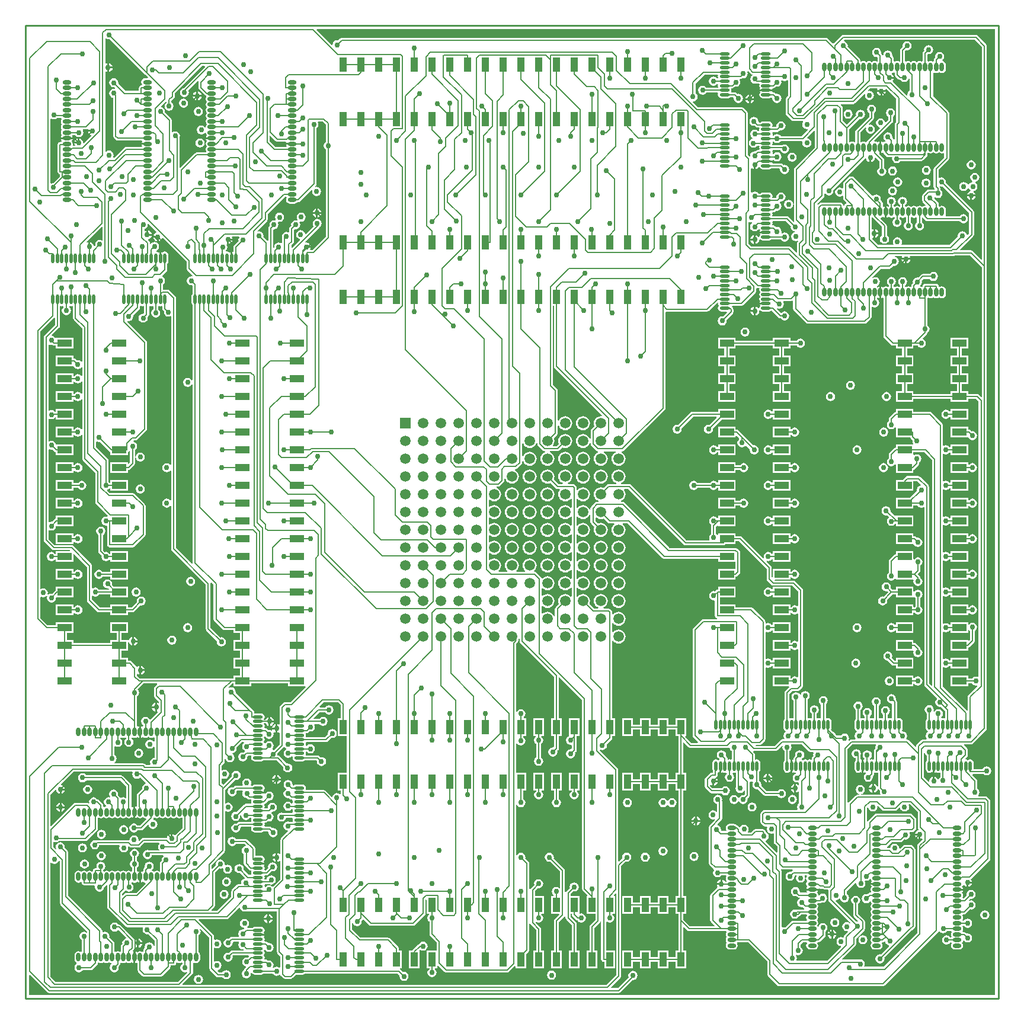
<source format=gtl>
G04 Layer_Physical_Order=1*
G04 Layer_Color=255*
%FSLAX25Y25*%
%MOIN*%
G70*
G01*
G75*
%ADD10O,0.05512X0.01870*%
%ADD11O,0.01870X0.05512*%
%ADD12R,0.03937X0.07874*%
%ADD13R,0.07874X0.03937*%
%ADD14O,0.02461X0.04724*%
%ADD15O,0.04724X0.02461*%
%ADD16C,0.00700*%
%ADD17C,0.01000*%
%ADD18R,0.05906X0.05906*%
%ADD19C,0.05906*%
%ADD20C,0.03000*%
G36*
X46125Y539845D02*
X47100Y539651D01*
X47602Y539751D01*
X67427Y519927D01*
X69047Y518307D01*
X68855Y517845D01*
X67506D01*
X66636Y517672D01*
X65898Y517179D01*
X65405Y516441D01*
X65232Y515571D01*
X65405Y514701D01*
X65674Y514298D01*
X65407Y513798D01*
X65276D01*
X64749Y513693D01*
X64302Y513394D01*
X64004Y512948D01*
X63899Y512421D01*
Y510648D01*
X56342D01*
X52221Y514769D01*
X52321Y515272D01*
X52126Y516247D01*
X51574Y517074D01*
X50747Y517627D01*
X49772Y517821D01*
X48796Y517627D01*
X47969Y517074D01*
X47417Y516247D01*
X47223Y515272D01*
X47417Y514296D01*
X47969Y513469D01*
X48796Y512917D01*
X49772Y512723D01*
X50274Y512823D01*
X50850Y512247D01*
X50832Y512148D01*
X50263Y511757D01*
X49800Y511849D01*
X48825Y511655D01*
X47998Y511102D01*
X47445Y510276D01*
X47251Y509300D01*
X47445Y508324D01*
X47998Y507498D01*
X48825Y506945D01*
X49524Y506806D01*
Y485200D01*
X49628Y484673D01*
X49927Y484227D01*
X51052Y483102D01*
X51052Y483102D01*
X51499Y482803D01*
X52025Y482698D01*
X65407D01*
X65674Y482198D01*
X65405Y481795D01*
X65331Y481425D01*
X68638D01*
Y480425D01*
X65331D01*
X65405Y480055D01*
X65674Y479652D01*
X65407Y479152D01*
X56687D01*
X56687Y479152D01*
X56160Y479047D01*
X55714Y478749D01*
X49975Y473010D01*
X49629Y473043D01*
X49389Y473526D01*
X49455Y473625D01*
X49649Y474600D01*
X49455Y475575D01*
X48902Y476402D01*
X48076Y476955D01*
X47100Y477149D01*
X46125Y476955D01*
X45476Y476522D01*
X44976Y476753D01*
Y521348D01*
X45417Y521583D01*
X45625Y521445D01*
X46100Y521350D01*
Y523800D01*
Y526250D01*
X45625Y526155D01*
X45417Y526017D01*
X44976Y526252D01*
Y540047D01*
X45476Y540278D01*
X46125Y539845D01*
D02*
G37*
G36*
X538124Y535330D02*
Y416076D01*
X537662Y415885D01*
X532973Y420573D01*
X532527Y420872D01*
X532000Y420976D01*
X525976D01*
X525785Y421438D01*
X533273Y428927D01*
X533273Y428927D01*
X533572Y429373D01*
X533676Y429900D01*
X533676Y429900D01*
Y442470D01*
X533572Y442997D01*
X533273Y443444D01*
X517749Y458968D01*
X517849Y459470D01*
X517655Y460446D01*
X517102Y461273D01*
X516276Y461825D01*
X515300Y462019D01*
X514325Y461825D01*
X514117Y461687D01*
X513677Y461923D01*
Y466130D01*
X519273Y471727D01*
X519572Y472173D01*
X519676Y472700D01*
Y498228D01*
X519676Y498228D01*
X519572Y498754D01*
X519273Y499201D01*
X519273Y499201D01*
X510648Y507826D01*
Y520907D01*
X511148Y521174D01*
X511551Y520905D01*
X512421Y520732D01*
X513291Y520905D01*
X513996Y521376D01*
X514701Y520905D01*
X515571Y520732D01*
X516441Y520905D01*
X517179Y521398D01*
X517672Y522136D01*
X517845Y523006D01*
Y525270D01*
X517672Y526140D01*
X517179Y526878D01*
X516441Y527371D01*
X515997Y527459D01*
X515891Y527990D01*
X516202Y528198D01*
X516755Y529025D01*
X516949Y530000D01*
X516755Y530975D01*
X516202Y531802D01*
X515376Y532355D01*
X514400Y532549D01*
X513424Y532355D01*
X512598Y531802D01*
X512045Y530975D01*
X511851Y530000D01*
X511951Y529498D01*
X511448Y528995D01*
X511150Y528548D01*
X511045Y528021D01*
Y527369D01*
X510545Y527101D01*
X510142Y527371D01*
X509272Y527544D01*
X508401Y527371D01*
X507998Y527101D01*
X507498Y527369D01*
Y530976D01*
X507978Y531380D01*
X508122Y531351D01*
X509097Y531545D01*
X509924Y532098D01*
X510477Y532925D01*
X510671Y533900D01*
X510477Y534875D01*
X509924Y535702D01*
X509097Y536255D01*
X508122Y536449D01*
X507147Y536255D01*
X506320Y535702D01*
X505767Y534875D01*
X505573Y533900D01*
X505673Y533398D01*
X505149Y532873D01*
X504850Y532427D01*
X504746Y531900D01*
Y527369D01*
X504246Y527101D01*
X503843Y527371D01*
X502972Y527544D01*
X502102Y527371D01*
X501398Y526900D01*
X500693Y527371D01*
X499823Y527544D01*
X498953Y527371D01*
X498248Y526900D01*
X497543Y527371D01*
X496673Y527544D01*
X495803Y527371D01*
X495400Y527101D01*
X494900Y527369D01*
Y532981D01*
X495521Y533602D01*
X496024Y533502D01*
X496999Y533696D01*
X497826Y534248D01*
X498379Y535075D01*
X498573Y536051D01*
X498379Y537026D01*
X497826Y537853D01*
X496999Y538406D01*
X496024Y538600D01*
X495048Y538406D01*
X494221Y537853D01*
X493669Y537026D01*
X493475Y536051D01*
X493575Y535548D01*
X492550Y534524D01*
X492252Y534078D01*
X492147Y533551D01*
Y527369D01*
X491647Y527101D01*
X491244Y527371D01*
X490374Y527544D01*
X489504Y527371D01*
X489101Y527101D01*
X488601Y527369D01*
Y528900D01*
X488601Y528900D01*
X488496Y529427D01*
X488198Y529873D01*
X487673Y530398D01*
X487773Y530900D01*
X487579Y531876D01*
X487027Y532702D01*
X486200Y533255D01*
X485224Y533449D01*
X484249Y533255D01*
X483422Y532702D01*
X482869Y531876D01*
X482675Y530900D01*
X482197Y530827D01*
X481898Y531273D01*
X481374Y531798D01*
X481474Y532300D01*
X481280Y533276D01*
X480728Y534102D01*
X479901Y534655D01*
X478925Y534849D01*
X477950Y534655D01*
X477123Y534102D01*
X476570Y533276D01*
X476376Y532300D01*
X476570Y531324D01*
X477123Y530498D01*
X477950Y529945D01*
X478925Y529751D01*
X479069Y529780D01*
X479549Y529376D01*
Y527369D01*
X479049Y527101D01*
X478646Y527371D01*
X477776Y527544D01*
X476905Y527371D01*
X476201Y526900D01*
X475496Y527371D01*
X474626Y527544D01*
X473756Y527371D01*
X473051Y526900D01*
X472347Y527371D01*
X471476Y527544D01*
X470606Y527371D01*
X470203Y527101D01*
X469703Y527369D01*
Y527860D01*
X469598Y528387D01*
X469300Y528833D01*
X462536Y535598D01*
X462636Y536100D01*
X462442Y537076D01*
X461889Y537903D01*
X461062Y538455D01*
X460719Y538523D01*
X460543Y539040D01*
X460772Y539324D01*
X534130D01*
X538124Y535330D01*
D02*
G37*
G36*
X408027Y520306D02*
X408027Y520306D01*
X408473Y520008D01*
X408920Y519919D01*
X409019Y519701D01*
X409048Y519403D01*
X408598Y519102D01*
X408045Y518275D01*
X407851Y517300D01*
X408045Y516325D01*
X408598Y515498D01*
X409424Y514945D01*
X410400Y514751D01*
X411055Y514881D01*
X411539Y514785D01*
X412742D01*
X412784Y514706D01*
X412956Y514285D01*
X412820Y513602D01*
X412971Y512847D01*
X413321Y512323D01*
X412971Y511798D01*
X412920Y511543D01*
X416614D01*
X420309D01*
X420272Y511726D01*
X420444Y512147D01*
X420486Y512226D01*
X420870D01*
X421397Y512331D01*
X421843Y512629D01*
X422368Y513153D01*
X422870Y513053D01*
X423846Y513247D01*
X424673Y513800D01*
X425225Y514627D01*
X425419Y515602D01*
X425277Y516317D01*
X425727Y516617D01*
X426104Y516365D01*
X427080Y516171D01*
X428055Y516365D01*
X428623Y516745D01*
X429123Y516478D01*
Y507962D01*
X428077Y506915D01*
X427778Y506469D01*
X427673Y505942D01*
Y498000D01*
X427778Y497473D01*
X428077Y497027D01*
X431077Y494027D01*
X431523Y493728D01*
X432050Y493623D01*
X437336D01*
X437603Y493123D01*
X437275Y492632D01*
X437081Y491657D01*
X437275Y490681D01*
X437827Y489854D01*
X438654Y489302D01*
X439630Y489108D01*
X439972Y489176D01*
X440219Y488715D01*
X436719Y485215D01*
X424987D01*
X424702Y485641D01*
X423876Y486194D01*
X422900Y486388D01*
X421924Y486194D01*
X421098Y485641D01*
X420933Y485394D01*
X420811Y485369D01*
X420617Y485400D01*
X420308Y485893D01*
X420408Y486398D01*
X420272Y487080D01*
X420444Y487501D01*
X420486Y487580D01*
X423057D01*
X423583Y487685D01*
X424030Y487983D01*
X424598Y488551D01*
X425100Y488451D01*
X426076Y488645D01*
X426902Y489198D01*
X427455Y490025D01*
X427649Y491000D01*
X427455Y491975D01*
X426902Y492802D01*
X426076Y493355D01*
X425100Y493549D01*
X424124Y493355D01*
X423298Y492802D01*
X422745Y491975D01*
X422551Y491000D01*
X422593Y490789D01*
X422205Y490333D01*
X420486D01*
X420440Y490420D01*
X420272Y490833D01*
X420408Y491516D01*
X420258Y492271D01*
X419830Y492911D01*
X419190Y493339D01*
X418435Y493489D01*
X414793D01*
X414038Y493339D01*
X413398Y492911D01*
X413386Y492892D01*
X412766D01*
X412363Y493372D01*
X412391Y493516D01*
X412197Y494491D01*
X411645Y495318D01*
X410818Y495871D01*
X409842Y496065D01*
X408867Y495871D01*
X408040Y495318D01*
X407487Y494491D01*
X407293Y493516D01*
X407487Y492540D01*
X408040Y491713D01*
X408867Y491161D01*
X409842Y490967D01*
X410345Y491067D01*
X410869Y490543D01*
X411316Y490244D01*
X411842Y490139D01*
X411842Y490139D01*
X412742D01*
X412788Y490053D01*
X412956Y489639D01*
X412820Y488957D01*
X412910Y488508D01*
X412584Y488000D01*
X412383Y487968D01*
X412299Y487992D01*
X412161Y488200D01*
X411334Y488753D01*
X410358Y488947D01*
X409383Y488753D01*
X408556Y488200D01*
X408003Y487373D01*
X407809Y486398D01*
X408003Y485422D01*
X408556Y484595D01*
X409092Y484237D01*
X408986Y483707D01*
X408625Y483635D01*
X407798Y483082D01*
X407245Y482255D01*
X407051Y481280D01*
X407245Y480304D01*
X407798Y479477D01*
X408625Y478925D01*
X409600Y478731D01*
X410575Y478925D01*
X411402Y479477D01*
X411687Y479903D01*
X412742D01*
X412788Y479816D01*
X412956Y479403D01*
X412820Y478720D01*
X412956Y478038D01*
X412784Y477617D01*
X412742Y477538D01*
X412261D01*
X412261Y477538D01*
X411735Y477433D01*
X411288Y477135D01*
X410802Y476649D01*
X410300Y476749D01*
X409325Y476555D01*
X408498Y476002D01*
X407945Y475176D01*
X407751Y474200D01*
X407775Y474079D01*
X407314Y473832D01*
X406377Y474770D01*
Y498100D01*
X406377Y498100D01*
X406272Y498627D01*
X405973Y499073D01*
X405973Y499073D01*
X404073Y500973D01*
X403627Y501272D01*
X403100Y501376D01*
X378424D01*
X375500Y504300D01*
X375730Y504777D01*
X376575Y504945D01*
X377402Y505498D01*
X377955Y506324D01*
X378149Y507300D01*
X377955Y508276D01*
X377402Y509102D01*
X376976Y509387D01*
Y514730D01*
X382150Y519903D01*
X389513D01*
X389560Y519816D01*
X389728Y519403D01*
X389592Y518720D01*
X389692Y518215D01*
X389383Y517723D01*
X389189Y517692D01*
X389067Y517717D01*
X388902Y517964D01*
X388075Y518516D01*
X387100Y518710D01*
X386124Y518516D01*
X385298Y517964D01*
X384745Y517137D01*
X384551Y516161D01*
X384745Y515186D01*
X385298Y514359D01*
X386124Y513806D01*
X387100Y513612D01*
X388075Y513806D01*
X388902Y514359D01*
X389067Y514606D01*
X389189Y514631D01*
X389383Y514600D01*
X389692Y514107D01*
X389592Y513602D01*
X389728Y512920D01*
X389556Y512499D01*
X389514Y512420D01*
X383087D01*
X382802Y512846D01*
X381976Y513398D01*
X381000Y513592D01*
X380025Y513398D01*
X379198Y512846D01*
X378645Y512019D01*
X378451Y511043D01*
X378645Y510068D01*
X379198Y509241D01*
X380025Y508688D01*
X381000Y508494D01*
X381976Y508688D01*
X382802Y509241D01*
X383087Y509667D01*
X389513D01*
X389560Y509580D01*
X389728Y509167D01*
X389592Y508484D01*
X389742Y507729D01*
X390170Y507089D01*
X390810Y506661D01*
X391565Y506511D01*
X395207D01*
X395962Y506661D01*
X396602Y507089D01*
X396614Y507108D01*
X398166D01*
X398575Y506620D01*
X398551Y506500D01*
X398745Y505524D01*
X399298Y504698D01*
X400125Y504145D01*
X401100Y503951D01*
X402075Y504145D01*
X402902Y504698D01*
X403455Y505524D01*
X403649Y506500D01*
X403455Y507476D01*
X402902Y508302D01*
X402075Y508855D01*
X401100Y509049D01*
X400598Y508949D01*
X400089Y509457D01*
X399642Y509756D01*
X399116Y509861D01*
X397258D01*
X397212Y509947D01*
X397044Y510361D01*
X397180Y511043D01*
X397044Y511726D01*
X397216Y512147D01*
X397258Y512226D01*
X397702D01*
X398229Y512331D01*
X398676Y512629D01*
X399198Y513151D01*
X399700Y513051D01*
X400675Y513245D01*
X401502Y513798D01*
X402055Y514625D01*
X402249Y515600D01*
X402055Y516575D01*
X401836Y516903D01*
X402072Y517344D01*
X402320D01*
X402847Y517449D01*
X403294Y517747D01*
X403398Y517851D01*
X403900Y517751D01*
X404876Y517945D01*
X405702Y518498D01*
X406255Y519324D01*
X406449Y520300D01*
X406255Y521276D01*
X406063Y521563D01*
X406451Y521882D01*
X408027Y520306D01*
D02*
G37*
G36*
X488998Y520907D02*
Y519852D01*
X489102Y519325D01*
X489401Y518879D01*
X491027Y517253D01*
X491473Y516954D01*
X492000Y516850D01*
X492287D01*
X492572Y516424D01*
X493399Y515871D01*
X494374Y515677D01*
X495349Y515871D01*
X496176Y516424D01*
X496729Y517251D01*
X496797Y517591D01*
X497297Y517542D01*
Y510660D01*
X496871Y510376D01*
X496318Y509549D01*
X496124Y508573D01*
X496149Y508446D01*
X495709Y508211D01*
X488094Y515825D01*
X487902Y516298D01*
X488060Y516534D01*
X488455Y517125D01*
X488550Y517600D01*
X486100D01*
Y518600D01*
X488550D01*
X488455Y519075D01*
X487902Y519902D01*
X487378Y520253D01*
X487484Y520784D01*
X488095Y520905D01*
X488497Y521174D01*
X488998Y520907D01*
D02*
G37*
G36*
X479300Y511683D02*
X479195Y511525D01*
X479101Y511050D01*
X483999D01*
X483909Y511507D01*
X483932Y511543D01*
X484321Y511802D01*
X489923Y506199D01*
Y493216D01*
X489401Y492693D01*
X489102Y492246D01*
X488998Y491719D01*
Y483369D01*
X488497Y483319D01*
X488496Y483327D01*
X488198Y483773D01*
X487673Y484298D01*
X487773Y484800D01*
X487579Y485776D01*
X487027Y486602D01*
X486200Y487155D01*
X485224Y487349D01*
X484249Y487155D01*
X483422Y486602D01*
X482869Y485776D01*
X482675Y484800D01*
X482869Y483824D01*
X483422Y482998D01*
X483825Y482728D01*
X483720Y482197D01*
X483205Y482095D01*
X482500Y481624D01*
X481795Y482095D01*
X481425Y482169D01*
Y478862D01*
Y475556D01*
X481795Y475629D01*
X482226Y475917D01*
X482763Y475675D01*
X482803Y475473D01*
X483102Y475027D01*
X484379Y473749D01*
X484379Y473749D01*
X484826Y473450D01*
X485353Y473346D01*
X487305D01*
X487622Y472959D01*
X487551Y472600D01*
X487745Y471625D01*
X488298Y470798D01*
X489124Y470245D01*
X490100Y470051D01*
X491076Y470245D01*
X491902Y470798D01*
X492187Y471223D01*
X504000D01*
X504527Y471328D01*
X504973Y471627D01*
X507095Y473749D01*
X507394Y474195D01*
X507498Y474722D01*
Y475631D01*
X507919Y475890D01*
X507998Y475899D01*
X508401Y475629D01*
X509272Y475456D01*
X510142Y475629D01*
X510846Y476100D01*
X511551Y475629D01*
X512421Y475456D01*
X513291Y475629D01*
X513996Y476100D01*
X514701Y475629D01*
X515571Y475456D01*
X516424Y475626D01*
X516513Y475637D01*
X516924Y475367D01*
Y473270D01*
X511327Y467673D01*
X511028Y467227D01*
X510923Y466700D01*
Y456700D01*
X511028Y456173D01*
X511327Y455727D01*
X511515Y455538D01*
X511324Y455077D01*
X508000D01*
X508000Y455077D01*
X507473Y454972D01*
X507027Y454673D01*
X504927Y452573D01*
X504628Y452127D01*
X504524Y451600D01*
Y449100D01*
X504628Y448573D01*
X504927Y448127D01*
X506594Y446460D01*
X506347Y445999D01*
X506122Y446044D01*
X505252Y445871D01*
X504547Y445400D01*
X503843Y445871D01*
X502972Y446044D01*
X502102Y445871D01*
X501398Y445400D01*
X500693Y445871D01*
X499823Y446044D01*
X498953Y445871D01*
X498248Y445400D01*
X497543Y445871D01*
X496673Y446044D01*
X495803Y445871D01*
X495400Y445601D01*
X494900Y445869D01*
Y446429D01*
X495302Y446698D01*
X495855Y447524D01*
X496049Y448500D01*
X495855Y449475D01*
X495302Y450302D01*
X494476Y450855D01*
X493500Y451049D01*
X492524Y450855D01*
X491698Y450302D01*
X491145Y449475D01*
X490951Y448500D01*
X491145Y447524D01*
X491698Y446698D01*
X492147Y446397D01*
Y445869D01*
X491647Y445601D01*
X491244Y445871D01*
X490374Y446044D01*
X489504Y445871D01*
X489101Y445601D01*
X488601Y445869D01*
Y446429D01*
X489002Y446698D01*
X489555Y447524D01*
X489749Y448500D01*
X489555Y449475D01*
X489002Y450302D01*
X488175Y450855D01*
X487200Y451049D01*
X486225Y450855D01*
X485398Y450302D01*
X484845Y449475D01*
X484651Y448500D01*
X484845Y447524D01*
X485398Y446698D01*
X485848Y446397D01*
Y445869D01*
X485348Y445601D01*
X484945Y445871D01*
X484575Y445944D01*
Y442638D01*
Y439331D01*
X484945Y439405D01*
X485650Y439876D01*
X486354Y439405D01*
X487224Y439232D01*
X488095Y439405D01*
X488497Y439674D01*
X488998Y439407D01*
Y438770D01*
X488598Y438502D01*
X488045Y437676D01*
X487851Y436700D01*
X488045Y435724D01*
X488598Y434898D01*
X489425Y434345D01*
X490400Y434151D01*
X491375Y434345D01*
X492202Y434898D01*
X492755Y435724D01*
X492949Y436700D01*
X492755Y437676D01*
X492202Y438502D01*
X491750Y438804D01*
Y439407D01*
X492250Y439674D01*
X492653Y439405D01*
X493524Y439232D01*
X494394Y439405D01*
X494797Y439674D01*
X495297Y439407D01*
Y436863D01*
X494871Y436578D01*
X494318Y435751D01*
X494124Y434776D01*
X494318Y433800D01*
X494871Y432973D01*
X495698Y432421D01*
X496673Y432227D01*
X497649Y432421D01*
X498476Y432973D01*
X499028Y433800D01*
X499222Y434776D01*
X499028Y435751D01*
X498476Y436578D01*
X498050Y436863D01*
Y439407D01*
X498550Y439674D01*
X498953Y439405D01*
X499823Y439232D01*
X500693Y439405D01*
X501096Y439674D01*
X501596Y439407D01*
Y436869D01*
X501198Y436602D01*
X500645Y435776D01*
X500451Y434800D01*
X500645Y433824D01*
X501198Y432998D01*
X502025Y432445D01*
X503000Y432251D01*
X503975Y432445D01*
X504802Y432998D01*
X505355Y433824D01*
X505549Y434800D01*
X505355Y435776D01*
X504802Y436602D01*
X504349Y436905D01*
Y439407D01*
X504365Y439418D01*
X504850Y439473D01*
X505149Y439027D01*
X506349Y437827D01*
X506349Y437827D01*
X506795Y437528D01*
X507322Y437424D01*
X507322Y437424D01*
X525613D01*
X525898Y436998D01*
X526724Y436445D01*
X527700Y436251D01*
X528676Y436445D01*
X529502Y436998D01*
X530055Y437824D01*
X530249Y438800D01*
X530055Y439776D01*
X529502Y440602D01*
X528676Y441155D01*
X527700Y441349D01*
X526724Y441155D01*
X525898Y440602D01*
X525613Y440176D01*
X517895D01*
X517692Y440556D01*
X517680Y440676D01*
X517845Y441506D01*
Y443770D01*
X517672Y444640D01*
X517179Y445378D01*
X516441Y445871D01*
X515571Y446044D01*
X514701Y445871D01*
X514298Y445601D01*
X513798Y445869D01*
Y447000D01*
X513693Y447527D01*
X513394Y447973D01*
X511349Y450019D01*
X511449Y450521D01*
X511419Y450671D01*
X511869Y450971D01*
X512402Y450615D01*
X513377Y450421D01*
X514353Y450615D01*
X515180Y451168D01*
X515732Y451995D01*
X515926Y452970D01*
X515732Y453946D01*
X515180Y454773D01*
X514754Y455057D01*
Y455623D01*
X514649Y456149D01*
X514351Y456596D01*
X514345Y456602D01*
X514591Y457062D01*
X515300Y456921D01*
X515802Y457021D01*
X530924Y441900D01*
Y430470D01*
X530075Y429622D01*
X529532Y429786D01*
X529455Y430175D01*
X528902Y431002D01*
X528076Y431555D01*
X527100Y431749D01*
X526124Y431555D01*
X525298Y431002D01*
X524745Y430175D01*
X524551Y429200D01*
X524651Y428698D01*
X519930Y423977D01*
X492990D01*
X492722Y424476D01*
X492955Y424824D01*
X493149Y425800D01*
X492955Y426776D01*
X492402Y427602D01*
X491575Y428155D01*
X490600Y428349D01*
X489625Y428155D01*
X488798Y427602D01*
X488245Y426776D01*
X488051Y425800D01*
X488245Y424824D01*
X488478Y424476D01*
X488210Y423977D01*
X479870D01*
X476294Y427553D01*
X476318Y427715D01*
X476325Y427730D01*
X476877Y428075D01*
X477000Y428051D01*
Y430500D01*
Y432949D01*
X476524Y432855D01*
X476443Y432801D01*
X476003Y433036D01*
Y439407D01*
X476503Y439674D01*
X476594Y439613D01*
X476802Y439301D01*
X481926Y434177D01*
Y429287D01*
X481500Y429002D01*
X480947Y428175D01*
X480753Y427200D01*
X480947Y426225D01*
X481500Y425398D01*
X482327Y424845D01*
X483302Y424651D01*
X484278Y424845D01*
X485105Y425398D01*
X485657Y426225D01*
X485851Y427200D01*
X485657Y428175D01*
X485105Y429002D01*
X484679Y429287D01*
Y434748D01*
X484679Y434748D01*
X484574Y435274D01*
X484276Y435721D01*
X484276Y435721D01*
X481216Y438780D01*
X481381Y439323D01*
X481795Y439405D01*
X482500Y439876D01*
X483205Y439405D01*
X483575Y439331D01*
Y442638D01*
Y445944D01*
X483205Y445871D01*
X482802Y445601D01*
X482302Y445869D01*
Y447575D01*
X482197Y448102D01*
X481898Y448548D01*
X481898Y448548D01*
X481075Y449371D01*
X481175Y449874D01*
X480981Y450849D01*
X480429Y451676D01*
X479602Y452228D01*
X478626Y452423D01*
X477651Y452228D01*
X476824Y451676D01*
X476434Y451638D01*
X466024Y462048D01*
X465577Y462347D01*
X465050Y462451D01*
X464000D01*
X464000Y462451D01*
X463473Y462347D01*
X463027Y462048D01*
X463027Y462048D01*
X460427Y459448D01*
X460128Y459002D01*
X460023Y458475D01*
Y456123D01*
X459523Y455856D01*
X459075Y456155D01*
X458100Y456349D01*
X457125Y456155D01*
X456298Y455602D01*
X455745Y454775D01*
X455551Y453800D01*
X455745Y452824D01*
X456298Y451998D01*
X457125Y451445D01*
X458100Y451251D01*
X459075Y451445D01*
X459523Y451745D01*
X460023Y451477D01*
Y450277D01*
X460128Y449751D01*
X460427Y449304D01*
X461875Y447856D01*
X461710Y447313D01*
X461501Y447272D01*
X461054Y446973D01*
X460756Y446527D01*
X460708Y446284D01*
X460198Y446284D01*
X460150Y446527D01*
X459851Y446973D01*
X459851Y446973D01*
X459451Y447373D01*
X459005Y447672D01*
X458478Y447777D01*
X447700D01*
X447173Y447672D01*
X446727Y447373D01*
X446045Y446692D01*
X445512Y446866D01*
X445476Y447088D01*
X449123Y450735D01*
X449422Y451182D01*
X449527Y451709D01*
X449527Y451709D01*
Y452726D01*
X450027Y452877D01*
X450198Y452621D01*
X451024Y452069D01*
X452000Y451875D01*
X452976Y452069D01*
X453802Y452621D01*
X454355Y453448D01*
X454549Y454424D01*
X454449Y454926D01*
X472371Y472848D01*
X472696Y472812D01*
X472908Y472713D01*
X473045Y472024D01*
X473598Y471198D01*
X474425Y470645D01*
X474900Y470550D01*
Y473000D01*
X475900D01*
Y470550D01*
X476375Y470645D01*
X477202Y471198D01*
X477755Y472024D01*
X477935Y472931D01*
X478382Y473192D01*
X480399Y471175D01*
Y467487D01*
X479973Y467202D01*
X479421Y466375D01*
X479227Y465400D01*
X479421Y464425D01*
X479973Y463598D01*
X480800Y463045D01*
X481776Y462851D01*
X482751Y463045D01*
X483578Y463598D01*
X484131Y464425D01*
X484325Y465400D01*
X484131Y466375D01*
X483578Y467202D01*
X483152Y467487D01*
Y471745D01*
X483047Y472272D01*
X482749Y472718D01*
X482749Y472718D01*
X480420Y475047D01*
X480425Y475056D01*
Y478862D01*
Y482169D01*
X480055Y482095D01*
X479350Y481624D01*
X478646Y482095D01*
X477856Y482252D01*
X477601Y482704D01*
X487673Y492777D01*
X487673Y492777D01*
X487972Y493223D01*
X488076Y493750D01*
Y496213D01*
X488502Y496498D01*
X489055Y497325D01*
X489249Y498300D01*
X489055Y499275D01*
X488502Y500102D01*
X487676Y500655D01*
X486700Y500849D01*
X485724Y500655D01*
X484898Y500102D01*
X484345Y499275D01*
X484151Y498300D01*
X484345Y497325D01*
X484898Y496498D01*
X485323Y496213D01*
Y494320D01*
X484083Y493080D01*
X483541Y493244D01*
X483455Y493676D01*
X482902Y494502D01*
X482076Y495055D01*
X481100Y495249D01*
X480125Y495055D01*
X479298Y494502D01*
X478745Y493676D01*
X478551Y492700D01*
X478745Y491724D01*
X479298Y490898D01*
X480125Y490345D01*
X480556Y490259D01*
X480720Y489717D01*
X473653Y482649D01*
X473354Y482203D01*
X473323Y482044D01*
X472791Y481798D01*
X472347Y482095D01*
X471476Y482268D01*
X470606Y482095D01*
X470203Y481826D01*
X469703Y482093D01*
Y487222D01*
X472530Y490049D01*
X472991Y489802D01*
X472851Y489100D01*
X473045Y488125D01*
X473598Y487298D01*
X474425Y486745D01*
X475400Y486551D01*
X476375Y486745D01*
X477202Y487298D01*
X477755Y488125D01*
X477949Y489100D01*
X477755Y490075D01*
X477202Y490902D01*
X476375Y491455D01*
X475400Y491649D01*
X474698Y491509D01*
X474451Y491970D01*
X476973Y494492D01*
X476973Y494492D01*
X477272Y494939D01*
X477377Y495465D01*
Y498213D01*
X477802Y498498D01*
X478355Y499325D01*
X478549Y500300D01*
X478355Y501275D01*
X477802Y502102D01*
X476975Y502655D01*
X476000Y502849D01*
X475025Y502655D01*
X474198Y502102D01*
X473645Y501275D01*
X473451Y500300D01*
X473645Y499325D01*
X474198Y498498D01*
X474623Y498213D01*
Y496035D01*
X467353Y488765D01*
X467055Y488319D01*
X466950Y487792D01*
Y482093D01*
X466450Y481826D01*
X466047Y482095D01*
X465177Y482268D01*
X464307Y482095D01*
X463904Y481826D01*
X463404Y482093D01*
Y489130D01*
X469325Y495051D01*
X469828Y494951D01*
X470803Y495145D01*
X471630Y495698D01*
X472183Y496524D01*
X472377Y497500D01*
X472183Y498476D01*
X471630Y499302D01*
X470803Y499855D01*
X469828Y500049D01*
X468852Y499855D01*
X468025Y499302D01*
X467473Y498476D01*
X467279Y497500D01*
X467379Y496997D01*
X462028Y491647D01*
X459776Y493898D01*
Y501050D01*
X459672Y501577D01*
X459373Y502023D01*
X458616Y502781D01*
X458807Y503243D01*
X465719D01*
X466246Y503348D01*
X466693Y503646D01*
X472014Y508967D01*
X472474Y508721D01*
X472351Y508100D01*
X472545Y507125D01*
X473098Y506298D01*
X473924Y505745D01*
X474900Y505551D01*
X475876Y505745D01*
X476702Y506298D01*
X477255Y507125D01*
X477449Y508100D01*
X477255Y509075D01*
X476702Y509902D01*
X475876Y510455D01*
X474900Y510649D01*
X474279Y510526D01*
X474033Y510986D01*
X475170Y512123D01*
X479064D01*
X479300Y511683D01*
D02*
G37*
G36*
X101015Y524262D02*
X88982Y512228D01*
X88613Y512155D01*
X87786Y511602D01*
X87234Y510776D01*
X87040Y509800D01*
X87234Y508824D01*
X87786Y507998D01*
X88613Y507445D01*
X89589Y507251D01*
X90564Y507445D01*
X91391Y507998D01*
X91944Y508824D01*
X92138Y509800D01*
X91944Y510776D01*
X91735Y511088D01*
X97123Y516476D01*
X97511Y516158D01*
X97502Y516144D01*
X97398Y515617D01*
Y512498D01*
X97502Y511971D01*
X97801Y511524D01*
X101027Y508298D01*
X101473Y508000D01*
X101675Y507960D01*
X101917Y507422D01*
X101629Y506992D01*
X101456Y506122D01*
X101629Y505252D01*
X102100Y504547D01*
X101629Y503843D01*
X101456Y502972D01*
X101629Y502102D01*
X102100Y501398D01*
X101629Y500693D01*
X101456Y499823D01*
X101629Y498953D01*
X102100Y498248D01*
X101629Y497543D01*
X101456Y496673D01*
X101629Y495803D01*
X102100Y495098D01*
X101629Y494394D01*
X101456Y493524D01*
X101629Y492653D01*
X102100Y491949D01*
X101629Y491244D01*
X101464Y490412D01*
X101345Y490345D01*
X100971Y490250D01*
X100802Y490502D01*
X99976Y491055D01*
X99000Y491249D01*
X98024Y491055D01*
X97198Y490502D01*
X96645Y489676D01*
X96451Y488700D01*
X96645Y487724D01*
X97198Y486898D01*
X98024Y486345D01*
X99000Y486151D01*
X99976Y486345D01*
X100802Y486898D01*
X100970Y487149D01*
X101494Y487033D01*
X101629Y486354D01*
X102100Y485650D01*
X101629Y484945D01*
X101556Y484575D01*
X104862D01*
Y483575D01*
X101556D01*
X101629Y483205D01*
X102100Y482500D01*
X101629Y481795D01*
X101456Y480925D01*
X101629Y480055D01*
X102100Y479350D01*
X101629Y478646D01*
X101456Y477776D01*
X101629Y476905D01*
X101899Y476503D01*
X101631Y476003D01*
X96300D01*
X96300Y476003D01*
X95773Y475898D01*
X95327Y475599D01*
X95327Y475599D01*
X87176Y467449D01*
X86676Y467656D01*
Y484202D01*
X86825Y484424D01*
X87019Y485400D01*
X86825Y486376D01*
X86273Y487202D01*
X85446Y487755D01*
X84470Y487949D01*
X83495Y487755D01*
X82876Y487342D01*
X82376Y487598D01*
Y494100D01*
X82376Y494100D01*
X82272Y494627D01*
X81973Y495073D01*
X78449Y498598D01*
X78549Y499100D01*
X78355Y500075D01*
X77802Y500902D01*
X76976Y501455D01*
X76503Y501549D01*
X76338Y502092D01*
X79024Y504777D01*
X79524Y504570D01*
Y504087D01*
X79098Y503802D01*
X78545Y502976D01*
X78351Y502000D01*
X78545Y501024D01*
X79098Y500198D01*
X79924Y499645D01*
X80900Y499451D01*
X81875Y499645D01*
X82702Y500198D01*
X83255Y501024D01*
X83449Y502000D01*
X83255Y502976D01*
X82702Y503802D01*
X82276Y504087D01*
Y505077D01*
X83712Y506513D01*
X83712Y506513D01*
X84010Y506959D01*
X84115Y507486D01*
Y509369D01*
X99470Y524723D01*
X100824D01*
X101015Y524262D01*
D02*
G37*
G36*
X20399Y494797D02*
X20129Y494394D01*
X19956Y493524D01*
X20129Y492653D01*
X20600Y491949D01*
X20129Y491244D01*
X19956Y490374D01*
X20129Y489504D01*
X20600Y488799D01*
X20129Y488095D01*
X19956Y487224D01*
X20129Y486354D01*
X20600Y485650D01*
X20129Y484945D01*
X20056Y484575D01*
X23362D01*
X26669D01*
X26595Y484945D01*
X26326Y485348D01*
X26593Y485848D01*
X28113D01*
X28398Y485422D01*
X29225Y484869D01*
X30200Y484675D01*
X31176Y484869D01*
X32002Y485422D01*
X32555Y486249D01*
X32749Y487224D01*
X32555Y488200D01*
X32317Y488557D01*
X32552Y488998D01*
X34100D01*
X34627Y489102D01*
X35073Y489401D01*
X35136Y489464D01*
X35545Y489175D01*
X35451Y488700D01*
X37900D01*
Y487700D01*
X35451D01*
X35545Y487224D01*
X36098Y486398D01*
X36924Y485845D01*
X37133Y485804D01*
X37278Y485325D01*
X33048Y481095D01*
X32587Y481341D01*
X32612Y481463D01*
X32418Y482438D01*
X31865Y483265D01*
X31038Y483818D01*
X30563Y483912D01*
Y481463D01*
X30063D01*
Y480963D01*
X27613D01*
X27708Y480487D01*
X27955Y480117D01*
X27719Y479676D01*
X26943D01*
X26827Y479802D01*
X26619Y480176D01*
X26768Y480925D01*
X26595Y481795D01*
X26124Y482500D01*
X26595Y483205D01*
X26669Y483575D01*
X23362D01*
X20056D01*
X20129Y483205D01*
X20600Y482500D01*
X20252Y481979D01*
X19455Y481894D01*
X19266Y481835D01*
X19073Y481797D01*
X19012Y481756D01*
X18942Y481734D01*
X18790Y481608D01*
X18627Y481498D01*
X18586Y481437D01*
X18529Y481390D01*
X18438Y481216D01*
X18328Y481052D01*
X18314Y480980D01*
X18280Y480914D01*
X18262Y480718D01*
X18224Y480525D01*
Y465177D01*
X18328Y464650D01*
X18627Y464204D01*
X19073Y463905D01*
X19379Y463845D01*
Y462598D01*
X15644Y458863D01*
X14968Y458729D01*
X14717Y458561D01*
X14276Y458797D01*
Y494815D01*
X14717Y495050D01*
X15024Y494845D01*
X16000Y494651D01*
X16975Y494845D01*
X17651Y495297D01*
X20131D01*
X20399Y494797D01*
D02*
G37*
G36*
X140877Y482527D02*
X140877Y482527D01*
X141323Y482228D01*
X141850Y482124D01*
X146523D01*
X146618Y482042D01*
X146871Y481624D01*
X146831Y481425D01*
X150138D01*
Y480425D01*
X146831D01*
X146905Y480055D01*
X147174Y479652D01*
X146907Y479152D01*
X140570D01*
X137376Y482346D01*
Y485374D01*
X137838Y485565D01*
X140877Y482527D01*
D02*
G37*
G36*
X444223Y488173D02*
Y478870D01*
X432827Y467473D01*
X432528Y467027D01*
X432423Y466500D01*
Y447077D01*
X431924Y447028D01*
X431881Y447242D01*
X431755Y447875D01*
X431202Y448702D01*
X430375Y449255D01*
X429400Y449449D01*
X428425Y449255D01*
X427598Y448702D01*
X427045Y447875D01*
X426851Y446900D01*
X427045Y445925D01*
X427598Y445098D01*
X428425Y444545D01*
X429400Y444351D01*
X430375Y444545D01*
X431202Y445098D01*
X431755Y445925D01*
X431881Y446558D01*
X431924Y446772D01*
X432423Y446723D01*
Y438009D01*
X432528Y437483D01*
X432353Y436950D01*
X432309Y436911D01*
X432225Y436922D01*
X429453Y439694D01*
X429006Y439992D01*
X428480Y440097D01*
X420486D01*
X420440Y440184D01*
X420272Y440597D01*
X420408Y441280D01*
X420272Y441962D01*
X420444Y442383D01*
X420486Y442462D01*
X420939D01*
X421465Y442567D01*
X421912Y442865D01*
X422398Y443351D01*
X422900Y443251D01*
X423876Y443445D01*
X424702Y443998D01*
X425255Y444825D01*
X425449Y445800D01*
X425255Y446775D01*
X424702Y447602D01*
X424528Y447719D01*
X424481Y448260D01*
X424758Y448519D01*
X425100Y448451D01*
X426076Y448645D01*
X426902Y449198D01*
X427455Y450025D01*
X427649Y451000D01*
X427455Y451975D01*
X426902Y452802D01*
X426076Y453355D01*
X425100Y453549D01*
X424124Y453355D01*
X423298Y452802D01*
X422745Y451975D01*
X422551Y451000D01*
X422593Y450789D01*
X422205Y450333D01*
X420486D01*
X420440Y450420D01*
X420272Y450833D01*
X420408Y451516D01*
X420258Y452271D01*
X419830Y452911D01*
X419190Y453339D01*
X418435Y453489D01*
X414793D01*
X414038Y453339D01*
X413398Y452911D01*
X413386Y452892D01*
X412445D01*
X412161Y453318D01*
X411334Y453871D01*
X410358Y454065D01*
X409383Y453871D01*
X408777Y453466D01*
X408277Y453732D01*
Y466828D01*
X408777Y467094D01*
X409383Y466688D01*
X409858Y466594D01*
Y469043D01*
X410858D01*
Y466594D01*
X411334Y466688D01*
X412161Y467241D01*
X412467Y467699D01*
X412667Y467711D01*
X413029Y467641D01*
X413398Y467089D01*
X414038Y466661D01*
X414793Y466511D01*
X418435D01*
X419190Y466661D01*
X419830Y467089D01*
X419843Y467108D01*
X424166D01*
X424575Y466620D01*
X424551Y466500D01*
X424745Y465524D01*
X425298Y464698D01*
X426124Y464145D01*
X427100Y463951D01*
X428076Y464145D01*
X428902Y464698D01*
X429455Y465524D01*
X429649Y466500D01*
X429455Y467476D01*
X428902Y468302D01*
X428076Y468855D01*
X427100Y469049D01*
X426598Y468949D01*
X426089Y469457D01*
X425643Y469756D01*
X425116Y469861D01*
X420486D01*
X420440Y469947D01*
X420272Y470361D01*
X420309Y470543D01*
X416614D01*
Y471543D01*
X420309D01*
X420308Y471545D01*
X420619Y472039D01*
X420813Y472069D01*
X420933Y472044D01*
X421098Y471798D01*
X421924Y471245D01*
X422900Y471051D01*
X423876Y471245D01*
X424702Y471798D01*
X425255Y472624D01*
X425449Y473600D01*
X425255Y474576D01*
X424702Y475402D01*
X423876Y475955D01*
X422900Y476149D01*
X421924Y475955D01*
X421098Y475402D01*
X420933Y475156D01*
X420809Y475131D01*
X420616Y475162D01*
X420307Y475653D01*
X420408Y476161D01*
X420272Y476844D01*
X420444Y477264D01*
X420486Y477344D01*
X424682D01*
X424745Y477027D01*
X425298Y476200D01*
X426124Y475648D01*
X427100Y475454D01*
X428076Y475648D01*
X428902Y476200D01*
X429455Y477027D01*
X429649Y478003D01*
X429455Y478978D01*
X428902Y479805D01*
X428076Y480358D01*
X427100Y480552D01*
X426124Y480358D01*
X425734Y480097D01*
X420486D01*
X420440Y480184D01*
X420272Y480597D01*
X420408Y481280D01*
X420308Y481785D01*
X420617Y482277D01*
X420811Y482308D01*
X420933Y482283D01*
X421098Y482036D01*
X421924Y481484D01*
X422900Y481290D01*
X423876Y481484D01*
X424702Y482036D01*
X424987Y482462D01*
X436778D01*
X437189Y481962D01*
X437081Y481420D01*
X437275Y480445D01*
X437827Y479618D01*
X438654Y479065D01*
X439630Y478871D01*
X440605Y479065D01*
X441432Y479618D01*
X441985Y480445D01*
X442179Y481420D01*
X441985Y482396D01*
X441432Y483223D01*
X440605Y483775D01*
X440000Y483896D01*
X439835Y484438D01*
X443762Y488365D01*
X444223Y488173D01*
D02*
G37*
G36*
X169024Y491730D02*
Y481887D01*
X168598Y481602D01*
X168045Y480775D01*
X167851Y479800D01*
X168045Y478825D01*
X168598Y477998D01*
X169024Y477713D01*
Y428772D01*
X161430Y421178D01*
X160398D01*
X160162Y421619D01*
X160355Y421909D01*
X160450Y422384D01*
X158000D01*
Y423384D01*
X160450D01*
X160355Y423860D01*
X159802Y424686D01*
X158976Y425239D01*
X158000Y425433D01*
X157774Y425388D01*
X157527Y425849D01*
X165473Y433795D01*
X165594Y433975D01*
X166032Y434268D01*
X166585Y435095D01*
X166779Y436070D01*
X166585Y437046D01*
X166032Y437873D01*
X165205Y438425D01*
X164230Y438619D01*
X163254Y438425D01*
X162427Y437873D01*
X161875Y437046D01*
X161681Y436070D01*
X161875Y435095D01*
X162277Y434492D01*
X157931Y430146D01*
X157389Y430310D01*
X157305Y430732D01*
X156752Y431559D01*
X155926Y432112D01*
X154950Y432306D01*
X153974Y432112D01*
X153148Y431559D01*
X152595Y430732D01*
X152401Y429757D01*
X152595Y428781D01*
X153148Y427954D01*
X153974Y427402D01*
X154396Y427318D01*
X154561Y426775D01*
X150156Y422371D01*
X149656Y422578D01*
Y423910D01*
X150723Y424977D01*
X151022Y425423D01*
X151126Y425950D01*
Y429981D01*
X151076Y430232D01*
Y432430D01*
X151598Y432951D01*
X152100Y432851D01*
X153076Y433045D01*
X153902Y433598D01*
X154455Y434424D01*
X154649Y435400D01*
X154455Y436376D01*
X154180Y436787D01*
X154482Y437235D01*
X155257Y437081D01*
X156232Y437275D01*
X157059Y437827D01*
X157612Y438654D01*
X157806Y439630D01*
X157612Y440605D01*
X157059Y441432D01*
X156232Y441985D01*
X155257Y442179D01*
X154281Y441985D01*
X153454Y441432D01*
X152902Y440605D01*
X152708Y439630D01*
X152902Y438654D01*
X153177Y438243D01*
X152875Y437795D01*
X152100Y437949D01*
X151125Y437755D01*
X150298Y437202D01*
X149745Y436376D01*
X149551Y435400D01*
X149651Y434898D01*
X148727Y433973D01*
X148428Y433527D01*
X148324Y433000D01*
Y431386D01*
X147967Y431195D01*
X147824Y431165D01*
X146900Y431349D01*
X145924Y431155D01*
X145098Y430602D01*
X144545Y429775D01*
X144351Y428800D01*
X144474Y428184D01*
X144449Y428147D01*
X144344Y427620D01*
Y425272D01*
X143903Y425036D01*
X143576Y425255D01*
X142600Y425449D01*
X141624Y425255D01*
X140798Y424702D01*
X140245Y423876D01*
X140051Y422900D01*
X140104Y422631D01*
X139920Y422470D01*
X139420Y422696D01*
Y432551D01*
X139806Y432868D01*
X139902Y432849D01*
X140878Y433043D01*
X141705Y433595D01*
X142257Y434422D01*
X142451Y435398D01*
X142257Y436373D01*
X142016Y436735D01*
X142316Y437185D01*
X142990Y437051D01*
X143966Y437245D01*
X144793Y437798D01*
X145345Y438624D01*
X145539Y439600D01*
X145345Y440576D01*
X144793Y441402D01*
X143966Y441955D01*
X142990Y442149D01*
X142015Y441955D01*
X141188Y441402D01*
X140635Y440576D01*
X140441Y439600D01*
X140635Y438624D01*
X140877Y438263D01*
X140577Y437813D01*
X139902Y437947D01*
X138927Y437753D01*
X138100Y437200D01*
X137548Y436373D01*
X137353Y435398D01*
X137453Y434895D01*
X137070Y434512D01*
X136772Y434065D01*
X136667Y433539D01*
Y426587D01*
X136167Y426380D01*
X133949Y428598D01*
X134049Y429100D01*
X133855Y430076D01*
X133302Y430902D01*
X132475Y431455D01*
X131500Y431649D01*
X130879Y431526D01*
X130633Y431986D01*
X135973Y437327D01*
X135973Y437327D01*
X136272Y437773D01*
X136377Y438300D01*
X136376Y438300D01*
Y441530D01*
X146049Y451202D01*
X146907D01*
X147174Y450702D01*
X146905Y450299D01*
X146732Y449429D01*
X146905Y448559D01*
X147398Y447821D01*
X148136Y447328D01*
X149006Y447155D01*
X151270D01*
X152140Y447328D01*
X152878Y447821D01*
X153032Y448053D01*
X153529D01*
X154056Y448158D01*
X154502Y448456D01*
X161017Y454970D01*
X161478Y454724D01*
X161351Y454087D01*
X161545Y453111D01*
X162098Y452284D01*
X162925Y451732D01*
X163900Y451538D01*
X164875Y451732D01*
X165702Y452284D01*
X166255Y453111D01*
X166449Y454087D01*
X166255Y455062D01*
X165702Y455889D01*
X164875Y456442D01*
X163900Y456636D01*
X163262Y456509D01*
X163016Y456970D01*
X163373Y457327D01*
X163373Y457327D01*
X163672Y457773D01*
X163777Y458300D01*
X163776Y458300D01*
Y489713D01*
X164202Y489998D01*
X164755Y490825D01*
X164949Y491800D01*
X164755Y492775D01*
X164617Y492983D01*
X164852Y493424D01*
X167330D01*
X169024Y491730D01*
D02*
G37*
G36*
X430651Y434602D02*
X430551Y434100D01*
X430745Y433124D01*
X431298Y432298D01*
X432125Y431745D01*
X432728Y431625D01*
Y431115D01*
X432424Y431055D01*
X431598Y430502D01*
X431045Y429675D01*
X430851Y428700D01*
X431045Y427725D01*
X431598Y426898D01*
X432424Y426345D01*
X433400Y426151D01*
X434375Y426345D01*
X434423Y426377D01*
X434742Y425989D01*
X434527Y425773D01*
X434228Y425327D01*
X434124Y424800D01*
Y419876D01*
X433662Y419685D01*
X430573Y422773D01*
X430127Y423072D01*
X429600Y423176D01*
X408270D01*
X406777Y424670D01*
Y436848D01*
X407217Y437083D01*
X407424Y436945D01*
X408400Y436751D01*
X408853Y436841D01*
X409048Y436370D01*
X408498Y436002D01*
X407945Y435176D01*
X407751Y434200D01*
X407945Y433224D01*
X408498Y432398D01*
X409325Y431845D01*
X410300Y431651D01*
X411275Y431845D01*
X412102Y432398D01*
X412448Y432914D01*
X412971Y432847D01*
X413321Y432323D01*
X412971Y431798D01*
X412920Y431543D01*
X416614D01*
Y430543D01*
X412920D01*
X412971Y430288D01*
X413321Y429764D01*
X412971Y429239D01*
X412862Y428695D01*
X412332Y428590D01*
X412161Y428846D01*
X411334Y429398D01*
X410858Y429493D01*
Y427043D01*
Y424594D01*
X411334Y424688D01*
X412161Y425241D01*
X412713Y426068D01*
X412889Y426951D01*
X413182Y427077D01*
X413390Y427102D01*
X413398Y427089D01*
X414038Y426661D01*
X414793Y426511D01*
X418435D01*
X419190Y426661D01*
X419830Y427089D01*
X419843Y427108D01*
X425015D01*
X425300Y426682D01*
X426127Y426129D01*
X427102Y425935D01*
X428078Y426129D01*
X428905Y426682D01*
X429457Y427509D01*
X429651Y428484D01*
X429457Y429460D01*
X428905Y430287D01*
X428078Y430839D01*
X427102Y431033D01*
X426127Y430839D01*
X425759Y430593D01*
X425309Y430894D01*
X425449Y431600D01*
X425255Y432576D01*
X424702Y433402D01*
X423876Y433955D01*
X422900Y434149D01*
X422398Y434049D01*
X421871Y434576D01*
X421424Y434874D01*
X420898Y434979D01*
X420486D01*
X420444Y435058D01*
X420272Y435479D01*
X420408Y436161D01*
X420272Y436844D01*
X420444Y437264D01*
X420486Y437344D01*
X427910D01*
X430651Y434602D01*
D02*
G37*
G36*
X43424Y434024D02*
Y426819D01*
X42983Y426583D01*
X42875Y426655D01*
X41900Y426849D01*
X40925Y426655D01*
X40098Y426102D01*
X39545Y425276D01*
X39351Y424300D01*
X39451Y423798D01*
X38972Y423319D01*
X38430Y423484D01*
X38312Y424078D01*
X37759Y424905D01*
X36932Y425457D01*
X36457Y425552D01*
Y423102D01*
X35457D01*
Y425552D01*
X34981Y425457D01*
X34769Y425316D01*
X34451Y425704D01*
X42962Y434215D01*
X43424Y434024D01*
D02*
G37*
G36*
X120378Y428224D02*
X120145Y427876D01*
X119951Y426900D01*
X120051Y426398D01*
X117543Y423889D01*
X117244Y423443D01*
X117139Y422916D01*
Y420486D01*
X117060Y420444D01*
X116639Y420272D01*
X116457Y420309D01*
Y416614D01*
X115457D01*
Y420309D01*
X115202Y420258D01*
X114677Y419907D01*
X114153Y420258D01*
X113398Y420408D01*
X113124Y420354D01*
X112584Y420740D01*
X112571Y420871D01*
X112909Y421098D01*
X113462Y421924D01*
X113656Y422900D01*
X113462Y423876D01*
X113256Y424183D01*
X113457Y424483D01*
Y427102D01*
X113957D01*
Y427602D01*
X116406D01*
X116312Y428078D01*
X116175Y428283D01*
X116411Y428723D01*
X120110D01*
X120378Y428224D01*
D02*
G37*
G36*
X538124Y411530D02*
Y338626D01*
X537662Y338435D01*
X536373Y339723D01*
X535927Y340022D01*
X535400Y340126D01*
X530291D01*
Y341719D01*
X526731D01*
Y345781D01*
X530291D01*
Y351718D01*
X526731D01*
Y355782D01*
X530291D01*
Y361719D01*
X526731D01*
Y365781D01*
X530291D01*
Y371719D01*
X520417D01*
Y365781D01*
X523978D01*
Y361719D01*
X520417D01*
Y355782D01*
X523978D01*
Y351718D01*
X520417D01*
Y345781D01*
X523978D01*
Y341719D01*
X520417D01*
Y340126D01*
X499583D01*
Y341719D01*
X496022D01*
Y345781D01*
X499583D01*
Y351718D01*
X496022D01*
Y355782D01*
X499583D01*
Y361719D01*
X496022D01*
Y365781D01*
X499583D01*
Y367373D01*
X501963D01*
X502248Y366948D01*
X503075Y366395D01*
X504050Y366201D01*
X505025Y366395D01*
X505852Y366948D01*
X506405Y367775D01*
X506599Y368750D01*
X506405Y369725D01*
X505852Y370552D01*
X505025Y371105D01*
X504942Y371122D01*
X504797Y371600D01*
X507095Y373899D01*
X507095Y373899D01*
X507394Y374345D01*
X507450Y374631D01*
X507924Y374948D01*
X508477Y375775D01*
X508671Y376750D01*
X508477Y377726D01*
X507924Y378552D01*
X507498Y378837D01*
Y394131D01*
X507998Y394399D01*
X508401Y394129D01*
X509272Y393956D01*
X510142Y394129D01*
X510846Y394600D01*
X511551Y394129D01*
X512421Y393956D01*
X513291Y394129D01*
X513996Y394600D01*
X514701Y394129D01*
X515571Y393956D01*
X516441Y394129D01*
X517179Y394622D01*
X517672Y395360D01*
X517845Y396230D01*
Y398494D01*
X517672Y399364D01*
X517179Y400102D01*
X516441Y400595D01*
X515571Y400768D01*
X514701Y400595D01*
X514298Y400326D01*
X513798Y400593D01*
Y400724D01*
X513693Y401251D01*
X513394Y401698D01*
X512948Y401996D01*
X512421Y402101D01*
X506122D01*
X505595Y401996D01*
X505149Y401698D01*
X504850Y401251D01*
X504746Y400724D01*
Y400593D01*
X504246Y400326D01*
X503843Y400595D01*
X503425Y400678D01*
X503320Y401209D01*
X503602Y401398D01*
X504155Y402224D01*
X504349Y403200D01*
X504249Y403702D01*
X505470Y404923D01*
X508813D01*
X509098Y404498D01*
X509925Y403945D01*
X510900Y403751D01*
X511875Y403945D01*
X512702Y404498D01*
X513255Y405325D01*
X513449Y406300D01*
X513255Y407275D01*
X512702Y408102D01*
X511875Y408655D01*
X510900Y408849D01*
X509925Y408655D01*
X509098Y408102D01*
X508813Y407677D01*
X504900D01*
X504373Y407572D01*
X503927Y407273D01*
X502302Y405649D01*
X501800Y405749D01*
X500824Y405555D01*
X499998Y405002D01*
X499445Y404176D01*
X499251Y403200D01*
X499351Y402698D01*
X498849Y402196D01*
X498551Y401750D01*
X498446Y401223D01*
Y400593D01*
X497946Y400326D01*
X497543Y400595D01*
X496673Y400768D01*
X495803Y400595D01*
X495400Y400326D01*
X494900Y400593D01*
Y401213D01*
X495326Y401498D01*
X495879Y402324D01*
X496073Y403300D01*
X495879Y404276D01*
X495326Y405102D01*
X494499Y405655D01*
X493524Y405849D01*
X492548Y405655D01*
X491721Y405102D01*
X491169Y404276D01*
X490975Y403300D01*
X491169Y402324D01*
X491721Y401498D01*
X492147Y401213D01*
Y400593D01*
X491647Y400326D01*
X491244Y400595D01*
X490374Y400768D01*
X489504Y400595D01*
X489101Y400326D01*
X488601Y400593D01*
Y401337D01*
X489027Y401622D01*
X489579Y402449D01*
X489773Y403424D01*
X489579Y404400D01*
X489027Y405227D01*
X488200Y405779D01*
X487224Y405973D01*
X486249Y405779D01*
X485422Y405227D01*
X484869Y404400D01*
X484675Y403424D01*
X484869Y402449D01*
X485422Y401622D01*
X485848Y401337D01*
Y400593D01*
X485348Y400326D01*
X484945Y400595D01*
X484075Y400768D01*
X483205Y400595D01*
X482500Y400124D01*
X481795Y400595D01*
X481425Y400669D01*
Y397362D01*
Y394056D01*
X481795Y394129D01*
X482198Y394399D01*
X482698Y394131D01*
Y372675D01*
X482803Y372148D01*
X483102Y371702D01*
X487027Y367777D01*
X487473Y367478D01*
X488000Y367373D01*
X489709D01*
Y365781D01*
X493269D01*
Y361719D01*
X489709D01*
Y355782D01*
X493269D01*
Y351718D01*
X489709D01*
Y345781D01*
X493269D01*
Y341719D01*
X489709D01*
Y335782D01*
X499583D01*
Y337373D01*
X520417D01*
Y335782D01*
X530291D01*
Y337373D01*
X534830D01*
X536265Y335938D01*
Y181191D01*
X535824Y180956D01*
X535675Y181055D01*
X534700Y181249D01*
X533724Y181055D01*
X532898Y180502D01*
X532646Y180126D01*
X530291D01*
Y181719D01*
X520417D01*
Y175782D01*
X530291D01*
Y177374D01*
X532580D01*
X532898Y176898D01*
X533724Y176345D01*
X534700Y176151D01*
X535373Y176285D01*
X535619Y175824D01*
X530543Y170747D01*
X530244Y170301D01*
X530139Y169774D01*
Y162314D01*
X529639Y162107D01*
X516277Y175470D01*
Y186348D01*
X516717Y186583D01*
X516924Y186445D01*
X517900Y186251D01*
X518876Y186445D01*
X519702Y186998D01*
X520336Y187056D01*
X520417Y186977D01*
Y185782D01*
X530291D01*
Y191718D01*
X520417D01*
Y190432D01*
X519917Y190281D01*
X519702Y190602D01*
X518876Y191155D01*
X517900Y191349D01*
X516924Y191155D01*
X516717Y191017D01*
X516277Y191252D01*
Y206248D01*
X516717Y206483D01*
X516924Y206345D01*
X517900Y206151D01*
X518876Y206345D01*
X519702Y206898D01*
X519917Y207219D01*
X520417Y207068D01*
Y205782D01*
X530291D01*
Y207354D01*
X530791Y207506D01*
X530998Y207198D01*
X531424Y206913D01*
Y202120D01*
X530753Y201450D01*
X530291Y201641D01*
Y201718D01*
X520417D01*
Y195782D01*
X530291D01*
Y197432D01*
X530527Y197478D01*
X530973Y197777D01*
X533773Y200577D01*
X534072Y201023D01*
X534176Y201550D01*
X534176Y201550D01*
Y206913D01*
X534602Y207198D01*
X535155Y208025D01*
X535349Y209000D01*
X535155Y209976D01*
X534602Y210802D01*
X533776Y211355D01*
X532800Y211549D01*
X531824Y211355D01*
X530998Y210802D01*
X530791Y210494D01*
X530291Y210646D01*
Y211719D01*
X520417D01*
Y210523D01*
X520336Y210444D01*
X519702Y210502D01*
X518876Y211055D01*
X517900Y211249D01*
X516924Y211055D01*
X516717Y210917D01*
X516277Y211152D01*
Y226348D01*
X516717Y226583D01*
X516924Y226445D01*
X517900Y226251D01*
X518876Y226445D01*
X519702Y226998D01*
X520336Y227056D01*
X520417Y226977D01*
Y225781D01*
X530291D01*
Y231718D01*
X520417D01*
Y230432D01*
X519917Y230281D01*
X519702Y230602D01*
X518876Y231155D01*
X517900Y231349D01*
X516924Y231155D01*
X516717Y231017D01*
X516277Y231252D01*
Y246348D01*
X516717Y246583D01*
X516924Y246445D01*
X517900Y246251D01*
X518876Y246445D01*
X519702Y246998D01*
X520336Y247056D01*
X520417Y246977D01*
Y245781D01*
X530291D01*
Y251718D01*
X520417D01*
Y250432D01*
X519917Y250281D01*
X519702Y250602D01*
X518876Y251155D01*
X517900Y251349D01*
X516924Y251155D01*
X516717Y251017D01*
X516277Y251252D01*
Y266348D01*
X516717Y266583D01*
X516924Y266445D01*
X517900Y266251D01*
X518876Y266445D01*
X519702Y266998D01*
X520336Y267056D01*
X520417Y266977D01*
Y265781D01*
X530291D01*
Y271719D01*
X520417D01*
Y270432D01*
X519917Y270281D01*
X519702Y270602D01*
X518876Y271155D01*
X517900Y271349D01*
X516924Y271155D01*
X516717Y271017D01*
X516277Y271252D01*
Y286298D01*
X516717Y286533D01*
X516924Y286395D01*
X517900Y286201D01*
X518876Y286395D01*
X519702Y286948D01*
X519917Y287269D01*
X520417Y287169D01*
Y285782D01*
X530291D01*
Y291719D01*
X520417D01*
Y290331D01*
X519917Y290231D01*
X519702Y290552D01*
X518876Y291105D01*
X517900Y291299D01*
X516924Y291105D01*
X516717Y290967D01*
X516277Y291202D01*
Y306348D01*
X516717Y306583D01*
X516924Y306445D01*
X517900Y306251D01*
X518876Y306445D01*
X519702Y306998D01*
X520336Y307056D01*
X520417Y306977D01*
Y305782D01*
X530291D01*
Y311719D01*
X520417D01*
Y310432D01*
X519917Y310281D01*
X519702Y310602D01*
X518876Y311155D01*
X517900Y311349D01*
X516924Y311155D01*
X516717Y311017D01*
X516277Y311252D01*
Y322550D01*
X516172Y323077D01*
X515873Y323523D01*
X515873Y323523D01*
X509673Y329723D01*
X509227Y330022D01*
X508700Y330127D01*
X499583D01*
Y331718D01*
X489709D01*
Y330078D01*
X489423Y330022D01*
X488977Y329723D01*
X486227Y326973D01*
X485928Y326527D01*
X485823Y326000D01*
Y324987D01*
X485398Y324702D01*
X484845Y323875D01*
X484651Y322900D01*
X484845Y321924D01*
X485398Y321098D01*
X486225Y320545D01*
X487200Y320351D01*
X488175Y320545D01*
X489002Y321098D01*
X489209Y321406D01*
X489709Y321254D01*
Y315781D01*
X497857D01*
X497878Y315673D01*
X498177Y315227D01*
X499126Y314277D01*
X499026Y313775D01*
X499220Y312800D01*
X499618Y312204D01*
X499341Y311719D01*
X489709D01*
Y310078D01*
X489423Y310022D01*
X488977Y309723D01*
X486227Y306973D01*
X485928Y306527D01*
X485823Y306000D01*
Y304187D01*
X485398Y303902D01*
X484845Y303076D01*
X484651Y302100D01*
X484845Y301125D01*
X485398Y300298D01*
X486225Y299745D01*
X487200Y299551D01*
X488175Y299745D01*
X489002Y300298D01*
X489209Y300606D01*
X489709Y300454D01*
Y295781D01*
X499583D01*
Y297460D01*
X499677Y297478D01*
X500123Y297777D01*
X502548Y300202D01*
X502847Y300648D01*
X502951Y301175D01*
X502951Y301175D01*
Y301638D01*
X503377Y301923D01*
X503930Y302749D01*
X504124Y303725D01*
X503930Y304700D01*
X503377Y305527D01*
X502551Y306080D01*
X501575Y306274D01*
X500599Y306080D01*
X500056Y305717D01*
X499583Y306002D01*
Y307373D01*
X505830D01*
X510174Y303030D01*
Y176147D01*
X509712Y175955D01*
X508377Y177291D01*
Y288000D01*
X508272Y288527D01*
X507973Y288973D01*
X503373Y293573D01*
X502927Y293872D01*
X502400Y293976D01*
X496000D01*
X495473Y293872D01*
X495027Y293573D01*
X493672Y292219D01*
X493374Y291772D01*
X493363Y291719D01*
X489709D01*
Y285782D01*
X499583D01*
Y291224D01*
X501830D01*
X503854Y289200D01*
X503689Y288657D01*
X503050Y288530D01*
X502223Y287977D01*
X501670Y287151D01*
X501476Y286175D01*
X501576Y285673D01*
X497622Y281718D01*
X489709D01*
Y275781D01*
X499583D01*
Y277374D01*
X501913D01*
X502198Y276948D01*
X503024Y276395D01*
X504000Y276201D01*
X504976Y276395D01*
X505183Y276533D01*
X505623Y276298D01*
Y176720D01*
X505728Y176194D01*
X506027Y175747D01*
X512785Y168988D01*
X512736Y168491D01*
X512698Y168465D01*
X512145Y167638D01*
X511951Y166662D01*
X512145Y165687D01*
X512698Y164860D01*
X513524Y164307D01*
X514500Y164113D01*
X515002Y164213D01*
X517344Y161872D01*
Y157986D01*
X517265Y157944D01*
X516844Y157772D01*
X516161Y157908D01*
X515656Y157808D01*
X515164Y158117D01*
X515133Y158311D01*
X515158Y158433D01*
X515405Y158598D01*
X515957Y159424D01*
X516151Y160400D01*
X515957Y161375D01*
X515405Y162202D01*
X514578Y162755D01*
X513602Y162949D01*
X512627Y162755D01*
X511800Y162202D01*
X511289Y161437D01*
X510855Y161625D01*
X511049Y162600D01*
X510855Y163575D01*
X510302Y164402D01*
X509476Y164955D01*
X508500Y165149D01*
X507524Y164955D01*
X506698Y164402D01*
X506145Y163575D01*
X505951Y162600D01*
X506145Y161625D01*
X506698Y160798D01*
X507108Y160524D01*
Y157343D01*
X507089Y157330D01*
X506661Y156690D01*
X506511Y155935D01*
Y152293D01*
X506661Y151538D01*
X507089Y150898D01*
X507631Y150537D01*
X507700Y150154D01*
X507683Y149970D01*
X507198Y149646D01*
X506645Y148819D01*
X506451Y147843D01*
X506645Y146868D01*
X506974Y146376D01*
X506706Y145876D01*
X504966D01*
X504439Y145772D01*
X503993Y145473D01*
X503993Y145473D01*
X501493Y142973D01*
X501194Y142527D01*
X501089Y142000D01*
Y141911D01*
X500627Y141719D01*
X496873Y145473D01*
X496427Y145772D01*
X495900Y145876D01*
X495800D01*
X495532Y146376D01*
X495871Y146883D01*
X496065Y147858D01*
X495871Y148834D01*
X495318Y149661D01*
X494491Y150213D01*
X493516Y150407D01*
X493372Y150379D01*
X492909Y150768D01*
X492911Y150898D01*
X493339Y151538D01*
X493489Y152293D01*
Y155935D01*
X493339Y156690D01*
X492911Y157330D01*
X492271Y157758D01*
X491516Y157908D01*
X490833Y157772D01*
X490724Y157794D01*
X490693Y157808D01*
X490333Y158073D01*
Y167043D01*
X490333Y167043D01*
X490228Y167570D01*
X489930Y168017D01*
X489649Y168298D01*
X489749Y168800D01*
X489555Y169775D01*
X489002Y170602D01*
X488175Y171155D01*
X487200Y171349D01*
X486225Y171155D01*
X485398Y170602D01*
X484845Y169775D01*
X484651Y168800D01*
X484845Y167824D01*
X485398Y166998D01*
X486225Y166445D01*
X487200Y166251D01*
X487580Y165939D01*
Y158073D01*
X487222Y157809D01*
X487189Y157793D01*
X487080Y157772D01*
X486398Y157908D01*
X485715Y157772D01*
X485294Y157944D01*
X485215Y157986D01*
Y159913D01*
X485641Y160198D01*
X486194Y161024D01*
X486388Y162000D01*
X486194Y162976D01*
X485641Y163802D01*
X484814Y164355D01*
X483839Y164549D01*
X482863Y164355D01*
X482036Y163802D01*
X481484Y162976D01*
X481290Y162000D01*
X481484Y161024D01*
X482036Y160198D01*
X482462Y159913D01*
Y157986D01*
X482383Y157944D01*
X481962Y157772D01*
X481280Y157908D01*
X480597Y157772D01*
X480184Y157940D01*
X480097Y157986D01*
Y164913D01*
X480523Y165198D01*
X481075Y166024D01*
X481269Y167000D01*
X481075Y167975D01*
X480523Y168802D01*
X479696Y169355D01*
X478720Y169549D01*
X477745Y169355D01*
X476918Y168802D01*
X476365Y167975D01*
X476171Y167000D01*
X476365Y166024D01*
X476918Y165198D01*
X477344Y164913D01*
Y157986D01*
X477264Y157944D01*
X476844Y157772D01*
X476161Y157908D01*
X475479Y157772D01*
X475058Y157944D01*
X474979Y157986D01*
Y158913D01*
X475405Y159198D01*
X475957Y160024D01*
X476151Y161000D01*
X475957Y161976D01*
X475405Y162802D01*
X474578Y163355D01*
X473602Y163549D01*
X472627Y163355D01*
X471800Y162802D01*
X471247Y161976D01*
X471053Y161000D01*
X471247Y160024D01*
X471800Y159198D01*
X472226Y158913D01*
Y157986D01*
X472147Y157944D01*
X471726Y157772D01*
X471043Y157908D01*
X470361Y157772D01*
X469947Y157940D01*
X469861Y157986D01*
Y162513D01*
X470287Y162798D01*
X470839Y163625D01*
X471033Y164600D01*
X470839Y165576D01*
X470287Y166402D01*
X469460Y166955D01*
X468484Y167149D01*
X467509Y166955D01*
X466682Y166402D01*
X466129Y165576D01*
X465935Y164600D01*
X466129Y163625D01*
X466682Y162798D01*
X467108Y162513D01*
Y157343D01*
X467089Y157330D01*
X466661Y156690D01*
X466511Y155935D01*
Y152293D01*
X466661Y151538D01*
X467089Y150898D01*
X467641Y150529D01*
X467711Y150167D01*
X467699Y149967D01*
X467241Y149661D01*
X466688Y148834D01*
X466494Y147858D01*
X466688Y146883D01*
X467027Y146376D01*
X466759Y145876D01*
X464800D01*
X464273Y145772D01*
X463827Y145473D01*
X463405Y145052D01*
X463017Y145370D01*
X463187Y145624D01*
X463381Y146600D01*
X463187Y147575D01*
X462634Y148402D01*
X461807Y148955D01*
X460832Y149149D01*
X459856Y148955D01*
X459029Y148402D01*
X458745Y147976D01*
X456570D01*
X455876Y148671D01*
X455855Y148775D01*
X455302Y149602D01*
X454475Y150155D01*
X454371Y150176D01*
X453206Y151340D01*
X453339Y151538D01*
X453489Y152293D01*
Y155935D01*
X453339Y156690D01*
X452911Y157330D01*
X452271Y157758D01*
X451516Y157908D01*
X450833Y157772D01*
X450420Y157940D01*
X450333Y157986D01*
Y165651D01*
X450702Y165898D01*
X451255Y166725D01*
X451449Y167700D01*
X451255Y168675D01*
X450702Y169502D01*
X449875Y170055D01*
X448900Y170249D01*
X447925Y170055D01*
X447098Y169502D01*
X446545Y168675D01*
X446351Y167700D01*
X446545Y166725D01*
X447098Y165898D01*
X447580Y165575D01*
Y157986D01*
X447501Y157944D01*
X447080Y157772D01*
X446398Y157908D01*
X445715Y157772D01*
X445295Y157944D01*
X445215Y157986D01*
Y160414D01*
X445641Y160699D01*
X446194Y161526D01*
X446388Y162501D01*
X446194Y163477D01*
X445641Y164304D01*
X444814Y164856D01*
X443839Y165050D01*
X442863Y164856D01*
X442036Y164304D01*
X441484Y163477D01*
X441290Y162501D01*
X441484Y161526D01*
X442036Y160699D01*
X442462Y160414D01*
Y157986D01*
X442383Y157944D01*
X441962Y157772D01*
X441280Y157908D01*
X440597Y157772D01*
X440184Y157940D01*
X440097Y157986D01*
Y168493D01*
X440523Y168777D01*
X441075Y169604D01*
X441269Y170580D01*
X441075Y171555D01*
X440523Y172382D01*
X439696Y172934D01*
X438720Y173129D01*
X437745Y172934D01*
X436918Y172382D01*
X436365Y171555D01*
X436305Y171252D01*
X435774Y171147D01*
X435405Y171700D01*
X434578Y172253D01*
X433602Y172447D01*
X432627Y172253D01*
X431800Y171700D01*
X431248Y170873D01*
X431053Y169898D01*
X431248Y168922D01*
X431800Y168095D01*
X432226Y167811D01*
Y157986D01*
X432147Y157944D01*
X431726Y157772D01*
X431043Y157908D01*
X430361Y157772D01*
X429948Y157940D01*
X429861Y157986D01*
Y171614D01*
X431318Y173071D01*
X434348D01*
X434874Y173176D01*
X435321Y173474D01*
X437073Y175227D01*
X437372Y175673D01*
X437476Y176200D01*
X437476Y176200D01*
Y229700D01*
X437476Y229700D01*
X437372Y230227D01*
X437073Y230673D01*
X437073Y230673D01*
X432973Y234773D01*
X432527Y235072D01*
X432000Y235176D01*
X421609D01*
X421539Y235281D01*
X421806Y235782D01*
X430291D01*
Y237125D01*
X430791Y237256D01*
X430998Y236948D01*
X431824Y236395D01*
X432800Y236201D01*
X433776Y236395D01*
X434602Y236948D01*
X435155Y237774D01*
X435349Y238750D01*
X435155Y239725D01*
X434602Y240552D01*
X433776Y241105D01*
X432800Y241299D01*
X431824Y241105D01*
X430998Y240552D01*
X430791Y240244D01*
X430291Y240375D01*
Y241719D01*
X420417D01*
Y237240D01*
X419917Y236972D01*
X419876Y237000D01*
Y242400D01*
X419772Y242927D01*
X419473Y243373D01*
X416970Y245876D01*
X417217Y246337D01*
X417900Y246201D01*
X418876Y246395D01*
X419702Y246948D01*
X419917Y247269D01*
X420417Y247169D01*
Y245781D01*
X430291D01*
Y251718D01*
X420417D01*
Y250331D01*
X419917Y250231D01*
X419702Y250552D01*
X418876Y251105D01*
X417900Y251299D01*
X416924Y251105D01*
X416098Y250552D01*
X415545Y249726D01*
X415351Y248750D01*
X415487Y248067D01*
X415026Y247820D01*
X403123Y259723D01*
X402677Y260022D01*
X402150Y260126D01*
X399583D01*
Y261719D01*
X389709D01*
Y261046D01*
X389209Y260894D01*
X389002Y261202D01*
X388577Y261487D01*
Y265430D01*
X389247Y266100D01*
X389709Y265909D01*
Y265781D01*
X399583D01*
Y271719D01*
X389709D01*
Y270445D01*
X389209Y270294D01*
X389002Y270602D01*
X388176Y271155D01*
X387200Y271349D01*
X386225Y271155D01*
X385398Y270602D01*
X384845Y269776D01*
X384651Y268800D01*
X384845Y267825D01*
X385398Y266998D01*
X385982Y266607D01*
X385928Y266527D01*
X385823Y266000D01*
Y261487D01*
X385398Y261202D01*
X384845Y260375D01*
X384651Y259400D01*
X384845Y258424D01*
X384917Y258317D01*
X384681Y257876D01*
X371876D01*
X340679Y289073D01*
X340232Y289372D01*
X339706Y289476D01*
X335068D01*
X334969Y289977D01*
X335743Y290297D01*
X336569Y290931D01*
X337203Y291757D01*
X337601Y292718D01*
X337737Y293750D01*
X337601Y294782D01*
X337203Y295743D01*
X336569Y296569D01*
X335743Y297203D01*
X334782Y297601D01*
X333750Y297737D01*
X332718Y297601D01*
X331757Y297203D01*
X330931Y296569D01*
X330297Y295743D01*
X329899Y294782D01*
X329763Y293750D01*
X329899Y292718D01*
X330297Y291757D01*
X330931Y290931D01*
X331757Y290297D01*
X332531Y289977D01*
X332432Y289476D01*
X328100D01*
X327573Y289372D01*
X327127Y289073D01*
X325399Y287345D01*
X324782Y287601D01*
X323750Y287737D01*
X322718Y287601D01*
X321757Y287203D01*
X320931Y286569D01*
X320297Y285743D01*
X319899Y284782D01*
X319763Y283750D01*
X319899Y282718D01*
X320297Y281757D01*
X320931Y280931D01*
X321757Y280297D01*
X322531Y279977D01*
X322432Y279476D01*
X321500D01*
X320973Y279372D01*
X320527Y279073D01*
X318327Y276873D01*
X318028Y276427D01*
X317923Y275900D01*
Y275310D01*
X317424Y275210D01*
X317203Y275743D01*
X316569Y276569D01*
X315743Y277203D01*
X314782Y277601D01*
X313750Y277737D01*
X312718Y277601D01*
X311757Y277203D01*
X310931Y276569D01*
X310577Y276107D01*
X310076Y276277D01*
Y281223D01*
X310577Y281393D01*
X310931Y280931D01*
X311757Y280297D01*
X312718Y279899D01*
X313750Y279763D01*
X314782Y279899D01*
X315743Y280297D01*
X316569Y280931D01*
X317203Y281757D01*
X317601Y282718D01*
X317737Y283750D01*
X317601Y284782D01*
X317203Y285743D01*
X316569Y286569D01*
X315743Y287203D01*
X314782Y287601D01*
X313750Y287737D01*
X312718Y287601D01*
X311757Y287203D01*
X310931Y286569D01*
X310577Y286107D01*
X310076Y286277D01*
Y287500D01*
X309972Y288027D01*
X309673Y288473D01*
X308973Y289173D01*
X308527Y289472D01*
X308000Y289577D01*
X305310D01*
X305210Y290076D01*
X305743Y290297D01*
X306569Y290931D01*
X307203Y291757D01*
X307601Y292718D01*
X307737Y293750D01*
X307601Y294782D01*
X307203Y295743D01*
X306569Y296569D01*
X305743Y297203D01*
X304782Y297601D01*
X303750Y297737D01*
X302718Y297601D01*
X301757Y297203D01*
X300931Y296569D01*
X300297Y295743D01*
X299899Y294782D01*
X299763Y293750D01*
X299899Y292718D01*
X300297Y291757D01*
X300931Y290931D01*
X301757Y290297D01*
X302290Y290076D01*
X302190Y289577D01*
X299870D01*
X297345Y292101D01*
X297601Y292718D01*
X297737Y293750D01*
X297601Y294782D01*
X297203Y295743D01*
X296569Y296569D01*
X295743Y297203D01*
X294782Y297601D01*
X293750Y297737D01*
X292718Y297601D01*
X291757Y297203D01*
X290931Y296569D01*
X290297Y295743D01*
X289899Y294782D01*
X289763Y293750D01*
X289899Y292718D01*
X290297Y291757D01*
X290931Y290931D01*
X291757Y290297D01*
X292718Y289899D01*
X293750Y289763D01*
X294782Y289899D01*
X295399Y290155D01*
X298327Y287227D01*
X298327Y287227D01*
X298773Y286928D01*
X299300Y286824D01*
X299300Y286824D01*
X300496D01*
X300742Y286323D01*
X300297Y285743D01*
X299899Y284782D01*
X299763Y283750D01*
X299899Y282718D01*
X300297Y281757D01*
X300931Y280931D01*
X301757Y280297D01*
X302718Y279899D01*
X303750Y279763D01*
X304782Y279899D01*
X305743Y280297D01*
X306569Y280931D01*
X306823Y281262D01*
X307324Y281093D01*
Y276407D01*
X306823Y276238D01*
X306569Y276569D01*
X305743Y277203D01*
X304782Y277601D01*
X303750Y277737D01*
X302718Y277601D01*
X301757Y277203D01*
X300931Y276569D01*
X300297Y275743D01*
X299899Y274782D01*
X299763Y273750D01*
X299899Y272718D01*
X300297Y271757D01*
X300931Y270931D01*
X301757Y270297D01*
X302718Y269899D01*
X303750Y269763D01*
X304782Y269899D01*
X305743Y270297D01*
X306569Y270931D01*
X306823Y271262D01*
X307324Y271093D01*
Y266407D01*
X306823Y266238D01*
X306569Y266569D01*
X305743Y267203D01*
X304782Y267601D01*
X303750Y267737D01*
X302718Y267601D01*
X301757Y267203D01*
X300931Y266569D01*
X300297Y265743D01*
X299899Y264782D01*
X299763Y263750D01*
X299899Y262718D01*
X300297Y261757D01*
X300931Y260931D01*
X301757Y260297D01*
X302718Y259899D01*
X303750Y259763D01*
X304782Y259899D01*
X305743Y260297D01*
X306569Y260931D01*
X306823Y261262D01*
X307324Y261093D01*
Y256407D01*
X306823Y256238D01*
X306569Y256569D01*
X305743Y257203D01*
X304782Y257601D01*
X303750Y257737D01*
X302718Y257601D01*
X301757Y257203D01*
X300931Y256569D01*
X300297Y255743D01*
X299899Y254782D01*
X299763Y253750D01*
X299899Y252718D01*
X300297Y251757D01*
X300931Y250931D01*
X301757Y250297D01*
X302718Y249899D01*
X303750Y249763D01*
X304782Y249899D01*
X305743Y250297D01*
X306569Y250931D01*
X306823Y251262D01*
X307324Y251093D01*
Y246407D01*
X306823Y246238D01*
X306569Y246569D01*
X305743Y247203D01*
X304782Y247601D01*
X303750Y247737D01*
X302718Y247601D01*
X301757Y247203D01*
X300931Y246569D01*
X300297Y245743D01*
X299899Y244782D01*
X299763Y243750D01*
X299899Y242718D01*
X300297Y241757D01*
X300931Y240931D01*
X301757Y240297D01*
X302718Y239899D01*
X303750Y239763D01*
X304782Y239899D01*
X305743Y240297D01*
X306569Y240931D01*
X306823Y241262D01*
X307324Y241093D01*
Y236407D01*
X306823Y236238D01*
X306569Y236569D01*
X305743Y237203D01*
X304782Y237601D01*
X303750Y237737D01*
X302718Y237601D01*
X301757Y237203D01*
X300931Y236569D01*
X300297Y235743D01*
X299899Y234782D01*
X299763Y233750D01*
X299899Y232718D01*
X300297Y231757D01*
X300931Y230931D01*
X301757Y230297D01*
X302718Y229899D01*
X303750Y229763D01*
X304782Y229899D01*
X305743Y230297D01*
X306569Y230931D01*
X306823Y231262D01*
X307324Y231093D01*
Y226407D01*
X306823Y226238D01*
X306569Y226569D01*
X305743Y227203D01*
X304782Y227601D01*
X303750Y227737D01*
X302718Y227601D01*
X301757Y227203D01*
X300931Y226569D01*
X300297Y225743D01*
X299899Y224782D01*
X299763Y223750D01*
X299899Y222718D01*
X300155Y222101D01*
X298327Y220273D01*
X298028Y219827D01*
X297923Y219300D01*
Y215310D01*
X297424Y215210D01*
X297203Y215743D01*
X296569Y216569D01*
X295743Y217203D01*
X294782Y217601D01*
X293750Y217737D01*
X292718Y217601D01*
X291757Y217203D01*
X291076Y216681D01*
X290577Y216879D01*
Y220621D01*
X291076Y220819D01*
X291757Y220297D01*
X292718Y219899D01*
X293750Y219763D01*
X294782Y219899D01*
X295743Y220297D01*
X296569Y220931D01*
X297203Y221757D01*
X297601Y222718D01*
X297737Y223750D01*
X297601Y224782D01*
X297203Y225743D01*
X296569Y226569D01*
X295743Y227203D01*
X294782Y227601D01*
X293750Y227737D01*
X292718Y227601D01*
X291757Y227203D01*
X291076Y226681D01*
X290577Y226879D01*
Y230621D01*
X291076Y230819D01*
X291757Y230297D01*
X292718Y229899D01*
X293750Y229763D01*
X294782Y229899D01*
X295743Y230297D01*
X296569Y230931D01*
X297203Y231757D01*
X297601Y232718D01*
X297737Y233750D01*
X297601Y234782D01*
X297203Y235743D01*
X296569Y236569D01*
X295743Y237203D01*
X294782Y237601D01*
X293750Y237737D01*
X292718Y237601D01*
X291757Y237203D01*
X290985Y236611D01*
X290759Y236618D01*
X290413Y236715D01*
X290173Y237073D01*
X290173Y237073D01*
X287473Y239773D01*
X287027Y240072D01*
X286500Y240177D01*
X286407D01*
X286238Y240676D01*
X286569Y240931D01*
X287203Y241757D01*
X287601Y242718D01*
X287737Y243750D01*
X287601Y244782D01*
X287203Y245743D01*
X286569Y246569D01*
X285743Y247203D01*
X284782Y247601D01*
X283750Y247737D01*
X282718Y247601D01*
X281757Y247203D01*
X280931Y246569D01*
X280297Y245743D01*
X279899Y244782D01*
X279763Y243750D01*
X279899Y242718D01*
X280297Y241757D01*
X280931Y240931D01*
X281262Y240676D01*
X281093Y240177D01*
X276407D01*
X276238Y240676D01*
X276569Y240931D01*
X277203Y241757D01*
X277601Y242718D01*
X277737Y243750D01*
X277601Y244782D01*
X277203Y245743D01*
X276569Y246569D01*
X275743Y247203D01*
X274782Y247601D01*
X273750Y247737D01*
X272718Y247601D01*
X271757Y247203D01*
X270931Y246569D01*
X270297Y245743D01*
X269899Y244782D01*
X269763Y243750D01*
X269899Y242718D01*
X270297Y241757D01*
X270931Y240931D01*
X271262Y240676D01*
X271093Y240177D01*
X266407D01*
X266238Y240676D01*
X266569Y240931D01*
X267203Y241757D01*
X267601Y242718D01*
X267737Y243750D01*
X267601Y244782D01*
X267203Y245743D01*
X266569Y246569D01*
X265743Y247203D01*
X264782Y247601D01*
X263750Y247737D01*
X262718Y247601D01*
X261757Y247203D01*
X261176Y246758D01*
X260677Y247004D01*
Y250496D01*
X261176Y250742D01*
X261757Y250297D01*
X262718Y249899D01*
X263750Y249763D01*
X264782Y249899D01*
X265743Y250297D01*
X266569Y250931D01*
X267203Y251757D01*
X267601Y252718D01*
X267737Y253750D01*
X267601Y254782D01*
X267203Y255743D01*
X266569Y256569D01*
X265743Y257203D01*
X264782Y257601D01*
X263750Y257737D01*
X262718Y257601D01*
X261757Y257203D01*
X261176Y256758D01*
X260677Y257004D01*
Y260496D01*
X261176Y260742D01*
X261757Y260297D01*
X262718Y259899D01*
X263750Y259763D01*
X264782Y259899D01*
X265743Y260297D01*
X266569Y260931D01*
X267203Y261757D01*
X267601Y262718D01*
X267737Y263750D01*
X267601Y264782D01*
X267203Y265743D01*
X266569Y266569D01*
X265743Y267203D01*
X264782Y267601D01*
X263750Y267737D01*
X262718Y267601D01*
X261757Y267203D01*
X261176Y266758D01*
X260677Y267004D01*
Y270496D01*
X261176Y270742D01*
X261757Y270297D01*
X262718Y269899D01*
X263750Y269763D01*
X264782Y269899D01*
X265743Y270297D01*
X266569Y270931D01*
X267203Y271757D01*
X267601Y272718D01*
X267737Y273750D01*
X267601Y274782D01*
X267203Y275743D01*
X266569Y276569D01*
X265743Y277203D01*
X264782Y277601D01*
X263750Y277737D01*
X262718Y277601D01*
X261757Y277203D01*
X261176Y276758D01*
X260677Y277004D01*
Y280496D01*
X261176Y280742D01*
X261757Y280297D01*
X262718Y279899D01*
X263750Y279763D01*
X264782Y279899D01*
X265743Y280297D01*
X266569Y280931D01*
X267203Y281757D01*
X267601Y282718D01*
X267737Y283750D01*
X267601Y284782D01*
X267203Y285743D01*
X266569Y286569D01*
X265743Y287203D01*
X264969Y287524D01*
X265068Y288023D01*
X265953D01*
X266480Y288128D01*
X266926Y288427D01*
X269073Y290574D01*
X269372Y291020D01*
X269477Y291547D01*
Y292432D01*
X269976Y292531D01*
X270297Y291757D01*
X270931Y290931D01*
X271757Y290297D01*
X272718Y289899D01*
X273750Y289763D01*
X274782Y289899D01*
X275743Y290297D01*
X276569Y290931D01*
X277203Y291757D01*
X277601Y292718D01*
X277737Y293750D01*
X277601Y294782D01*
X277203Y295743D01*
X276569Y296569D01*
X275743Y297203D01*
X275210Y297424D01*
X275310Y297923D01*
X275900D01*
X276427Y298028D01*
X276873Y298327D01*
X279173Y300627D01*
X279472Y301073D01*
X279576Y301600D01*
Y302190D01*
X280077Y302290D01*
X280297Y301757D01*
X280931Y300931D01*
X281757Y300297D01*
X282718Y299899D01*
X283750Y299763D01*
X284782Y299899D01*
X285743Y300297D01*
X286569Y300931D01*
X287203Y301757D01*
X287601Y302718D01*
X287737Y303750D01*
X287601Y304782D01*
X287203Y305743D01*
X286569Y306569D01*
X285743Y307203D01*
X284782Y307601D01*
X283750Y307737D01*
X282718Y307601D01*
X281757Y307203D01*
X280931Y306569D01*
X280297Y305743D01*
X280077Y305210D01*
X279576Y305310D01*
Y312190D01*
X280077Y312290D01*
X280297Y311757D01*
X280931Y310931D01*
X281757Y310297D01*
X282718Y309899D01*
X283750Y309763D01*
X284782Y309899D01*
X285743Y310297D01*
X286569Y310931D01*
X287203Y311757D01*
X287524Y312531D01*
X288023Y312432D01*
Y312000D01*
X288128Y311473D01*
X288427Y311027D01*
X291027Y308427D01*
X291027Y308427D01*
X291473Y308128D01*
X292000Y308024D01*
X292282Y307962D01*
X292329Y307440D01*
X291757Y307203D01*
X290931Y306569D01*
X290297Y305743D01*
X289899Y304782D01*
X289763Y303750D01*
X289899Y302718D01*
X290297Y301757D01*
X290931Y300931D01*
X291757Y300297D01*
X292718Y299899D01*
X293750Y299763D01*
X294782Y299899D01*
X295743Y300297D01*
X296569Y300931D01*
X297203Y301757D01*
X297601Y302718D01*
X297737Y303750D01*
X297601Y304782D01*
X297203Y305743D01*
X296569Y306569D01*
X295743Y307203D01*
X294969Y307523D01*
X295068Y308024D01*
X299400D01*
X299927Y308128D01*
X300373Y308427D01*
X302101Y310155D01*
X302718Y309899D01*
X303750Y309763D01*
X304782Y309899D01*
X305743Y310297D01*
X306569Y310931D01*
X307203Y311757D01*
X307601Y312718D01*
X307737Y313750D01*
X307601Y314782D01*
X307203Y315743D01*
X306569Y316569D01*
X305743Y317203D01*
X304782Y317601D01*
X303750Y317737D01*
X302718Y317601D01*
X301757Y317203D01*
X300931Y316569D01*
X300297Y315743D01*
X299899Y314782D01*
X299763Y313750D01*
X299899Y312718D01*
X300155Y312101D01*
X298830Y310776D01*
X297081D01*
X296834Y311277D01*
X297203Y311757D01*
X297601Y312718D01*
X297737Y313750D01*
X297601Y314782D01*
X297345Y315399D01*
X299173Y317227D01*
X299472Y317673D01*
X299576Y318200D01*
Y322190D01*
X300077Y322290D01*
X300297Y321757D01*
X300931Y320931D01*
X301757Y320297D01*
X302718Y319899D01*
X303750Y319763D01*
X304782Y319899D01*
X305743Y320297D01*
X306569Y320931D01*
X307203Y321757D01*
X307601Y322718D01*
X307737Y323750D01*
X307601Y324782D01*
X307203Y325743D01*
X306569Y326569D01*
X305743Y327203D01*
X304782Y327601D01*
X303750Y327737D01*
X302718Y327601D01*
X301757Y327203D01*
X300931Y326569D01*
X300297Y325743D01*
X300077Y325210D01*
X299576Y325310D01*
Y342100D01*
X299576Y342100D01*
X299472Y342627D01*
X299173Y343073D01*
X296777Y345470D01*
Y389709D01*
X297374D01*
Y355750D01*
X297478Y355223D01*
X297777Y354777D01*
X324397Y328156D01*
X324164Y327682D01*
X323750Y327737D01*
X322718Y327601D01*
X321757Y327203D01*
X320931Y326569D01*
X320297Y325743D01*
X319899Y324782D01*
X319763Y323750D01*
X319899Y322718D01*
X320155Y322101D01*
X318427Y320373D01*
X318128Y319927D01*
X318023Y319400D01*
Y315068D01*
X317524Y314969D01*
X317203Y315743D01*
X316569Y316569D01*
X315743Y317203D01*
X314782Y317601D01*
X313750Y317737D01*
X312718Y317601D01*
X311757Y317203D01*
X310931Y316569D01*
X310297Y315743D01*
X309899Y314782D01*
X309763Y313750D01*
X309899Y312718D01*
X310297Y311757D01*
X310931Y310931D01*
X311757Y310297D01*
X312718Y309899D01*
X313750Y309763D01*
X314782Y309899D01*
X315743Y310297D01*
X316569Y310931D01*
X317203Y311757D01*
X317524Y312531D01*
X318023Y312432D01*
Y312000D01*
X318128Y311473D01*
X318427Y311027D01*
X321127Y308327D01*
X321127Y308327D01*
X321573Y308028D01*
X322100Y307924D01*
X322277Y307486D01*
X322290Y307423D01*
X321757Y307203D01*
X320931Y306569D01*
X320297Y305743D01*
X319899Y304782D01*
X319763Y303750D01*
X319899Y302718D01*
X320297Y301757D01*
X320931Y300931D01*
X321757Y300297D01*
X322718Y299899D01*
X323750Y299763D01*
X324782Y299899D01*
X325743Y300297D01*
X326569Y300931D01*
X327203Y301757D01*
X327601Y302718D01*
X327737Y303750D01*
X327601Y304782D01*
X327203Y305743D01*
X326569Y306569D01*
X325743Y307203D01*
X325210Y307423D01*
X325310Y307924D01*
X332190D01*
X332290Y307423D01*
X331757Y307203D01*
X330931Y306569D01*
X330297Y305743D01*
X329899Y304782D01*
X329763Y303750D01*
X329899Y302718D01*
X330297Y301757D01*
X330931Y300931D01*
X331757Y300297D01*
X332718Y299899D01*
X333750Y299763D01*
X334782Y299899D01*
X335743Y300297D01*
X336569Y300931D01*
X337203Y301757D01*
X337601Y302718D01*
X337737Y303750D01*
X337601Y304782D01*
X337203Y305743D01*
X336569Y306569D01*
X335743Y307203D01*
X335210Y307423D01*
X335310Y307924D01*
X335900D01*
X336427Y308028D01*
X336873Y308327D01*
X359723Y331177D01*
X360022Y331623D01*
X360126Y332150D01*
Y386204D01*
X360627Y386568D01*
X360850Y386524D01*
X360850Y386524D01*
X383598D01*
X384124Y386628D01*
X384571Y386927D01*
X389180Y391536D01*
X389641Y391290D01*
X389592Y391043D01*
X389742Y390288D01*
X390093Y389764D01*
X389742Y389239D01*
X389592Y388484D01*
X389742Y387729D01*
X390170Y387089D01*
X390810Y386661D01*
X391565Y386511D01*
X394557D01*
X394765Y386011D01*
X392502Y383749D01*
X392000Y383849D01*
X391024Y383655D01*
X390198Y383102D01*
X389645Y382276D01*
X389451Y381300D01*
X389645Y380325D01*
X390198Y379498D01*
X391024Y378945D01*
X392000Y378751D01*
X392975Y378945D01*
X393802Y379498D01*
X394355Y380325D01*
X394549Y381300D01*
X394449Y381802D01*
X397973Y385327D01*
X398272Y385773D01*
X398376Y386300D01*
X398376Y386300D01*
Y387700D01*
X398376Y387700D01*
X398272Y388227D01*
X397973Y388673D01*
X397973Y388673D01*
X397480Y389167D01*
X397687Y389667D01*
X402743D01*
X403270Y389772D01*
X403717Y390070D01*
X410823Y397177D01*
X411122Y397623D01*
X411227Y398150D01*
Y399617D01*
X411727Y399958D01*
X412000Y399903D01*
X412742D01*
X412788Y399816D01*
X412956Y399403D01*
X412820Y398720D01*
X412971Y397965D01*
X413321Y397441D01*
X412971Y396916D01*
X412820Y396161D01*
X412971Y395406D01*
X413321Y394882D01*
X412971Y394357D01*
X412820Y393602D01*
X412971Y392847D01*
X413321Y392323D01*
X412971Y391798D01*
X412920Y391543D01*
X416614D01*
Y390543D01*
X412920D01*
X412971Y390288D01*
X413321Y389764D01*
X412971Y389239D01*
X412833Y388546D01*
X412644Y388453D01*
X412332Y388396D01*
X412161Y388652D01*
X411334Y389205D01*
X410858Y389300D01*
Y386850D01*
Y384401D01*
X411334Y384495D01*
X412161Y385048D01*
X412713Y385875D01*
X412907Y386850D01*
X412886Y386955D01*
X413357Y387151D01*
X413398Y387089D01*
X414038Y386661D01*
X414793Y386511D01*
X418435D01*
X419190Y386661D01*
X419813Y387077D01*
X423763Y383127D01*
X423763Y383127D01*
X424210Y382828D01*
X424737Y382723D01*
X424737Y382723D01*
X425013D01*
X425298Y382298D01*
X426124Y381745D01*
X427100Y381551D01*
X428076Y381745D01*
X428902Y382298D01*
X429455Y383124D01*
X429649Y384100D01*
X429455Y385075D01*
X428902Y385902D01*
X428076Y386455D01*
X427100Y386649D01*
X426124Y386455D01*
X425298Y385902D01*
X424918Y385865D01*
X422662Y388121D01*
X422981Y388510D01*
X423227Y388345D01*
X424202Y388151D01*
X425178Y388345D01*
X426005Y388898D01*
X426557Y389724D01*
X426751Y390700D01*
X426557Y391675D01*
X426325Y392023D01*
X426592Y392524D01*
X430798D01*
X431324Y392628D01*
X431424Y392695D01*
X431923Y392427D01*
Y388000D01*
X432028Y387473D01*
X432327Y387027D01*
X439227Y380127D01*
X439227Y380127D01*
X439673Y379828D01*
X440200Y379724D01*
X472200D01*
X472727Y379828D01*
X473173Y380127D01*
X475599Y382553D01*
X475898Y382999D01*
X476003Y383526D01*
Y389148D01*
X476443Y389383D01*
X476800Y389145D01*
X477776Y388951D01*
X478751Y389145D01*
X479578Y389698D01*
X480131Y390525D01*
X480325Y391500D01*
X480131Y392476D01*
X479578Y393302D01*
X479152Y393587D01*
Y394131D01*
X479652Y394399D01*
X480055Y394129D01*
X480425Y394056D01*
Y397362D01*
Y400669D01*
X480055Y400595D01*
X479350Y400124D01*
X478952Y400391D01*
X479057Y400921D01*
X479176Y400945D01*
X480002Y401498D01*
X480555Y402324D01*
X480749Y403300D01*
X480555Y404276D01*
X480002Y405102D01*
X479176Y405655D01*
X478200Y405849D01*
X477224Y405655D01*
X476875Y405422D01*
X476557Y405810D01*
X481345Y410598D01*
X486074D01*
X486601Y410703D01*
X487048Y411001D01*
X488398Y412351D01*
X488900Y412251D01*
X489876Y412445D01*
X490702Y412998D01*
X491255Y413825D01*
X491449Y414800D01*
X491255Y415775D01*
X490702Y416602D01*
X489876Y417155D01*
X489028Y417323D01*
X489077Y417824D01*
X492986D01*
X493221Y417383D01*
X493045Y417119D01*
X492950Y416643D01*
X497850D01*
X497755Y417119D01*
X497579Y417383D01*
X497814Y417824D01*
X521908D01*
X522435Y417928D01*
X522877Y418223D01*
X531430D01*
X538124Y411530D01*
D02*
G37*
G36*
X73791Y431458D02*
X73646Y430979D01*
X73524Y430955D01*
X72698Y430402D01*
X72145Y429575D01*
X72050Y429100D01*
X74500D01*
Y428600D01*
X75000D01*
Y426151D01*
X75476Y426245D01*
X76302Y426798D01*
X76855Y427625D01*
X76879Y427746D01*
X77358Y427891D01*
X90624Y414625D01*
Y410900D01*
X90728Y410373D01*
X91027Y409927D01*
X94154Y406800D01*
X93908Y406339D01*
X93484Y406423D01*
X92509Y406229D01*
X91682Y405676D01*
X91129Y404849D01*
X90935Y403874D01*
X91129Y402899D01*
X91682Y402072D01*
X92509Y401519D01*
X93484Y401325D01*
X93628Y401354D01*
X94108Y400950D01*
Y396614D01*
X94089Y396602D01*
X93661Y395962D01*
X93511Y395207D01*
Y391565D01*
X93661Y390810D01*
X94089Y390170D01*
X94108Y390157D01*
Y348047D01*
X93608Y347896D01*
X93202Y348502D01*
X92375Y349055D01*
X91400Y349249D01*
X90425Y349055D01*
X89598Y348502D01*
X89045Y347675D01*
X88851Y346700D01*
X89045Y345725D01*
X89598Y344898D01*
X90425Y344345D01*
X91400Y344151D01*
X92375Y344345D01*
X93202Y344898D01*
X93608Y345504D01*
X94108Y345353D01*
Y245216D01*
X94175Y244879D01*
X93714Y244633D01*
X84776Y253570D01*
Y394100D01*
X84777Y394100D01*
X84672Y394627D01*
X84373Y395073D01*
X84373Y395073D01*
X80973Y398473D01*
X80527Y398772D01*
X80000Y398877D01*
X77333D01*
Y401787D01*
X77759Y402072D01*
X78312Y402899D01*
X78506Y403874D01*
X78312Y404849D01*
X77759Y405676D01*
X77195Y406053D01*
X77195Y406053D01*
X77124Y406662D01*
X79489Y409027D01*
X79489Y409027D01*
X79787Y409473D01*
X79892Y410000D01*
X79892Y410000D01*
Y413386D01*
X79911Y413398D01*
X80339Y414038D01*
X80489Y414793D01*
Y418435D01*
X80339Y419190D01*
X79911Y419830D01*
X79271Y420258D01*
X78516Y420408D01*
X77761Y420258D01*
X77236Y419907D01*
X76712Y420258D01*
X76457Y420309D01*
Y416614D01*
X75457D01*
Y420309D01*
X75202Y420258D01*
X74677Y419907D01*
X74153Y420258D01*
X73793Y420329D01*
X73729Y420588D01*
X73740Y420850D01*
X74502Y421359D01*
X75055Y422186D01*
X75249Y423161D01*
X75055Y424137D01*
X74502Y424964D01*
X73676Y425516D01*
X72700Y425710D01*
X71724Y425516D01*
X70898Y424964D01*
X70576Y424483D01*
X70076Y424635D01*
Y425000D01*
X69972Y425527D01*
X69673Y425973D01*
X68938Y426709D01*
X69103Y427251D01*
X69576Y427345D01*
X70402Y427898D01*
X70955Y428724D01*
X71049Y429200D01*
X68600D01*
Y429700D01*
X68100D01*
Y432150D01*
X67624Y432055D01*
X67417Y431917D01*
X66976Y432152D01*
Y432966D01*
X67375Y433045D01*
X68202Y433598D01*
X68755Y434424D01*
X68949Y435400D01*
X68901Y435641D01*
X69362Y435887D01*
X73791Y431458D01*
D02*
G37*
G36*
X75957Y389592D02*
X76639Y389728D01*
X77060Y389556D01*
X77139Y389514D01*
Y388284D01*
X77244Y387757D01*
X77543Y387311D01*
X78067Y386787D01*
X77967Y386284D01*
X78161Y385309D01*
X78713Y384482D01*
X79540Y383929D01*
X80516Y383735D01*
X81491Y383929D01*
X81583Y383990D01*
X82024Y383755D01*
Y300473D01*
X81524Y300321D01*
X81402Y300502D01*
X80576Y301055D01*
X79600Y301249D01*
X78624Y301055D01*
X77798Y300502D01*
X77245Y299675D01*
X77051Y298700D01*
X77245Y297725D01*
X77798Y296898D01*
X78624Y296345D01*
X79600Y296151D01*
X80576Y296345D01*
X81402Y296898D01*
X81524Y297079D01*
X82024Y296927D01*
Y280573D01*
X81524Y280421D01*
X81402Y280602D01*
X80576Y281155D01*
X79600Y281349D01*
X78624Y281155D01*
X77798Y280602D01*
X77245Y279776D01*
X77051Y278800D01*
X77245Y277824D01*
X77798Y276998D01*
X78624Y276445D01*
X79600Y276251D01*
X80576Y276445D01*
X81402Y276998D01*
X81524Y277179D01*
X82024Y277027D01*
Y253000D01*
X82128Y252473D01*
X82427Y252027D01*
X101524Y232930D01*
Y208141D01*
X101628Y207615D01*
X101927Y207168D01*
X107842Y201252D01*
X107742Y200750D01*
X107937Y199775D01*
X108489Y198948D01*
X109316Y198395D01*
X110291Y198201D01*
X111267Y198395D01*
X112094Y198948D01*
X112646Y199775D01*
X112840Y200750D01*
X112646Y201726D01*
X112094Y202552D01*
X111267Y203105D01*
X110291Y203299D01*
X109789Y203199D01*
X104276Y208712D01*
Y233500D01*
X104209Y233837D01*
X104670Y234083D01*
X105924Y232830D01*
Y213450D01*
X106028Y212923D01*
X106327Y212477D01*
X111027Y207777D01*
X111027Y207777D01*
X111473Y207478D01*
X112000Y207373D01*
X117209D01*
Y205782D01*
X120769D01*
Y201718D01*
X117209D01*
Y195782D01*
X120769D01*
Y191718D01*
X117209D01*
Y185782D01*
X120769D01*
Y181719D01*
X117209D01*
Y180126D01*
X116000D01*
X116000Y180127D01*
X116000Y180126D01*
X64570D01*
X62951Y181745D01*
Y182431D01*
X63392Y182667D01*
X63724Y182445D01*
X64200Y182351D01*
Y184800D01*
Y187250D01*
X63724Y187155D01*
X63168Y186783D01*
X62552Y186898D01*
X62533Y186914D01*
X59723Y189723D01*
X59277Y190022D01*
X58750Y190126D01*
X57791D01*
Y191718D01*
X54231D01*
Y195782D01*
X57791D01*
Y200345D01*
X58291Y200394D01*
X58345Y200125D01*
X58898Y199298D01*
X59724Y198745D01*
X60200Y198651D01*
Y201100D01*
Y203550D01*
X59724Y203455D01*
X58898Y202902D01*
X58345Y202076D01*
X58280Y201747D01*
X57791Y201718D01*
X57764Y201718D01*
X54231D01*
Y205782D01*
X57791D01*
Y211719D01*
X47917D01*
Y205782D01*
X51478D01*
Y201718D01*
X47917D01*
Y200126D01*
X27083D01*
Y201718D01*
X23522D01*
Y205782D01*
X27083D01*
Y211719D01*
X17209D01*
Y210126D01*
X12570D01*
X8476Y214220D01*
Y225948D01*
X8917Y226183D01*
X9125Y226045D01*
X10100Y225851D01*
X11075Y226045D01*
X11853Y226565D01*
X12040Y226504D01*
X12314Y226317D01*
X12151Y225500D01*
X12345Y224524D01*
X12898Y223698D01*
X13724Y223145D01*
X14700Y222951D01*
X15676Y223145D01*
X16502Y223698D01*
X17055Y224524D01*
X17206Y225283D01*
X17249Y225500D01*
X17703Y225781D01*
X27083D01*
Y231718D01*
X17209D01*
Y229878D01*
X16977Y229723D01*
X16977Y229723D01*
X15202Y227949D01*
X14700Y228049D01*
X13724Y227855D01*
X12947Y227335D01*
X12760Y227396D01*
X12487Y227583D01*
X12649Y228400D01*
X12455Y229376D01*
X11902Y230202D01*
X11075Y230755D01*
X10100Y230949D01*
X9125Y230755D01*
X8917Y230617D01*
X8476Y230852D01*
Y375330D01*
X16167Y383020D01*
X16667Y382813D01*
Y379013D01*
X10727Y373073D01*
X10428Y372627D01*
X10324Y372100D01*
Y258000D01*
X10428Y257473D01*
X10727Y257027D01*
X15027Y252727D01*
X15473Y252428D01*
X16000Y252324D01*
X16000Y252324D01*
X25091D01*
X25161Y252219D01*
X24894Y251718D01*
X17209D01*
Y250375D01*
X16709Y250244D01*
X16502Y250552D01*
X15676Y251105D01*
X14700Y251299D01*
X13724Y251105D01*
X12898Y250552D01*
X12345Y249726D01*
X12151Y248750D01*
X12345Y247775D01*
X12898Y246948D01*
X13724Y246395D01*
X14700Y246201D01*
X15676Y246395D01*
X16502Y246948D01*
X16709Y247256D01*
X17209Y247125D01*
Y245781D01*
X27083D01*
Y250017D01*
X27545Y250209D01*
X34824Y242930D01*
Y224000D01*
X34928Y223473D01*
X35227Y223027D01*
X40477Y217777D01*
X40923Y217478D01*
X41450Y217373D01*
X47917D01*
Y215781D01*
X57791D01*
Y217373D01*
X60300D01*
X60827Y217478D01*
X61273Y217777D01*
X64748Y221251D01*
X65250Y221151D01*
X66225Y221345D01*
X67052Y221898D01*
X67605Y222725D01*
X67799Y223700D01*
X67605Y224675D01*
X67052Y225502D01*
X66225Y226055D01*
X65250Y226249D01*
X64275Y226055D01*
X63448Y225502D01*
X62895Y224675D01*
X62701Y223700D01*
X62801Y223198D01*
X59730Y220127D01*
X57791D01*
Y221719D01*
X47917D01*
Y220127D01*
X42020D01*
X37576Y224570D01*
Y226372D01*
X38076Y226639D01*
X38442Y226395D01*
X39417Y226201D01*
X40393Y226395D01*
X41220Y226948D01*
X41504Y227374D01*
X47917D01*
Y225781D01*
X57791D01*
Y231718D01*
X49878D01*
X48749Y232848D01*
X48849Y233350D01*
X48655Y234326D01*
X48102Y235152D01*
X47896Y235290D01*
X48061Y235782D01*
X48378Y235782D01*
X57791D01*
Y241719D01*
X47917D01*
Y240126D01*
X43537D01*
X43252Y240552D01*
X42426Y241105D01*
X41450Y241299D01*
X40475Y241105D01*
X39648Y240552D01*
X39095Y239725D01*
X38901Y238750D01*
X39095Y237774D01*
X39648Y236948D01*
X40475Y236395D01*
X41450Y236201D01*
X42426Y236395D01*
X43252Y236948D01*
X43537Y237373D01*
X47917D01*
Y236235D01*
X47917Y235877D01*
X47515Y235544D01*
X47276Y235705D01*
X46300Y235899D01*
X45325Y235705D01*
X44498Y235152D01*
X43945Y234326D01*
X43751Y233350D01*
X43945Y232375D01*
X44498Y231548D01*
X45325Y230995D01*
X46300Y230801D01*
X46767Y230894D01*
X47074Y230564D01*
X46892Y230127D01*
X41504D01*
X41220Y230552D01*
X40393Y231105D01*
X39417Y231299D01*
X38442Y231105D01*
X38076Y230861D01*
X37576Y231128D01*
Y243500D01*
X37576Y243500D01*
X37472Y244027D01*
X37173Y244473D01*
X26973Y254673D01*
X26527Y254972D01*
X26000Y255077D01*
X16570D01*
X13076Y258570D01*
Y263448D01*
X13517Y263683D01*
X13724Y263545D01*
X14700Y263351D01*
X15676Y263545D01*
X16502Y264098D01*
X17055Y264925D01*
X17225Y265781D01*
X27083D01*
Y271719D01*
X17209D01*
Y270058D01*
X17023Y270022D01*
X16577Y269723D01*
X15202Y268349D01*
X14700Y268449D01*
X13724Y268255D01*
X13517Y268117D01*
X13076Y268352D01*
Y308948D01*
X13517Y309183D01*
X13724Y309045D01*
X14700Y308851D01*
X15202Y308951D01*
X16377Y307777D01*
X16377Y307777D01*
X16823Y307478D01*
X17209Y307402D01*
Y305782D01*
X27083D01*
Y311719D01*
X17209D01*
X17209Y311719D01*
X17097Y312167D01*
X17055Y312375D01*
X16502Y313202D01*
X15676Y313755D01*
X14700Y313949D01*
X13724Y313755D01*
X13517Y313617D01*
X13076Y313852D01*
Y326148D01*
X13517Y326383D01*
X13724Y326245D01*
X14700Y326051D01*
X15676Y326245D01*
X16502Y326798D01*
X16709Y327106D01*
X17209Y326955D01*
Y325781D01*
X27083D01*
Y331718D01*
X17209D01*
Y330127D01*
X16687D01*
X16502Y330402D01*
X15676Y330955D01*
X14700Y331149D01*
X13724Y330955D01*
X13517Y330817D01*
X13076Y331052D01*
Y367848D01*
X13517Y368083D01*
X13724Y367945D01*
X14700Y367751D01*
X15202Y367851D01*
X15277Y367777D01*
X15723Y367478D01*
X16250Y367373D01*
X17209D01*
Y365781D01*
X27083D01*
Y371719D01*
X17209D01*
X17209Y371719D01*
Y371719D01*
X16728Y371765D01*
X16502Y372102D01*
X15676Y372655D01*
X15036Y372782D01*
X14871Y373325D01*
X19017Y377470D01*
X19315Y377917D01*
X19420Y378443D01*
Y389514D01*
X19499Y389556D01*
X19920Y389728D01*
X20602Y389592D01*
X21107Y389692D01*
X21600Y389383D01*
X21631Y389189D01*
X21606Y389067D01*
X21359Y388902D01*
X20807Y388075D01*
X20612Y387100D01*
X20807Y386124D01*
X21359Y385298D01*
X22186Y384745D01*
X23161Y384551D01*
X24137Y384745D01*
X24964Y385298D01*
X25516Y386124D01*
X25710Y387100D01*
X25516Y388075D01*
X24964Y388902D01*
X24717Y389067D01*
X24692Y389189D01*
X24723Y389383D01*
X25215Y389692D01*
X25720Y389592D01*
X26403Y389728D01*
X26816Y389560D01*
X26903Y389513D01*
Y382900D01*
X27008Y382373D01*
X27306Y381927D01*
X32024Y377209D01*
Y358523D01*
X31524Y358371D01*
X31402Y358552D01*
X30575Y359105D01*
X29600Y359299D01*
X29098Y359199D01*
X28573Y359723D01*
X28127Y360022D01*
X27600Y360126D01*
X27083D01*
Y361719D01*
X17209D01*
Y355782D01*
X27083D01*
X27452Y355465D01*
X27798Y354948D01*
X28624Y354395D01*
X29600Y354201D01*
X30575Y354395D01*
X31402Y354948D01*
X31524Y355129D01*
X32024Y354977D01*
Y350523D01*
X31524Y350371D01*
X31402Y350552D01*
X30575Y351105D01*
X29600Y351299D01*
X28624Y351105D01*
X27798Y350552D01*
X27583Y350231D01*
X27083Y350331D01*
Y351718D01*
X17209D01*
Y345781D01*
X27083D01*
Y347169D01*
X27583Y347269D01*
X27798Y346948D01*
X28624Y346395D01*
X29600Y346201D01*
X30575Y346395D01*
X31402Y346948D01*
X31524Y347129D01*
X32024Y346977D01*
Y340523D01*
X31524Y340371D01*
X31402Y340552D01*
X30575Y341105D01*
X29600Y341299D01*
X28624Y341105D01*
X27798Y340552D01*
X27583Y340231D01*
X27083Y340331D01*
Y341719D01*
X17209D01*
Y335782D01*
X27083D01*
Y337169D01*
X27583Y337269D01*
X27798Y336948D01*
X28624Y336395D01*
X29600Y336201D01*
X30575Y336395D01*
X31402Y336948D01*
X31524Y337129D01*
X32024Y336977D01*
Y320523D01*
X31524Y320371D01*
X31402Y320552D01*
X30575Y321105D01*
X29600Y321299D01*
X28624Y321105D01*
X27798Y320552D01*
X27583Y320231D01*
X27083Y320331D01*
Y321719D01*
X17209D01*
Y315781D01*
X27083D01*
Y317169D01*
X27583Y317269D01*
X27798Y316948D01*
X28624Y316395D01*
X29600Y316201D01*
X30575Y316395D01*
X31402Y316948D01*
X31524Y317129D01*
X32024Y316977D01*
Y303900D01*
X32128Y303373D01*
X32427Y302927D01*
X39424Y295930D01*
Y279300D01*
X39528Y278773D01*
X39827Y278327D01*
X46426Y271728D01*
X46411Y271611D01*
X45859Y271211D01*
X45417Y271299D01*
X44442Y271105D01*
X43615Y270552D01*
X43062Y269725D01*
X42868Y268750D01*
X43062Y267775D01*
X43615Y266948D01*
X44442Y266395D01*
X45417Y266201D01*
X45737Y266265D01*
X46124Y265947D01*
Y255400D01*
X46228Y254873D01*
X46527Y254427D01*
X46627Y254327D01*
X47073Y254028D01*
X47600Y253924D01*
X60500D01*
X61027Y254028D01*
X61473Y254327D01*
X67273Y260127D01*
X67572Y260573D01*
X67677Y261100D01*
X67676Y261100D01*
Y277300D01*
X67677Y277300D01*
X67572Y277827D01*
X67273Y278273D01*
X61573Y283973D01*
X61127Y284272D01*
X60600Y284377D01*
X47570D01*
X46066Y285880D01*
X46211Y286359D01*
X46393Y286395D01*
X47220Y286948D01*
X47417Y287243D01*
X47917Y287092D01*
Y285782D01*
X57791D01*
Y291719D01*
X47917D01*
Y290408D01*
X47417Y290257D01*
X47220Y290552D01*
X46794Y290837D01*
Y302783D01*
X46689Y303309D01*
X46391Y303756D01*
X39892Y310254D01*
Y313270D01*
X40333Y313506D01*
X40424Y313445D01*
X41400Y313251D01*
X41902Y313351D01*
X47477Y307777D01*
X47477Y307777D01*
X47917Y307482D01*
Y305782D01*
X57791D01*
Y307522D01*
X58173Y307777D01*
X58424Y308151D01*
X58723Y308137D01*
X58924Y308068D01*
Y301620D01*
X58253Y300950D01*
X57791Y301141D01*
Y301718D01*
X47917D01*
Y295781D01*
X57791D01*
Y297374D01*
X58000D01*
X58527Y297478D01*
X58973Y297777D01*
X61273Y300077D01*
X61572Y300523D01*
X61676Y301050D01*
Y304523D01*
X62176Y304572D01*
X62219Y304358D01*
X62345Y303725D01*
X62898Y302898D01*
X63724Y302345D01*
X64700Y302151D01*
X65675Y302345D01*
X66502Y302898D01*
X67055Y303725D01*
X67249Y304700D01*
X67055Y305676D01*
X66502Y306502D01*
X65675Y307055D01*
X64700Y307249D01*
X63724Y307055D01*
X62898Y306502D01*
X62345Y305676D01*
X62219Y305042D01*
X62176Y304828D01*
X61676Y304877D01*
Y308813D01*
X62102Y309098D01*
X62655Y309925D01*
X62849Y310900D01*
X62655Y311876D01*
X62102Y312702D01*
X61276Y313255D01*
X61050Y313300D01*
X60837Y313852D01*
X60964Y314023D01*
X62000D01*
X62527Y314128D01*
X62973Y314427D01*
X68173Y319627D01*
X68472Y320073D01*
X68576Y320600D01*
Y369000D01*
X68472Y369527D01*
X68173Y369973D01*
X57333Y380814D01*
X57579Y381275D01*
X58200Y381151D01*
X59175Y381345D01*
X60002Y381898D01*
X60555Y382724D01*
X60749Y383700D01*
X60649Y384202D01*
X64135Y387688D01*
X64433Y388135D01*
X64538Y388661D01*
Y389514D01*
X64617Y389556D01*
X65038Y389728D01*
X65720Y389592D01*
X66403Y389728D01*
X66816Y389560D01*
X66903Y389513D01*
Y385837D01*
X66413Y385426D01*
X66300Y385449D01*
X65324Y385255D01*
X64498Y384702D01*
X63945Y383875D01*
X63751Y382900D01*
X63945Y381925D01*
X64498Y381098D01*
X65324Y380545D01*
X66300Y380351D01*
X67276Y380545D01*
X68102Y381098D01*
X68655Y381925D01*
X68849Y382900D01*
X68749Y383402D01*
X69253Y383906D01*
X69551Y384353D01*
X69656Y384880D01*
X69656Y384880D01*
Y389514D01*
X69735Y389556D01*
X70156Y389728D01*
X70839Y389592D01*
X71521Y389728D01*
X71942Y389556D01*
X72021Y389514D01*
Y387887D01*
X71595Y387602D01*
X71043Y386775D01*
X70849Y385800D01*
X71043Y384824D01*
X71595Y383998D01*
X72422Y383445D01*
X73398Y383251D01*
X74373Y383445D01*
X75200Y383998D01*
X75753Y384824D01*
X75947Y385800D01*
X75753Y386775D01*
X75200Y387602D01*
X74774Y387887D01*
Y389513D01*
X74861Y389560D01*
X75274Y389728D01*
X75957Y389592D01*
D02*
G37*
G36*
X545461Y2039D02*
X2039D01*
Y13257D01*
X2501Y13448D01*
X12323Y3627D01*
X12769Y3328D01*
X13296Y3224D01*
X333900D01*
X334427Y3328D01*
X334873Y3627D01*
X341778Y10532D01*
X341830Y10521D01*
X342805Y10715D01*
X343632Y11268D01*
X344184Y12095D01*
X344379Y13070D01*
X344184Y14046D01*
X343632Y14873D01*
X342805Y15425D01*
X341830Y15619D01*
X340854Y15425D01*
X340027Y14873D01*
X339475Y14046D01*
X339281Y13070D01*
X339470Y12117D01*
X333330Y5976D01*
X329576D01*
X329385Y6438D01*
X334873Y11927D01*
X335172Y12373D01*
X335277Y12900D01*
Y74630D01*
X337798Y77151D01*
X338300Y77051D01*
X339276Y77245D01*
X340102Y77798D01*
X340655Y78624D01*
X340849Y79600D01*
X340655Y80576D01*
X340102Y81402D01*
X339276Y81955D01*
X338300Y82149D01*
X337325Y81955D01*
X336498Y81402D01*
X335945Y80576D01*
X335751Y79600D01*
X335851Y79098D01*
X334038Y77285D01*
X333576Y77476D01*
Y128700D01*
X333576Y128700D01*
X333472Y129227D01*
X333173Y129673D01*
X333173Y129673D01*
X323151Y139696D01*
X323173Y139847D01*
X323497Y140060D01*
X323720Y140127D01*
X324602Y139951D01*
X325578Y140145D01*
X326405Y140698D01*
X326957Y141525D01*
X327151Y142500D01*
X327051Y143002D01*
X329723Y145674D01*
X330022Y146121D01*
X330127Y146648D01*
Y147917D01*
X331718D01*
Y157791D01*
X330127D01*
Y201158D01*
X330627Y201328D01*
X330931Y200931D01*
X331757Y200297D01*
X332718Y199899D01*
X333750Y199763D01*
X334782Y199899D01*
X335743Y200297D01*
X336569Y200931D01*
X337203Y201757D01*
X337601Y202718D01*
X337737Y203750D01*
X337601Y204782D01*
X337203Y205743D01*
X336569Y206569D01*
X335743Y207203D01*
X334782Y207601D01*
X333750Y207737D01*
X332718Y207601D01*
X331757Y207203D01*
X330931Y206569D01*
X330627Y206172D01*
X330127Y206342D01*
Y211158D01*
X330627Y211328D01*
X330931Y210931D01*
X331757Y210297D01*
X332718Y209899D01*
X333750Y209763D01*
X334782Y209899D01*
X335743Y210297D01*
X336569Y210931D01*
X337203Y211757D01*
X337601Y212718D01*
X337737Y213750D01*
X337601Y214782D01*
X337203Y215743D01*
X336569Y216569D01*
X335743Y217203D01*
X334782Y217601D01*
X333750Y217737D01*
X332718Y217601D01*
X331757Y217203D01*
X330931Y216569D01*
X330627Y216172D01*
X330127Y216342D01*
Y217403D01*
X330022Y217930D01*
X329723Y218376D01*
X328926Y219173D01*
X328480Y219472D01*
X327953Y219577D01*
X325310D01*
X325210Y220076D01*
X325743Y220297D01*
X326569Y220931D01*
X327203Y221757D01*
X327601Y222718D01*
X327737Y223750D01*
X327601Y224782D01*
X327203Y225743D01*
X326569Y226569D01*
X325743Y227203D01*
X324782Y227601D01*
X323750Y227737D01*
X322718Y227601D01*
X321757Y227203D01*
X320931Y226569D01*
X320297Y225743D01*
X319899Y224782D01*
X319763Y223750D01*
X319899Y222718D01*
X320297Y221757D01*
X320931Y220931D01*
X321757Y220297D01*
X322290Y220076D01*
X322190Y219577D01*
X319870D01*
X317345Y222101D01*
X317601Y222718D01*
X317737Y223750D01*
X317601Y224782D01*
X317203Y225743D01*
X316569Y226569D01*
X315743Y227203D01*
X314782Y227601D01*
X313750Y227737D01*
X312718Y227601D01*
X311757Y227203D01*
X310931Y226569D01*
X310577Y226107D01*
X310076Y226277D01*
Y231223D01*
X310577Y231393D01*
X310931Y230931D01*
X311757Y230297D01*
X312718Y229899D01*
X313750Y229763D01*
X314782Y229899D01*
X315743Y230297D01*
X316569Y230931D01*
X317203Y231757D01*
X317601Y232718D01*
X317737Y233750D01*
X317601Y234782D01*
X317203Y235743D01*
X316569Y236569D01*
X315743Y237203D01*
X314782Y237601D01*
X313750Y237737D01*
X312718Y237601D01*
X311757Y237203D01*
X310931Y236569D01*
X310577Y236107D01*
X310076Y236277D01*
Y241223D01*
X310577Y241393D01*
X310931Y240931D01*
X311757Y240297D01*
X312718Y239899D01*
X313750Y239763D01*
X314782Y239899D01*
X315743Y240297D01*
X316569Y240931D01*
X317203Y241757D01*
X317601Y242718D01*
X317737Y243750D01*
X317601Y244782D01*
X317203Y245743D01*
X316569Y246569D01*
X315743Y247203D01*
X314782Y247601D01*
X313750Y247737D01*
X312718Y247601D01*
X311757Y247203D01*
X310931Y246569D01*
X310577Y246107D01*
X310076Y246277D01*
Y251223D01*
X310577Y251393D01*
X310931Y250931D01*
X311757Y250297D01*
X312718Y249899D01*
X313750Y249763D01*
X314782Y249899D01*
X315743Y250297D01*
X316569Y250931D01*
X317203Y251757D01*
X317601Y252718D01*
X317737Y253750D01*
X317601Y254782D01*
X317203Y255743D01*
X316569Y256569D01*
X315743Y257203D01*
X314782Y257601D01*
X313750Y257737D01*
X312718Y257601D01*
X311757Y257203D01*
X310931Y256569D01*
X310577Y256107D01*
X310076Y256277D01*
Y261223D01*
X310577Y261393D01*
X310931Y260931D01*
X311757Y260297D01*
X312718Y259899D01*
X313750Y259763D01*
X314782Y259899D01*
X315743Y260297D01*
X316569Y260931D01*
X317203Y261757D01*
X317601Y262718D01*
X317737Y263750D01*
X317601Y264782D01*
X317203Y265743D01*
X316569Y266569D01*
X315743Y267203D01*
X314782Y267601D01*
X313750Y267737D01*
X312718Y267601D01*
X311757Y267203D01*
X310931Y266569D01*
X310577Y266107D01*
X310076Y266277D01*
Y271223D01*
X310577Y271393D01*
X310931Y270931D01*
X311757Y270297D01*
X312718Y269899D01*
X313750Y269763D01*
X314782Y269899D01*
X315743Y270297D01*
X316569Y270931D01*
X317203Y271757D01*
X317424Y272290D01*
X317923Y272190D01*
Y268200D01*
X318028Y267673D01*
X318327Y267227D01*
X320155Y265399D01*
X319899Y264782D01*
X319763Y263750D01*
X319899Y262718D01*
X320297Y261757D01*
X320931Y260931D01*
X321757Y260297D01*
X322718Y259899D01*
X323750Y259763D01*
X324782Y259899D01*
X325743Y260297D01*
X326569Y260931D01*
X327203Y261757D01*
X327601Y262718D01*
X327737Y263750D01*
X327601Y264782D01*
X327203Y265743D01*
X326569Y266569D01*
X325743Y267203D01*
X324782Y267601D01*
X323750Y267737D01*
X322718Y267601D01*
X322101Y267345D01*
X320676Y268770D01*
Y270496D01*
X321177Y270742D01*
X321757Y270297D01*
X322718Y269899D01*
X323750Y269763D01*
X324782Y269899D01*
X325399Y270155D01*
X327727Y267827D01*
X328173Y267528D01*
X328700Y267424D01*
X328700Y267424D01*
X331223D01*
X331393Y266923D01*
X330931Y266569D01*
X330297Y265743D01*
X329899Y264782D01*
X329763Y263750D01*
X329899Y262718D01*
X330297Y261757D01*
X330931Y260931D01*
X331757Y260297D01*
X332718Y259899D01*
X333750Y259763D01*
X334782Y259899D01*
X335743Y260297D01*
X336569Y260931D01*
X337203Y261757D01*
X337601Y262718D01*
X337737Y263750D01*
X337601Y264782D01*
X337203Y265743D01*
X336569Y266569D01*
X336107Y266923D01*
X336277Y267424D01*
X338930D01*
X358577Y247777D01*
X359023Y247478D01*
X359550Y247374D01*
X389709D01*
Y245781D01*
X399424D01*
Y241719D01*
X389709D01*
Y235782D01*
X399583D01*
Y237380D01*
X400077Y237478D01*
X400523Y237777D01*
X401773Y239027D01*
X401773Y239027D01*
X402072Y239473D01*
X402177Y240000D01*
X402177Y240000D01*
Y251000D01*
X402177Y251000D01*
X402072Y251527D01*
X401773Y251973D01*
X401773Y251973D01*
X400573Y253173D01*
X400127Y253472D01*
X399600Y253576D01*
X362470D01*
X336973Y279073D01*
X336527Y279372D01*
X336000Y279476D01*
X335068D01*
X334969Y279977D01*
X335743Y280297D01*
X336569Y280931D01*
X337203Y281757D01*
X337601Y282718D01*
X337737Y283750D01*
X337601Y284782D01*
X337203Y285743D01*
X336834Y286224D01*
X337081Y286723D01*
X339135D01*
X370332Y255527D01*
X370779Y255228D01*
X371306Y255123D01*
X371306Y255123D01*
X392700D01*
X393227Y255228D01*
X393673Y255527D01*
X393844Y255782D01*
X399583D01*
Y257373D01*
X401580D01*
X417124Y241830D01*
Y236000D01*
X417228Y235473D01*
X417527Y235027D01*
X419727Y232827D01*
X420173Y232528D01*
X420700Y232423D01*
X431430D01*
X434724Y229130D01*
Y221073D01*
X434224Y220806D01*
X433776Y221105D01*
X432800Y221299D01*
X431824Y221105D01*
X430998Y220552D01*
X430791Y220244D01*
X430291Y220375D01*
Y221719D01*
X420417D01*
Y215781D01*
X430291D01*
Y217125D01*
X430791Y217256D01*
X430998Y216948D01*
X431824Y216395D01*
X432800Y216201D01*
X433776Y216395D01*
X434224Y216694D01*
X434724Y216427D01*
Y201073D01*
X434224Y200805D01*
X433776Y201105D01*
X432800Y201299D01*
X431824Y201105D01*
X430998Y200552D01*
X430791Y200244D01*
X430291Y200375D01*
Y201718D01*
X420417D01*
Y195782D01*
X430291D01*
Y197125D01*
X430791Y197256D01*
X430998Y196948D01*
X431824Y196395D01*
X432800Y196201D01*
X433776Y196395D01*
X434224Y196695D01*
X434724Y196427D01*
Y181073D01*
X434224Y180806D01*
X433776Y181105D01*
X432800Y181299D01*
X431824Y181105D01*
X430998Y180552D01*
X430791Y180244D01*
X430291Y180375D01*
Y181719D01*
X420417D01*
Y175782D01*
X429438D01*
X429635Y175282D01*
X427511Y173158D01*
X427212Y172711D01*
X427108Y172184D01*
Y157343D01*
X427089Y157330D01*
X426661Y156690D01*
X426511Y155935D01*
Y152293D01*
X426661Y151538D01*
X427089Y150898D01*
X427641Y150529D01*
X427711Y150167D01*
X427699Y149967D01*
X427241Y149661D01*
X426688Y148834D01*
X426494Y147858D01*
X426688Y146883D01*
X426960Y146476D01*
X426693Y145976D01*
X425900D01*
X425373Y145872D01*
X424927Y145573D01*
X421430Y142076D01*
X410787D01*
X410755Y142124D01*
X411023Y142624D01*
X413000D01*
X413527Y142728D01*
X413973Y143027D01*
X415973Y145027D01*
X416272Y145473D01*
X416376Y146000D01*
X416376Y146000D01*
Y186231D01*
X416817Y186467D01*
X416924Y186395D01*
X417900Y186201D01*
X418876Y186395D01*
X419702Y186948D01*
X419917Y187269D01*
X420417Y187169D01*
Y185782D01*
X430291D01*
Y191718D01*
X420417D01*
Y190331D01*
X419917Y190231D01*
X419702Y190552D01*
X418876Y191105D01*
X417900Y191299D01*
X416924Y191105D01*
X416817Y191033D01*
X416376Y191269D01*
Y206231D01*
X416817Y206467D01*
X416924Y206395D01*
X417900Y206201D01*
X418876Y206395D01*
X419702Y206948D01*
X419917Y207269D01*
X420417Y207169D01*
Y205782D01*
X430291D01*
Y211719D01*
X420417D01*
Y210331D01*
X419917Y210231D01*
X419702Y210552D01*
X418876Y211105D01*
X417900Y211299D01*
X416924Y211105D01*
X416817Y211033D01*
X416376Y211269D01*
Y212000D01*
X416272Y212527D01*
X415973Y212973D01*
X409223Y219723D01*
X408777Y220022D01*
X408250Y220127D01*
X399583D01*
Y221719D01*
X390676D01*
Y225781D01*
X399583D01*
Y231718D01*
X389709D01*
Y230127D01*
X389300D01*
X388773Y230022D01*
X388327Y229723D01*
X388028Y229277D01*
X388003Y229148D01*
X387996Y229142D01*
X387209Y229299D01*
X386233Y229105D01*
X385406Y228552D01*
X384854Y227726D01*
X384660Y226750D01*
X384854Y225775D01*
X385406Y224948D01*
X386233Y224395D01*
X387209Y224201D01*
X387537Y224266D01*
X387924Y223949D01*
Y215400D01*
X387975Y215142D01*
X388024Y214883D01*
X388027Y214879D01*
X388028Y214873D01*
X388175Y214655D01*
X388319Y214434D01*
X388324Y214431D01*
X388327Y214427D01*
X388545Y214281D01*
X388763Y214132D01*
X388769Y214131D01*
X388773Y214128D01*
X389031Y214077D01*
X389034Y214076D01*
X388983Y213577D01*
X381400D01*
X380873Y213472D01*
X380427Y213173D01*
X380427Y213173D01*
X375727Y208473D01*
X375428Y208027D01*
X375324Y207500D01*
Y147961D01*
X375428Y147435D01*
X375727Y146988D01*
X378376Y144338D01*
X378185Y143876D01*
X374820D01*
X371241Y147455D01*
X371432Y147917D01*
X371719D01*
Y157791D01*
X365781D01*
Y154231D01*
X361719D01*
Y157791D01*
X355782D01*
Y154231D01*
X351718D01*
Y157791D01*
X345781D01*
Y154231D01*
X341719D01*
Y157791D01*
X335782D01*
Y147917D01*
X341719D01*
Y151478D01*
X345781D01*
Y147917D01*
X351718D01*
Y151478D01*
X355782D01*
Y147917D01*
X361719D01*
Y151478D01*
X365781D01*
Y147917D01*
X367373D01*
Y127083D01*
X365781D01*
Y123522D01*
X361719D01*
Y127083D01*
X355782D01*
Y123522D01*
X351718D01*
Y127083D01*
X345781D01*
Y123522D01*
X341719D01*
Y127083D01*
X335782D01*
Y117209D01*
X341719D01*
Y120769D01*
X345781D01*
Y117209D01*
X351718D01*
Y120769D01*
X355782D01*
Y117209D01*
X361719D01*
Y120769D01*
X365781D01*
Y117209D01*
X367373D01*
Y57791D01*
X365781D01*
Y54231D01*
X361719D01*
Y57791D01*
X355782D01*
Y54231D01*
X351718D01*
Y57791D01*
X345781D01*
Y54231D01*
X341719D01*
Y57791D01*
X335782D01*
Y47917D01*
X341719D01*
Y51478D01*
X345781D01*
Y47917D01*
X351718D01*
Y51478D01*
X355782D01*
Y47917D01*
X361719D01*
Y51478D01*
X365781D01*
Y47917D01*
X367373D01*
Y44000D01*
Y27083D01*
X365781D01*
Y23522D01*
X361719D01*
Y27083D01*
X355782D01*
Y23522D01*
X351718D01*
Y27083D01*
X345781D01*
Y23522D01*
X341719D01*
Y27083D01*
X335782D01*
Y17209D01*
X341719D01*
Y20769D01*
X345781D01*
Y17209D01*
X351718D01*
Y20769D01*
X355782D01*
Y17209D01*
X361719D01*
Y20769D01*
X365781D01*
Y17209D01*
X371719D01*
Y27083D01*
X370127D01*
Y40024D01*
X370588Y40215D01*
X372399Y38405D01*
X372399Y38405D01*
X372845Y38106D01*
X373372Y38001D01*
X373372Y38001D01*
X391500D01*
X391500Y38001D01*
X391500Y38001D01*
X394131D01*
X394399Y37501D01*
X394129Y37099D01*
X393956Y36228D01*
X394129Y35358D01*
X394600Y34654D01*
X394129Y33949D01*
X393956Y33079D01*
X394129Y32209D01*
X394600Y31504D01*
X394129Y30799D01*
X393956Y29929D01*
X394129Y29059D01*
X394622Y28321D01*
X395360Y27828D01*
X396230Y27655D01*
X398494D01*
X399364Y27828D01*
X400102Y28321D01*
X400595Y29059D01*
X400768Y29929D01*
X400595Y30799D01*
X400326Y31202D01*
X400593Y31702D01*
X406630D01*
X417317Y21015D01*
Y13856D01*
X417422Y13329D01*
X417721Y12883D01*
X423077Y7527D01*
X423523Y7228D01*
X424050Y7124D01*
X482368D01*
X482894Y7228D01*
X483341Y7527D01*
X513423Y37609D01*
X513649Y37946D01*
X514050Y38014D01*
X514219Y37993D01*
X514498Y37576D01*
X515324Y37023D01*
X516300Y36829D01*
X517275Y37023D01*
X518102Y37576D01*
X518387Y38001D01*
X520907D01*
X521174Y37501D01*
X520905Y37099D01*
X520732Y36228D01*
X520905Y35358D01*
X521174Y34955D01*
X520907Y34455D01*
X520287D01*
X520002Y34881D01*
X519175Y35434D01*
X518200Y35628D01*
X517225Y35434D01*
X516398Y34881D01*
X515845Y34054D01*
X515651Y33079D01*
X515845Y32103D01*
X516398Y31276D01*
X517225Y30724D01*
X518200Y30530D01*
X519175Y30724D01*
X520002Y31276D01*
X520287Y31702D01*
X520907D01*
X521174Y31202D01*
X520905Y30799D01*
X520732Y29929D01*
X520905Y29059D01*
X521398Y28321D01*
X522136Y27828D01*
X523006Y27655D01*
X525270D01*
X526140Y27828D01*
X526878Y28321D01*
X527371Y29059D01*
X527544Y29929D01*
X527371Y30799D01*
X526900Y31504D01*
X527371Y32209D01*
X527451Y32614D01*
X527982Y32720D01*
X528198Y32398D01*
X529025Y31845D01*
X530000Y31651D01*
X530975Y31845D01*
X531802Y32398D01*
X532355Y33224D01*
X532549Y34200D01*
X532355Y35175D01*
X531802Y36002D01*
X530975Y36555D01*
X530000Y36749D01*
X529498Y36649D01*
X528945Y37202D01*
X528498Y37500D01*
X527972Y37605D01*
X527369D01*
X527101Y38105D01*
X527371Y38508D01*
X527544Y39378D01*
X527371Y40248D01*
X527101Y40651D01*
X527369Y41151D01*
X527894D01*
X528198Y40698D01*
X529025Y40145D01*
X530000Y39951D01*
X530975Y40145D01*
X531802Y40698D01*
X532355Y41524D01*
X532549Y42500D01*
X532355Y43475D01*
X531802Y44302D01*
X530975Y44855D01*
X530000Y45049D01*
X529025Y44855D01*
X528198Y44302D01*
X527931Y43904D01*
X527369D01*
X527101Y44404D01*
X527371Y44807D01*
X527544Y45677D01*
X527371Y46547D01*
X527101Y46950D01*
X527369Y47450D01*
X528027D01*
X528553Y47555D01*
X529000Y47853D01*
X531498Y50351D01*
X532000Y50251D01*
X532975Y50445D01*
X533802Y50998D01*
X534355Y51824D01*
X534549Y52800D01*
X534355Y53776D01*
X533802Y54602D01*
X532975Y55155D01*
X532000Y55349D01*
X531130Y55176D01*
X530866Y55517D01*
X530835Y55588D01*
X531498Y56251D01*
X532000Y56151D01*
X532975Y56345D01*
X533802Y56898D01*
X534355Y57724D01*
X534549Y58700D01*
X534355Y59676D01*
X533802Y60502D01*
X532975Y61055D01*
X532000Y61249D01*
X531025Y61055D01*
X530198Y60502D01*
X529645Y59676D01*
X529451Y58700D01*
X529551Y58198D01*
X527856Y56502D01*
X527369D01*
X527101Y57002D01*
X527371Y57405D01*
X527544Y58276D01*
X527371Y59146D01*
X526900Y59850D01*
X527371Y60555D01*
X527444Y60925D01*
X524138D01*
Y61925D01*
X527444D01*
X527371Y62295D01*
X526900Y63000D01*
X527371Y63705D01*
X527410Y63902D01*
X527941Y64007D01*
X528198Y63623D01*
X529025Y63070D01*
X529500Y62976D01*
Y65425D01*
X530000D01*
Y65925D01*
X532449D01*
X532355Y66401D01*
X531919Y67053D01*
X531973Y67327D01*
X542373Y77727D01*
X542672Y78173D01*
X542776Y78700D01*
Y111250D01*
X542776Y111250D01*
X542672Y111777D01*
X542373Y112223D01*
X541073Y113523D01*
X540627Y113822D01*
X540100Y113926D01*
X536278D01*
X536089Y114426D01*
X536555Y115124D01*
X536749Y116100D01*
X536555Y117076D01*
X536002Y117902D01*
X535576Y118187D01*
Y122548D01*
X535576Y122548D01*
X535472Y123074D01*
X535173Y123521D01*
X532848Y125846D01*
X533040Y126308D01*
X539132D01*
X539824Y125845D01*
X540800Y125651D01*
X541776Y125845D01*
X542602Y126398D01*
X543155Y127225D01*
X543349Y128200D01*
X543155Y129175D01*
X542602Y130002D01*
X541776Y130555D01*
X540800Y130749D01*
X539824Y130555D01*
X538998Y130002D01*
X538445Y129175D01*
X538422Y129061D01*
X533492D01*
X533489Y129065D01*
Y132707D01*
X533339Y133462D01*
X532911Y134102D01*
X532271Y134529D01*
X531516Y134680D01*
X530761Y134529D01*
X530236Y134179D01*
X529712Y134529D01*
X529021Y134667D01*
X528893Y134882D01*
X528806Y135160D01*
X529773Y136127D01*
X529773Y136127D01*
X530072Y136573D01*
X530176Y137100D01*
X530176Y137100D01*
Y139900D01*
X530072Y140427D01*
X529773Y140873D01*
X528023Y142624D01*
X528230Y143124D01*
X532000D01*
X532527Y143228D01*
X532973Y143527D01*
X540473Y151027D01*
X540772Y151473D01*
X540876Y152000D01*
Y412100D01*
Y535900D01*
X540876Y535900D01*
X540772Y536427D01*
X540473Y536873D01*
X540473Y536873D01*
X535673Y541673D01*
X535227Y541972D01*
X534700Y542076D01*
X460000D01*
X459473Y541972D01*
X459027Y541673D01*
X454793Y537439D01*
X454122Y537403D01*
X451351Y540173D01*
X450905Y540472D01*
X450378Y540577D01*
X178000D01*
X178000Y540577D01*
X177473Y540472D01*
X177027Y540173D01*
X177027Y540173D01*
X175902Y539049D01*
X175400Y539149D01*
X174425Y538955D01*
X173598Y538402D01*
X173045Y537575D01*
X172885Y536769D01*
X172388Y536558D01*
X163948Y544999D01*
X164139Y545461D01*
X545461D01*
Y2039D01*
D02*
G37*
G36*
X147917Y175782D02*
X157428D01*
X157635Y175282D01*
X149130Y166776D01*
X145961D01*
X145434Y166672D01*
X144988Y166373D01*
X143427Y164812D01*
X143128Y164366D01*
X143024Y163839D01*
Y154452D01*
X142583Y154217D01*
X142376Y154355D01*
X141900Y154449D01*
Y152000D01*
Y149550D01*
X142376Y149645D01*
X142583Y149783D01*
X143024Y149548D01*
Y143070D01*
X139902Y139949D01*
X139400Y140049D01*
X139159Y140001D01*
X138964Y140472D01*
X139002Y140498D01*
X139555Y141324D01*
X139749Y142300D01*
X139555Y143275D01*
X139002Y144102D01*
X138175Y144655D01*
X137200Y144849D01*
X136224Y144655D01*
X135398Y144102D01*
X135093Y143646D01*
X134562Y143752D01*
X134529Y143916D01*
X134179Y144441D01*
X134529Y144965D01*
X134680Y145720D01*
X134529Y146475D01*
X134179Y147000D01*
X134487Y147461D01*
X134792Y147528D01*
X135041Y147532D01*
X135398Y146998D01*
X136224Y146445D01*
X137200Y146251D01*
X138175Y146445D01*
X139002Y146998D01*
X139555Y147825D01*
X139749Y148800D01*
X139590Y149602D01*
X140015Y149919D01*
X140425Y149645D01*
X140900Y149550D01*
Y151500D01*
X138951D01*
X139011Y151198D01*
X138585Y150881D01*
X138175Y151155D01*
X137200Y151349D01*
X136698Y151249D01*
X136135Y151812D01*
X135688Y152110D01*
X135161Y152215D01*
X134758D01*
X134715Y152295D01*
X134544Y152715D01*
X134680Y153398D01*
X134529Y154153D01*
X134179Y154677D01*
X134529Y155202D01*
X134532Y155215D01*
X135042D01*
X135088Y154981D01*
X135641Y154154D01*
X136468Y153602D01*
X136943Y153507D01*
Y155957D01*
Y158406D01*
X136468Y158312D01*
X135641Y157759D01*
X135088Y156932D01*
X135042Y156699D01*
X134532D01*
X134529Y156712D01*
X134179Y157236D01*
X134529Y157761D01*
X134680Y158516D01*
X134529Y159271D01*
X134102Y159911D01*
X133462Y160339D01*
X132707Y160489D01*
X129065D01*
X128856Y160660D01*
Y161000D01*
X128752Y161527D01*
X128453Y161973D01*
X127206Y163221D01*
X127206Y163221D01*
X118329Y172098D01*
X118429Y172600D01*
X118235Y173575D01*
X117682Y174402D01*
X116855Y174955D01*
X115880Y175149D01*
X114904Y174955D01*
X114766Y174863D01*
X114447Y175251D01*
X116570Y177374D01*
X117209D01*
Y175782D01*
X127083D01*
Y177374D01*
X147917D01*
Y175782D01*
D02*
G37*
G36*
X74231Y176874D02*
X74027Y176737D01*
X74027Y176737D01*
X72827Y175537D01*
X72528Y175090D01*
X72424Y174563D01*
Y170550D01*
X72528Y170023D01*
X72827Y169577D01*
X75224Y167180D01*
Y166519D01*
X74783Y166283D01*
X74676Y166355D01*
X74200Y166449D01*
Y164000D01*
Y161550D01*
X74321Y161574D01*
X74567Y161114D01*
X70510Y157056D01*
X69921Y157175D01*
X69502Y157802D01*
X68676Y158355D01*
X67700Y158549D01*
X66724Y158355D01*
X65898Y157802D01*
X65345Y156975D01*
X65151Y156000D01*
X65345Y155025D01*
X65898Y154198D01*
X66348Y153897D01*
Y153369D01*
X65848Y153101D01*
X65445Y153371D01*
X65075Y153444D01*
Y150138D01*
Y146831D01*
X65445Y146905D01*
X66150Y147376D01*
X66854Y146905D01*
X67724Y146732D01*
X68595Y146905D01*
X69299Y147376D01*
X70004Y146905D01*
X70874Y146732D01*
X71744Y146905D01*
X72147Y147174D01*
X72647Y146907D01*
Y144788D01*
X72147Y144636D01*
X71902Y145002D01*
X71075Y145555D01*
X70100Y145749D01*
X69125Y145555D01*
X68298Y145002D01*
X67745Y144176D01*
X67551Y143200D01*
X67745Y142225D01*
X68298Y141398D01*
X69125Y140845D01*
X70100Y140651D01*
X71075Y140845D01*
X71902Y141398D01*
X72147Y141764D01*
X72647Y141612D01*
Y135519D01*
X71825Y135355D01*
X70998Y134802D01*
X70445Y133976D01*
X70251Y133000D01*
X70445Y132025D01*
X70483Y131967D01*
X70248Y131526D01*
X67844D01*
X67397Y131973D01*
X66950Y132272D01*
X66424Y132376D01*
X50151D01*
X49999Y132876D01*
X50629Y133298D01*
X51182Y134125D01*
X51376Y135100D01*
X51182Y136075D01*
X50629Y136902D01*
X50203Y137187D01*
Y141855D01*
X50703Y142123D01*
X51048Y141892D01*
X52024Y141698D01*
X52999Y141892D01*
X53826Y142445D01*
X54378Y143272D01*
X54573Y144247D01*
X54378Y145223D01*
X53826Y146050D01*
X53353Y146366D01*
Y146907D01*
X53853Y147174D01*
X54256Y146905D01*
X55126Y146732D01*
X55996Y146905D01*
X56399Y147174D01*
X56899Y146907D01*
Y146363D01*
X56473Y146078D01*
X55921Y145251D01*
X55727Y144276D01*
X55921Y143300D01*
X56473Y142473D01*
X57300Y141921D01*
X58276Y141727D01*
X59251Y141921D01*
X60078Y142473D01*
X60631Y143300D01*
X60825Y144276D01*
X60631Y145251D01*
X60078Y146078D01*
X59652Y146363D01*
Y146907D01*
X60152Y147174D01*
X60555Y146905D01*
X61425Y146732D01*
X62295Y146905D01*
X63000Y147376D01*
X63705Y146905D01*
X64075Y146831D01*
Y150138D01*
Y153444D01*
X63705Y153371D01*
X63302Y153101D01*
X62802Y153369D01*
Y156000D01*
X62802Y156000D01*
X62802Y156000D01*
Y170088D01*
X63228Y170373D01*
X63780Y171200D01*
X63974Y172175D01*
X63780Y173151D01*
X63228Y173978D01*
X63223Y174026D01*
X66570Y177374D01*
X74080D01*
X74231Y176874D01*
D02*
G37*
G36*
X177374Y165264D02*
Y157791D01*
X175782D01*
Y147917D01*
X180934D01*
Y127083D01*
X175782D01*
Y117209D01*
X177374D01*
Y115210D01*
X177303Y115152D01*
X176874Y114989D01*
X176175Y115455D01*
X175200Y115649D01*
X174224Y115455D01*
X173398Y114902D01*
X172845Y114076D01*
X172780Y113747D01*
X172301Y113602D01*
X168973Y116930D01*
X168527Y117228D01*
X168000Y117333D01*
X157986D01*
X157944Y117413D01*
X157772Y117833D01*
X157908Y118516D01*
X157758Y119271D01*
X157330Y119911D01*
X156690Y120339D01*
X155935Y120489D01*
X152293D01*
X151538Y120339D01*
X150898Y119911D01*
X150817Y119913D01*
X150425Y120380D01*
X150449Y120500D01*
X150255Y121476D01*
X149702Y122302D01*
X148875Y122855D01*
X147900Y123049D01*
X146924Y122855D01*
X146098Y122302D01*
X145545Y121476D01*
X145351Y120500D01*
X145545Y119525D01*
X146098Y118698D01*
X146764Y118253D01*
X146789Y118042D01*
X146755Y117717D01*
X146751Y117706D01*
X145998Y117202D01*
X145445Y116376D01*
X145251Y115400D01*
X145445Y114425D01*
X145998Y113598D01*
X146825Y113045D01*
X147800Y112851D01*
X148302Y112951D01*
X148829Y112424D01*
X149276Y112126D01*
X149802Y112021D01*
X150242D01*
X150285Y111942D01*
X150456Y111521D01*
X150320Y110839D01*
X150426Y110306D01*
X150125Y109820D01*
X149942Y109792D01*
X149794Y109816D01*
X149602Y110102D01*
X148775Y110655D01*
X147800Y110849D01*
X146825Y110655D01*
X145998Y110102D01*
X145445Y109275D01*
X145251Y108300D01*
X145445Y107325D01*
X145998Y106498D01*
X146825Y105945D01*
X147800Y105751D01*
X148775Y105945D01*
X149602Y106498D01*
X149790Y106778D01*
X150041Y106798D01*
X150152Y106779D01*
X150437Y106307D01*
X150320Y105720D01*
X150456Y105038D01*
X150285Y104617D01*
X150242Y104538D01*
X145209D01*
X145194Y104548D01*
X144218Y104742D01*
X143243Y104548D01*
X142416Y103995D01*
X141863Y103168D01*
X141669Y102193D01*
X141863Y101218D01*
X142416Y100391D01*
X143243Y99838D01*
X144218Y99644D01*
X145194Y99838D01*
X146021Y100391D01*
X146573Y101218D01*
X146686Y101785D01*
X150242D01*
X150285Y101706D01*
X150456Y101285D01*
X150320Y100602D01*
X150456Y99920D01*
X150285Y99499D01*
X150242Y99420D01*
X148978D01*
X148775Y99555D01*
X147800Y99749D01*
X146825Y99555D01*
X145998Y99002D01*
X145445Y98176D01*
X145251Y97200D01*
X145445Y96224D01*
X145998Y95398D01*
X146825Y94845D01*
X147530Y94705D01*
X147695Y94162D01*
X143927Y90394D01*
X143628Y89948D01*
X143524Y89421D01*
Y81653D01*
X143024Y81422D01*
X142376Y81855D01*
X141900Y81950D01*
Y79500D01*
Y77051D01*
X142376Y77145D01*
X143024Y77578D01*
X143524Y77347D01*
Y67231D01*
X139460Y63168D01*
X138958Y63109D01*
X138800Y63171D01*
X138075Y63655D01*
X137100Y63849D01*
X136125Y63655D01*
X135298Y63102D01*
X135127Y62847D01*
X134656Y63042D01*
X134680Y63161D01*
X134544Y63844D01*
X134715Y64265D01*
X134758Y64344D01*
X137200D01*
X137568Y64417D01*
X138300Y64271D01*
X139276Y64465D01*
X140102Y65018D01*
X140655Y65845D01*
X140849Y66820D01*
X140655Y67796D01*
X140102Y68623D01*
X139276Y69175D01*
X138300Y69369D01*
X137325Y69175D01*
X136498Y68623D01*
X135945Y67796D01*
X135806Y67097D01*
X134758D01*
X134712Y67184D01*
X134544Y67597D01*
X134680Y68280D01*
X134544Y68962D01*
X134715Y69383D01*
X134758Y69462D01*
X135739D01*
X136265Y69567D01*
X136712Y69865D01*
X138598Y71751D01*
X139100Y71651D01*
X140076Y71845D01*
X140902Y72398D01*
X141455Y73225D01*
X141649Y74200D01*
X141455Y75175D01*
X140902Y76002D01*
X140076Y76555D01*
X139100Y76749D01*
X138125Y76555D01*
X137298Y76002D01*
X136745Y75175D01*
X136551Y74200D01*
X136651Y73698D01*
X135217Y72264D01*
X134841Y72287D01*
X134799Y72295D01*
X134551Y72751D01*
X134680Y73398D01*
X134529Y74153D01*
X134179Y74677D01*
X134529Y75202D01*
X134580Y75457D01*
X130886D01*
Y76457D01*
X134580D01*
X134529Y76712D01*
X134179Y77236D01*
X134529Y77761D01*
X134680Y78516D01*
X134529Y79271D01*
X134102Y79911D01*
X133462Y80339D01*
X132707Y80489D01*
X129376D01*
Y84450D01*
X129272Y84977D01*
X128973Y85423D01*
X128973Y85423D01*
X124923Y89473D01*
X124477Y89772D01*
X123950Y89876D01*
X118487D01*
X118202Y90302D01*
X117376Y90855D01*
X116400Y91049D01*
X115425Y90855D01*
X114598Y90302D01*
X114045Y89476D01*
X113851Y88500D01*
X114045Y87524D01*
X114598Y86698D01*
X115425Y86145D01*
X116400Y85951D01*
X117376Y86145D01*
X118202Y86698D01*
X118487Y87124D01*
X123380D01*
X124087Y86416D01*
X123922Y85874D01*
X123325Y85755D01*
X122498Y85202D01*
X121945Y84376D01*
X121751Y83400D01*
X121945Y82424D01*
X122498Y81598D01*
X122924Y81313D01*
Y76000D01*
X123028Y75473D01*
X123327Y75027D01*
X125929Y72424D01*
X126376Y72126D01*
X126902Y72021D01*
X127014D01*
X127056Y71942D01*
X127228Y71521D01*
X127092Y70839D01*
X127228Y70156D01*
X127056Y69735D01*
X127014Y69656D01*
X125791D01*
X122749Y72698D01*
X122849Y73200D01*
X122655Y74176D01*
X122102Y75002D01*
X121275Y75555D01*
X120300Y75749D01*
X119325Y75555D01*
X118498Y75002D01*
X117945Y74176D01*
X117751Y73200D01*
X117945Y72224D01*
X118498Y71398D01*
X119325Y70845D01*
X120300Y70651D01*
X120802Y70751D01*
X123456Y68098D01*
X123310Y67620D01*
X122986Y67555D01*
X122159Y67002D01*
X121606Y66176D01*
X121412Y65200D01*
X121467Y64924D01*
X121150Y64538D01*
X120070D01*
X120070Y64538D01*
X119544Y64433D01*
X119097Y64135D01*
X119097Y64135D01*
X116257Y61295D01*
X115958Y60848D01*
X115854Y60321D01*
Y57394D01*
X107936Y49476D01*
X104976D01*
X104785Y49938D01*
X106273Y51427D01*
X106572Y51873D01*
X106676Y52400D01*
X106676Y52400D01*
Y70780D01*
X109215Y73319D01*
X109718Y73219D01*
X110693Y73413D01*
X110948Y73583D01*
X111398Y73282D01*
X111321Y72898D01*
X111515Y71922D01*
X112068Y71095D01*
X112895Y70543D01*
X113870Y70349D01*
X114846Y70543D01*
X115673Y71095D01*
X116225Y71922D01*
X116419Y72898D01*
X116225Y73873D01*
X115673Y74700D01*
X114846Y75252D01*
X113870Y75447D01*
X112895Y75252D01*
X112640Y75082D01*
X112190Y75383D01*
X112267Y75768D01*
X112073Y76743D01*
X111520Y77570D01*
X110693Y78123D01*
X109718Y78317D01*
X108742Y78123D01*
X107915Y77570D01*
X107363Y76743D01*
X107169Y75768D01*
X107269Y75265D01*
X105138Y73135D01*
X104676Y73326D01*
Y75030D01*
X111973Y82327D01*
X111973Y82327D01*
X112272Y82773D01*
X112376Y83300D01*
Y105396D01*
X112817Y105631D01*
X113127Y105425D01*
X114102Y105231D01*
X115078Y105425D01*
X115905Y105977D01*
X116457Y106804D01*
X116651Y107780D01*
X116457Y108755D01*
X115905Y109582D01*
X115078Y110134D01*
X114102Y110329D01*
X113127Y110134D01*
X112817Y109928D01*
X112376Y110163D01*
Y117430D01*
X118098Y123151D01*
X118600Y123051D01*
X119576Y123245D01*
X120402Y123798D01*
X120955Y124625D01*
X121149Y125600D01*
X120955Y126576D01*
X120402Y127402D01*
X119576Y127955D01*
X118600Y128149D01*
X117624Y127955D01*
X116798Y127402D01*
X116245Y126576D01*
X116051Y125600D01*
X116151Y125098D01*
X111350Y120297D01*
X110476Y121170D01*
Y123848D01*
X110917Y124083D01*
X111125Y123945D01*
X112100Y123751D01*
X113075Y123945D01*
X113902Y124498D01*
X114455Y125324D01*
X114649Y126300D01*
X114455Y127276D01*
X113902Y128102D01*
X113075Y128655D01*
X112100Y128849D01*
X111125Y128655D01*
X110917Y128517D01*
X110476Y128752D01*
Y130930D01*
X111873Y132327D01*
X111873Y132327D01*
X112172Y132773D01*
X112276Y133300D01*
Y134803D01*
X112776Y134853D01*
X112833Y134568D01*
X113386Y133741D01*
X114213Y133188D01*
X115188Y132994D01*
X116163Y133188D01*
X116990Y133741D01*
X117543Y134568D01*
X117737Y135543D01*
X117543Y136519D01*
X116990Y137346D01*
X116373Y137758D01*
X116373Y137781D01*
X116523Y138259D01*
X117355Y138425D01*
X118182Y138977D01*
X118735Y139804D01*
X118929Y140780D01*
X118829Y141282D01*
X121890Y144344D01*
X122858D01*
X123009Y143844D01*
X122798Y143702D01*
X122245Y142876D01*
X122051Y141900D01*
X122245Y140925D01*
X122798Y140098D01*
X123471Y139648D01*
X123529Y139165D01*
X123505Y139069D01*
X123427Y139017D01*
X122902Y138492D01*
X122400Y138592D01*
X121424Y138398D01*
X120598Y137846D01*
X120045Y137019D01*
X119851Y136043D01*
X120045Y135068D01*
X120598Y134241D01*
X121424Y133688D01*
X122400Y133494D01*
X123375Y133688D01*
X124202Y134241D01*
X124755Y135068D01*
X124949Y136043D01*
X124920Y136188D01*
X125324Y136667D01*
X127014D01*
X127060Y136580D01*
X127228Y136167D01*
X127092Y135484D01*
X127242Y134729D01*
X127670Y134089D01*
X128310Y133661D01*
X129065Y133511D01*
X132707D01*
X133462Y133661D01*
X134102Y134089D01*
X134114Y134108D01*
X141446D01*
X145151Y130402D01*
X145051Y129900D01*
X145245Y128925D01*
X145798Y128098D01*
X146625Y127545D01*
X147600Y127351D01*
X148575Y127545D01*
X149402Y128098D01*
X149955Y128925D01*
X150149Y129900D01*
X149955Y130876D01*
X149402Y131702D01*
X148575Y132255D01*
X147600Y132449D01*
X147098Y132349D01*
X142989Y136458D01*
X142543Y136756D01*
X142016Y136861D01*
X141860Y137051D01*
X141949Y137500D01*
X141849Y138002D01*
X145335Y141489D01*
X145504Y141555D01*
X145892D01*
X145998Y141398D01*
X146772Y140880D01*
X146816Y140689D01*
X146797Y140341D01*
X146056Y139846D01*
X145503Y139019D01*
X145309Y138043D01*
X145503Y137068D01*
X146056Y136241D01*
X146883Y135688D01*
X147858Y135494D01*
X148834Y135688D01*
X149661Y136241D01*
X149799Y136449D01*
X149900Y136476D01*
X150086Y136444D01*
X150410Y135934D01*
X150320Y135484D01*
X150471Y134729D01*
X150898Y134089D01*
X151538Y133661D01*
X152293Y133511D01*
X155935D01*
X156690Y133661D01*
X157330Y134089D01*
X157343Y134108D01*
X163666D01*
X164075Y133620D01*
X164051Y133500D01*
X164245Y132525D01*
X164798Y131698D01*
X165624Y131145D01*
X166600Y130951D01*
X167576Y131145D01*
X168402Y131698D01*
X168955Y132525D01*
X169149Y133500D01*
X168955Y134476D01*
X168402Y135302D01*
X167576Y135855D01*
X166600Y136049D01*
X166098Y135949D01*
X165589Y136458D01*
X165143Y136756D01*
X164616Y136861D01*
X157986D01*
X157940Y136948D01*
X157772Y137361D01*
X157908Y138043D01*
X157808Y138545D01*
X158119Y139039D01*
X158313Y139069D01*
X158433Y139044D01*
X158598Y138798D01*
X159424Y138245D01*
X160400Y138051D01*
X161375Y138245D01*
X162202Y138798D01*
X162755Y139625D01*
X162949Y140600D01*
X162755Y141576D01*
X162202Y142402D01*
X161375Y142955D01*
X160400Y143149D01*
X159424Y142955D01*
X158598Y142402D01*
X158433Y142156D01*
X158308Y142131D01*
X158116Y142162D01*
X157807Y142653D01*
X157908Y143161D01*
X157772Y143844D01*
X157944Y144264D01*
X157986Y144344D01*
X169200D01*
X169727Y144449D01*
X170173Y144747D01*
X172198Y146771D01*
X172700Y146671D01*
X173676Y146865D01*
X174502Y147418D01*
X175055Y148245D01*
X175249Y149220D01*
X175055Y150196D01*
X174502Y151023D01*
X173676Y151575D01*
X172700Y151769D01*
X171724Y151575D01*
X170898Y151023D01*
X170345Y150196D01*
X170151Y149220D01*
X170251Y148718D01*
X168630Y147097D01*
X157986D01*
X157940Y147184D01*
X157772Y147597D01*
X157908Y148280D01*
X157772Y148962D01*
X157944Y149383D01*
X157986Y149462D01*
X158370D01*
X158897Y149567D01*
X159343Y149865D01*
X159868Y150390D01*
X160370Y150290D01*
X161346Y150484D01*
X162172Y151036D01*
X162725Y151863D01*
X162919Y152839D01*
X162725Y153814D01*
X162508Y154139D01*
X162743Y154580D01*
X165442D01*
X165698Y154198D01*
X166525Y153645D01*
X167500Y153451D01*
X168475Y153645D01*
X169302Y154198D01*
X169855Y155025D01*
X170049Y156000D01*
X169855Y156975D01*
X169302Y157802D01*
X168475Y158355D01*
X167500Y158549D01*
X166525Y158355D01*
X165698Y157802D01*
X165384Y157333D01*
X162333D01*
X162142Y157795D01*
X165470Y161124D01*
X168813D01*
X169098Y160698D01*
X169924Y160145D01*
X170900Y159951D01*
X171876Y160145D01*
X172702Y160698D01*
X173255Y161524D01*
X173449Y162500D01*
X173255Y163476D01*
X172702Y164302D01*
X171876Y164855D01*
X170900Y165049D01*
X169924Y164855D01*
X169098Y164302D01*
X168813Y163876D01*
X165661D01*
X165469Y164338D01*
X167754Y166624D01*
X176014D01*
X177374Y165264D01*
D02*
G37*
G36*
X278024Y202432D02*
Y201047D01*
X278128Y200520D01*
X278427Y200074D01*
X297374Y181127D01*
Y157791D01*
X295781D01*
Y147917D01*
X297374D01*
Y141724D01*
X296894Y141320D01*
X296750Y141349D01*
X295775Y141155D01*
X294948Y140602D01*
X294395Y139776D01*
X294201Y138800D01*
X294395Y137824D01*
X294948Y136998D01*
X295775Y136445D01*
X296750Y136251D01*
X297726Y136445D01*
X298552Y136998D01*
X299105Y137824D01*
X299299Y138800D01*
X299199Y139302D01*
X299723Y139827D01*
X300022Y140273D01*
X300127Y140800D01*
X300127Y140800D01*
Y147917D01*
X301718D01*
Y157791D01*
X300127D01*
Y180674D01*
X300588Y180865D01*
X313224Y168230D01*
Y61750D01*
X313328Y61223D01*
X313627Y60777D01*
X316150Y58253D01*
X315959Y57791D01*
X315781D01*
Y47917D01*
X320724D01*
Y44370D01*
X317777Y41423D01*
X317478Y40977D01*
X317373Y40450D01*
Y27083D01*
X315781D01*
Y17209D01*
X321719D01*
Y27083D01*
X320127D01*
Y39880D01*
X323073Y42827D01*
X323073Y42827D01*
X323372Y43273D01*
X323424Y43534D01*
X323923Y43485D01*
Y22246D01*
X324028Y21719D01*
X324327Y21272D01*
X324427Y21172D01*
X324873Y20874D01*
X325400Y20769D01*
X325781D01*
Y17209D01*
X331718D01*
Y27083D01*
X326677D01*
Y43177D01*
X327176Y43445D01*
X327775Y43045D01*
X328750Y42851D01*
X329726Y43045D01*
X330552Y43598D01*
X331105Y44425D01*
X331299Y45400D01*
X331105Y46376D01*
X330552Y47202D01*
X330231Y47417D01*
X330331Y47917D01*
X331718D01*
Y57791D01*
X331191D01*
X331000Y58253D01*
X332062Y59315D01*
X332523Y59124D01*
Y13470D01*
X326730Y7676D01*
X88598D01*
X88406Y8138D01*
X93894Y13627D01*
X94193Y14073D01*
X94298Y14600D01*
X94298Y14600D01*
Y20131D01*
X94798Y20399D01*
X95201Y20129D01*
X96071Y19956D01*
X96941Y20129D01*
X97679Y20622D01*
X98172Y21360D01*
X98345Y22230D01*
Y24494D01*
X98172Y25364D01*
X97679Y26102D01*
X97447Y26257D01*
Y35642D01*
X97873Y35927D01*
X98426Y36754D01*
X98620Y37729D01*
X98426Y38705D01*
X98092Y39205D01*
X98480Y39523D01*
X103524Y34480D01*
Y17017D01*
X103628Y16490D01*
X103927Y16044D01*
X107401Y12570D01*
X107401Y12570D01*
X107847Y12271D01*
X108374Y12167D01*
X108374Y12167D01*
X110913D01*
X111198Y11741D01*
X112024Y11188D01*
X113000Y10994D01*
X113976Y11188D01*
X114802Y11741D01*
X115355Y12568D01*
X115549Y13543D01*
X115355Y14519D01*
X114802Y15346D01*
X113976Y15898D01*
X113000Y16092D01*
X112024Y15898D01*
X111198Y15346D01*
X110913Y14920D01*
X108944D01*
X108196Y15667D01*
X108361Y16210D01*
X108846Y16307D01*
X109672Y16859D01*
X110225Y17686D01*
X110419Y18661D01*
X110225Y19637D01*
X109672Y20464D01*
X108846Y21016D01*
X107870Y21210D01*
X106895Y21016D01*
X106717Y20898D01*
X106276Y21134D01*
Y28445D01*
X106717Y28681D01*
X106924Y28543D01*
X107900Y28349D01*
X108876Y28543D01*
X109702Y29095D01*
X110255Y29922D01*
X110449Y30898D01*
X110255Y31873D01*
X109702Y32700D01*
X108876Y33253D01*
X107900Y33447D01*
X106924Y33253D01*
X106717Y33114D01*
X106276Y33350D01*
Y35050D01*
X106172Y35577D01*
X105873Y36023D01*
X105873Y36023D01*
X97535Y44362D01*
X97726Y44824D01*
X113300D01*
X113827Y44928D01*
X114273Y45227D01*
X120308Y51262D01*
X120851Y51097D01*
X120945Y50625D01*
X121498Y49798D01*
X122325Y49245D01*
X123300Y49051D01*
X124276Y49245D01*
X124294Y49258D01*
X141524D01*
Y26400D01*
X141628Y25873D01*
X141927Y25427D01*
X143424Y23930D01*
Y17637D01*
X142924Y17406D01*
X142276Y17839D01*
X141300Y18033D01*
X140324Y17839D01*
X139613Y17364D01*
X139253Y17724D01*
X139455Y18027D01*
X139649Y19002D01*
X139455Y19978D01*
X138902Y20805D01*
X138075Y21357D01*
X137100Y21551D01*
X136598Y21451D01*
X136473Y21576D01*
X136027Y21874D01*
X135500Y21979D01*
X134758D01*
X134715Y22058D01*
X134544Y22479D01*
X134680Y23161D01*
X134529Y23916D01*
X134179Y24441D01*
X134529Y24965D01*
X134680Y25720D01*
X134529Y26475D01*
X134179Y27000D01*
X134470Y27436D01*
X134833Y27506D01*
X135033Y27494D01*
X135339Y27036D01*
X136166Y26484D01*
X137142Y26290D01*
X138117Y26484D01*
X138944Y27036D01*
X139497Y27863D01*
X139691Y28839D01*
X139497Y29814D01*
X138944Y30641D01*
X138117Y31194D01*
X137142Y31388D01*
X136639Y31288D01*
X136115Y31812D01*
X135669Y32110D01*
X135142Y32215D01*
X134758D01*
X134715Y32294D01*
X134544Y32715D01*
X134680Y33398D01*
X134529Y34153D01*
X134179Y34677D01*
X134529Y35202D01*
X134580Y35457D01*
X130886D01*
Y36457D01*
X134580D01*
X134529Y36712D01*
X134179Y37236D01*
X134529Y37761D01*
X134680Y38516D01*
X134529Y39271D01*
X134102Y39911D01*
X133462Y40339D01*
X132707Y40489D01*
X129065D01*
X128310Y40339D01*
X127670Y39911D01*
X127657Y39892D01*
X124957D01*
X124805Y40392D01*
X125102Y40591D01*
X125655Y41418D01*
X125849Y42393D01*
X125655Y43369D01*
X125102Y44196D01*
X124276Y44748D01*
X123300Y44942D01*
X122325Y44748D01*
X121498Y44196D01*
X120945Y43369D01*
X120751Y42393D01*
X120945Y41418D01*
X121498Y40591D01*
X122325Y40038D01*
X123131Y39878D01*
X123162Y39838D01*
X123309Y39391D01*
X123309Y39372D01*
X122902Y38965D01*
X122400Y39065D01*
X121424Y38871D01*
X120598Y38318D01*
X120045Y37491D01*
X119851Y36516D01*
X120045Y35540D01*
X120262Y35215D01*
X120027Y34774D01*
X116116D01*
X116116Y34774D01*
X115589Y34669D01*
X115143Y34371D01*
X114618Y33847D01*
X114116Y33947D01*
X113140Y33753D01*
X112313Y33200D01*
X111761Y32373D01*
X111567Y31398D01*
X111761Y30422D01*
X112313Y29595D01*
X113140Y29043D01*
X114116Y28849D01*
X115091Y29043D01*
X115918Y29595D01*
X116471Y30422D01*
X116665Y31398D01*
X116636Y31542D01*
X117040Y32021D01*
X120013D01*
X120249Y31580D01*
X120045Y31275D01*
X119851Y30300D01*
X120045Y29324D01*
X120598Y28498D01*
X121424Y27945D01*
X122400Y27751D01*
X122721Y27815D01*
X122917Y27597D01*
X122695Y27097D01*
X116320D01*
X115794Y26992D01*
X115347Y26694D01*
X114602Y25949D01*
X114100Y26049D01*
X113125Y25855D01*
X112298Y25302D01*
X111745Y24475D01*
X111551Y23500D01*
X111745Y22524D01*
X112298Y21698D01*
X113125Y21145D01*
X114100Y20951D01*
X115076Y21145D01*
X115902Y21698D01*
X116455Y22524D01*
X116649Y23500D01*
X116549Y24002D01*
X116891Y24344D01*
X125590D01*
X125797Y23844D01*
X125102Y23149D01*
X124600Y23249D01*
X123625Y23055D01*
X122798Y22502D01*
X122245Y21676D01*
X122051Y20700D01*
X122245Y19725D01*
X122798Y18898D01*
X123625Y18345D01*
X124014Y18268D01*
X124179Y17725D01*
X123427Y16973D01*
X123128Y16527D01*
X123044Y16100D01*
X122598Y15802D01*
X122045Y14976D01*
X121851Y14000D01*
X122045Y13025D01*
X122598Y12198D01*
X123424Y11645D01*
X124400Y11451D01*
X125375Y11645D01*
X126202Y12198D01*
X126755Y13025D01*
X126949Y14000D01*
X126873Y14382D01*
X127344Y14577D01*
X127670Y14089D01*
X128310Y13661D01*
X129065Y13511D01*
X132707D01*
X133462Y13661D01*
X134102Y14089D01*
X134114Y14108D01*
X139213D01*
X139498Y13682D01*
X140324Y13129D01*
X141300Y12935D01*
X142276Y13129D01*
X142957Y13584D01*
X143411Y13462D01*
X143504Y13395D01*
X143528Y13273D01*
X143827Y12827D01*
X145027Y11627D01*
X145027Y11627D01*
X145473Y11328D01*
X146000Y11224D01*
X146000Y11224D01*
X149416D01*
X149943Y11328D01*
X150389Y11627D01*
X152277Y13514D01*
X152293Y13511D01*
X155935D01*
X156690Y13661D01*
X157330Y14089D01*
X157343Y14108D01*
X209546D01*
X210551Y13102D01*
X210451Y12600D01*
X210645Y11625D01*
X211198Y10798D01*
X212024Y10245D01*
X213000Y10051D01*
X213976Y10245D01*
X214802Y10798D01*
X215355Y11625D01*
X215549Y12600D01*
X215355Y13576D01*
X214802Y14402D01*
X213976Y14955D01*
X213000Y15149D01*
X212498Y15049D01*
X211089Y16457D01*
X210713Y16709D01*
X210726Y17000D01*
X210796Y17209D01*
X211719D01*
Y27083D01*
X210126D01*
Y28250D01*
X210022Y28777D01*
X209723Y29223D01*
X209723Y29223D01*
X204973Y33973D01*
X204527Y34272D01*
X204000Y34376D01*
X188570D01*
X183808Y39138D01*
Y42560D01*
X184308Y42610D01*
X184345Y42424D01*
X184898Y41598D01*
X185724Y41045D01*
X186700Y40851D01*
X187675Y41045D01*
X188502Y41598D01*
X189055Y42424D01*
X189249Y43400D01*
X189149Y43902D01*
X189723Y44477D01*
X190259Y44545D01*
X193377Y41427D01*
X193377Y41427D01*
X193823Y41128D01*
X194350Y41023D01*
X194350Y41024D01*
X218200D01*
X218727Y41128D01*
X219173Y41427D01*
X224773Y47027D01*
X224773Y47027D01*
X225072Y47473D01*
X225177Y48000D01*
X225177Y48000D01*
Y55691D01*
X225282Y55761D01*
X225781Y55494D01*
Y47917D01*
X227169D01*
X227269Y47417D01*
X226948Y47202D01*
X226395Y46376D01*
X226201Y45400D01*
X226395Y44425D01*
X226948Y43598D01*
X227374Y43313D01*
Y36350D01*
X227478Y35823D01*
X227777Y35377D01*
X231523Y31630D01*
Y27083D01*
X225781D01*
Y17209D01*
X227293D01*
X227306Y16709D01*
X226998Y16502D01*
X226445Y15676D01*
X226251Y14700D01*
X226445Y13724D01*
X226998Y12898D01*
X227824Y12345D01*
X228800Y12151D01*
X229776Y12345D01*
X230602Y12898D01*
X231155Y13724D01*
X231349Y14700D01*
X231155Y15676D01*
X230602Y16502D01*
X230294Y16709D01*
X230446Y17209D01*
X231718D01*
Y18528D01*
X232219Y18735D01*
X235927Y15027D01*
X235927Y15027D01*
X236373Y14728D01*
X236900Y14624D01*
X271000D01*
X271527Y14728D01*
X271973Y15027D01*
X275282Y18335D01*
X275781Y18128D01*
Y17209D01*
X281718D01*
Y25122D01*
X283173Y26577D01*
X283173Y26577D01*
X283472Y27023D01*
X283576Y27550D01*
X283576Y27550D01*
Y41968D01*
X283777Y42037D01*
X284076Y42051D01*
X284327Y41677D01*
X287373Y38630D01*
Y27083D01*
X285782D01*
Y17209D01*
X291719D01*
Y27083D01*
X290126D01*
Y39200D01*
X290126Y39200D01*
X290022Y39727D01*
X289723Y40173D01*
X289723Y40173D01*
X286974Y42922D01*
X286991Y42968D01*
X287596Y43164D01*
X287774Y43045D01*
X288750Y42851D01*
X289725Y43045D01*
X290552Y43598D01*
X291105Y44425D01*
X291299Y45400D01*
X291105Y46376D01*
X290552Y47202D01*
X290231Y47417D01*
X290331Y47917D01*
X291719D01*
Y57791D01*
X286677D01*
Y60680D01*
X288248Y62251D01*
X288750Y62151D01*
X289725Y62345D01*
X290552Y62898D01*
X291105Y63724D01*
X291299Y64700D01*
X291105Y65675D01*
X290552Y66502D01*
X289725Y67055D01*
X288750Y67249D01*
X287774Y67055D01*
X286948Y66502D01*
X286395Y65675D01*
X286201Y64700D01*
X286301Y64198D01*
X284327Y62223D01*
X284076Y61849D01*
X283777Y61863D01*
X283576Y61932D01*
Y76200D01*
X283576Y76200D01*
X283472Y76727D01*
X283173Y77173D01*
X283173Y77173D01*
X281249Y79098D01*
X281349Y79600D01*
X281155Y80576D01*
X280602Y81402D01*
X279776Y81955D01*
X278800Y82149D01*
X277824Y81955D01*
X276998Y81402D01*
X276576Y80772D01*
X276077Y80924D01*
Y108976D01*
X276576Y109128D01*
X276998Y108498D01*
X277824Y107945D01*
X278800Y107751D01*
X279776Y107945D01*
X280602Y108498D01*
X281155Y109325D01*
X281349Y110300D01*
X281155Y111275D01*
X280602Y112102D01*
X280127Y112420D01*
Y117209D01*
X281718D01*
Y127083D01*
X276077D01*
Y143601D01*
X276576Y143753D01*
X276948Y143198D01*
X277775Y142645D01*
X278750Y142451D01*
X279726Y142645D01*
X280552Y143198D01*
X281105Y144025D01*
X281299Y145000D01*
X281105Y145975D01*
X280552Y146802D01*
X280127Y147087D01*
Y147917D01*
X281718D01*
Y157791D01*
X280446D01*
X280294Y158291D01*
X280602Y158498D01*
X281155Y159325D01*
X281349Y160300D01*
X281155Y161275D01*
X280602Y162102D01*
X279776Y162655D01*
X278800Y162849D01*
X277824Y162655D01*
X276998Y162102D01*
X276576Y161472D01*
X276077Y161624D01*
Y199630D01*
X276973Y200527D01*
X277272Y200973D01*
X277377Y201500D01*
X277286Y201957D01*
X277523Y202531D01*
X278024Y202432D01*
D02*
G37*
G36*
X478550Y142683D02*
X478345Y142376D01*
X478151Y141400D01*
X478251Y140898D01*
X477747Y140394D01*
X477449Y139947D01*
X477344Y139420D01*
Y134758D01*
X477264Y134715D01*
X476844Y134544D01*
X476161Y134680D01*
X475599Y134568D01*
X475122Y134861D01*
X475097Y135026D01*
X475119Y135208D01*
X475402Y135398D01*
X475955Y136224D01*
X476149Y137200D01*
X475955Y138175D01*
X475402Y139002D01*
X474576Y139555D01*
X473600Y139749D01*
X472624Y139555D01*
X471798Y139002D01*
X471245Y138175D01*
X471051Y137200D01*
X471245Y136224D01*
X471798Y135398D01*
X472082Y135208D01*
X472105Y135034D01*
X472078Y134864D01*
X471599Y134569D01*
X471543Y134580D01*
Y130886D01*
Y127191D01*
X471798Y127242D01*
X472323Y127593D01*
X472801Y127273D01*
X472862Y127021D01*
X472881Y126726D01*
X472398Y126402D01*
X471845Y125575D01*
X471651Y124600D01*
X471845Y123625D01*
X472398Y122798D01*
X473224Y122245D01*
X474200Y122051D01*
X475176Y122245D01*
X476002Y122798D01*
X476555Y123625D01*
X476749Y124600D01*
X476649Y125102D01*
X477135Y125588D01*
X477433Y126035D01*
X477538Y126561D01*
X477538Y126561D01*
Y127014D01*
X477617Y127056D01*
X478038Y127228D01*
X478720Y127092D01*
X479403Y127228D01*
X479816Y127060D01*
X479903Y127014D01*
Y119398D01*
X479403Y119349D01*
X479398Y119373D01*
X478846Y120200D01*
X478019Y120753D01*
X477543Y120847D01*
Y118398D01*
Y115948D01*
X478019Y116043D01*
X478846Y116595D01*
X479398Y117422D01*
X479485Y117859D01*
X479995D01*
X480008Y117794D01*
X480306Y117347D01*
X480751Y116902D01*
X480651Y116400D01*
X480845Y115425D01*
X481050Y115117D01*
X480815Y114676D01*
X470130D01*
X470081Y115176D01*
X470619Y115283D01*
X471446Y115836D01*
X471998Y116663D01*
X472192Y117638D01*
X471998Y118614D01*
X471446Y119441D01*
X470619Y119993D01*
X469643Y120187D01*
X468668Y119993D01*
X467841Y119441D01*
X467288Y118614D01*
X467094Y117638D01*
X467288Y116663D01*
X467841Y115836D01*
X468668Y115283D01*
X469206Y115176D01*
X469157Y114676D01*
X468000D01*
X467473Y114572D01*
X467027Y114273D01*
X467027Y114273D01*
X463076Y110323D01*
X462870Y110352D01*
X462576Y110499D01*
Y140330D01*
X465370Y143124D01*
X478315D01*
X478550Y142683D01*
D02*
G37*
G36*
X373277Y141527D02*
X373277Y141527D01*
X373723Y141228D01*
X374250Y141124D01*
X394900D01*
X395427Y141228D01*
X395679Y141397D01*
X396178Y141185D01*
X396199Y141161D01*
X396345Y140425D01*
X396898Y139598D01*
X397344Y139299D01*
Y134758D01*
X397265Y134715D01*
X396844Y134544D01*
X396161Y134680D01*
X395479Y134544D01*
X395058Y134715D01*
X394979Y134758D01*
Y135198D01*
X394874Y135724D01*
X394576Y136171D01*
X394049Y136698D01*
X394149Y137200D01*
X393955Y138175D01*
X393402Y139002D01*
X392576Y139555D01*
X391600Y139749D01*
X390624Y139555D01*
X389798Y139002D01*
X389245Y138175D01*
X389051Y137200D01*
X389245Y136224D01*
X389798Y135398D01*
X390323Y135046D01*
X390303Y134749D01*
X390243Y134499D01*
X389764Y134179D01*
X389239Y134529D01*
X388484Y134680D01*
X387729Y134529D01*
X387089Y134102D01*
X386661Y133462D01*
X386511Y132707D01*
Y129065D01*
X386661Y128310D01*
X386870Y127998D01*
X386810Y127262D01*
X386000D01*
X385473Y127158D01*
X385027Y126859D01*
X385027Y126859D01*
X382672Y124505D01*
X382374Y124058D01*
X382269Y123532D01*
Y119307D01*
X382374Y118780D01*
X382672Y118333D01*
X385027Y115979D01*
X385027Y115979D01*
X385473Y115681D01*
X386000Y115576D01*
X391713D01*
X391998Y115150D01*
X392825Y114597D01*
X393800Y114403D01*
X394776Y114597D01*
X395602Y115150D01*
X396155Y115977D01*
X396349Y116952D01*
X396155Y117928D01*
X395602Y118755D01*
X394776Y119307D01*
X393800Y119501D01*
X392825Y119307D01*
X391998Y118755D01*
X391713Y118329D01*
X386570D01*
X385205Y119694D01*
X385240Y119999D01*
X385759Y120249D01*
X386068Y120043D01*
X386543Y119948D01*
Y122398D01*
X387043D01*
Y122898D01*
X389493D01*
X389398Y123373D01*
X388851Y124192D01*
X388845Y124203D01*
X388809Y124514D01*
X388874Y124783D01*
X388971Y124837D01*
X389006Y124881D01*
X389053Y124913D01*
X389172Y125091D01*
X389304Y125258D01*
X389320Y125312D01*
X389351Y125359D01*
X389393Y125569D01*
X389451Y125775D01*
X389561Y127127D01*
X390083Y127380D01*
X390288Y127242D01*
X390543Y127191D01*
Y130886D01*
X391543D01*
Y127191D01*
X391798Y127242D01*
X392323Y127593D01*
X392847Y127242D01*
X393602Y127092D01*
X394107Y127192D01*
X394600Y126883D01*
X394631Y126689D01*
X394605Y126567D01*
X394359Y126402D01*
X393806Y125575D01*
X393612Y124600D01*
X393806Y123625D01*
X394359Y122798D01*
X395186Y122245D01*
X396161Y122051D01*
X397137Y122245D01*
X397964Y122798D01*
X398516Y123625D01*
X398710Y124600D01*
X398516Y125575D01*
X397964Y126402D01*
X397717Y126567D01*
X397692Y126689D01*
X397723Y126883D01*
X398215Y127192D01*
X398720Y127092D01*
X399403Y127228D01*
X399816Y127060D01*
X399903Y127014D01*
Y119662D01*
X399645Y119275D01*
X399451Y118300D01*
X399645Y117324D01*
X400198Y116498D01*
X401024Y115945D01*
X402000Y115751D01*
X402976Y115945D01*
X403802Y116498D01*
X404060Y116883D01*
X404740Y117003D01*
X404823Y116942D01*
Y115093D01*
X404282Y114551D01*
X403780Y114651D01*
X402804Y114457D01*
X401977Y113905D01*
X401485Y113168D01*
X401374Y113137D01*
X401144Y113127D01*
X400932Y113163D01*
X400464Y113864D01*
X399637Y114416D01*
X398661Y114610D01*
X397686Y114416D01*
X396859Y113864D01*
X396306Y113037D01*
X396112Y112061D01*
X396306Y111086D01*
X396859Y110259D01*
X397686Y109706D01*
X398661Y109512D01*
X399637Y109706D01*
X400464Y110259D01*
X400956Y110996D01*
X401067Y111027D01*
X401297Y111037D01*
X401509Y111000D01*
X401977Y110300D01*
X402804Y109747D01*
X403780Y109553D01*
X404755Y109747D01*
X405582Y110300D01*
X406135Y111127D01*
X406329Y112102D01*
X406229Y112605D01*
X407173Y113549D01*
X407472Y113996D01*
X407577Y114523D01*
Y121734D01*
X408076Y122145D01*
X408398Y122081D01*
X409130Y122227D01*
X409430Y121776D01*
X409161Y121373D01*
X408967Y120398D01*
X409161Y119422D01*
X409713Y118595D01*
X410540Y118043D01*
X411516Y117849D01*
X412018Y117949D01*
X415540Y114427D01*
X415540Y114427D01*
X415987Y114128D01*
X416514Y114023D01*
X416514Y114024D01*
X423213D01*
X423498Y113598D01*
X424325Y113045D01*
X425300Y112851D01*
X426275Y113045D01*
X427102Y113598D01*
X427655Y114425D01*
X427849Y115400D01*
X427655Y116376D01*
X427102Y117202D01*
X426275Y117755D01*
X425300Y117949D01*
X424325Y117755D01*
X423498Y117202D01*
X423213Y116776D01*
X417084D01*
X413965Y119895D01*
X414065Y120398D01*
X413871Y121373D01*
X413318Y122200D01*
X412892Y122485D01*
Y127657D01*
X412911Y127670D01*
X413339Y128310D01*
X413489Y129065D01*
Y132707D01*
X413339Y133462D01*
X412911Y134102D01*
X412271Y134529D01*
X411516Y134680D01*
X410833Y134544D01*
X410420Y134712D01*
X410333Y134758D01*
Y137443D01*
X410333Y137443D01*
X410228Y137970D01*
X409930Y138417D01*
X409468Y138879D01*
X409714Y139340D01*
X409796Y139324D01*
X422000D01*
X422527Y139428D01*
X422973Y139727D01*
X425638Y142392D01*
X426099Y142146D01*
X425951Y141400D01*
X426145Y140425D01*
X426698Y139598D01*
X427108Y139324D01*
Y134114D01*
X427089Y134102D01*
X426661Y133462D01*
X426511Y132707D01*
Y129065D01*
X426661Y128310D01*
X427089Y127670D01*
X427729Y127242D01*
X428484Y127092D01*
X429239Y127242D01*
X429764Y127593D01*
X430288Y127242D01*
X430543Y127191D01*
Y130886D01*
Y134580D01*
X430361Y134544D01*
X429948Y134712D01*
X429861Y134758D01*
Y139302D01*
X430302Y139598D01*
X430855Y140425D01*
X431049Y141400D01*
X430855Y142376D01*
X430622Y142724D01*
X430890Y143224D01*
X436830D01*
X440927Y139127D01*
X441373Y138828D01*
X441900Y138724D01*
X443281D01*
X443517Y138283D01*
X443445Y138175D01*
X443251Y137200D01*
X443351Y136698D01*
X442865Y136212D01*
X442567Y135765D01*
X442462Y135239D01*
Y134758D01*
X442383Y134715D01*
X441962Y134544D01*
X441280Y134680D01*
X440525Y134529D01*
X440000Y134179D01*
X439475Y134529D01*
X438720Y134680D01*
X437965Y134529D01*
X437441Y134179D01*
X436960Y134501D01*
X436901Y134742D01*
X436878Y135047D01*
X437402Y135398D01*
X437955Y136224D01*
X438149Y137200D01*
X437955Y138175D01*
X437402Y139002D01*
X436576Y139555D01*
X435600Y139749D01*
X434624Y139555D01*
X433798Y139002D01*
X433245Y138175D01*
X433051Y137200D01*
X433151Y136698D01*
X432629Y136176D01*
X432331Y135729D01*
X432226Y135202D01*
Y134758D01*
X432147Y134715D01*
X431726Y134544D01*
X431543Y134580D01*
Y130886D01*
Y127191D01*
X431798Y127242D01*
X432323Y127593D01*
X432847Y127242D01*
X433482Y127116D01*
Y126606D01*
X433224Y126555D01*
X432398Y126002D01*
X431845Y125175D01*
X431651Y124200D01*
X431845Y123224D01*
X432398Y122398D01*
X433224Y121845D01*
X434200Y121651D01*
X434785Y121767D01*
X435285Y121363D01*
Y120461D01*
X434785Y120281D01*
X434075Y120755D01*
X433600Y120850D01*
Y118400D01*
Y115951D01*
X434075Y116045D01*
X434785Y116519D01*
X435285Y116339D01*
Y109957D01*
X434859Y109672D01*
X434306Y108846D01*
X434112Y107870D01*
X434306Y106895D01*
X434425Y106717D01*
X434189Y106276D01*
X415900D01*
X415373Y106172D01*
X414927Y105873D01*
X414927Y105873D01*
X413927Y104873D01*
X413628Y104427D01*
X413523Y103900D01*
Y99400D01*
X413628Y98873D01*
X413927Y98427D01*
X415027Y97327D01*
X415027Y97327D01*
X415473Y97028D01*
X416000Y96924D01*
X417181D01*
X417417Y96483D01*
X417345Y96376D01*
X417151Y95400D01*
X417345Y94424D01*
X417898Y93598D01*
X418724Y93045D01*
X419700Y92851D01*
X420676Y93045D01*
X420733Y93083D01*
X421173Y92848D01*
Y88058D01*
X421278Y87531D01*
X421577Y87085D01*
X423024Y85638D01*
Y82446D01*
X422562Y82254D01*
X416363Y88453D01*
X416508Y88932D01*
X416575Y88945D01*
X417402Y89498D01*
X417955Y90324D01*
X418149Y91300D01*
X417955Y92276D01*
X417402Y93102D01*
X416934Y93416D01*
X416872Y93727D01*
X416573Y94173D01*
X415773Y94973D01*
X415327Y95272D01*
X414800Y95376D01*
X410800D01*
X410800Y95376D01*
X410273Y95272D01*
X409827Y94973D01*
X408230Y93376D01*
X406623D01*
X406355Y93876D01*
X406655Y94324D01*
X406849Y95300D01*
X406655Y96276D01*
X406102Y97102D01*
X405275Y97655D01*
X404300Y97849D01*
X403325Y97655D01*
X402498Y97102D01*
X402159Y96595D01*
X401523Y96523D01*
X401003Y97044D01*
X400556Y97342D01*
X400292Y97395D01*
X400102Y97679D01*
X399364Y98172D01*
X398494Y98345D01*
X396230D01*
X395360Y98172D01*
X394622Y97679D01*
X394129Y96941D01*
X393956Y96071D01*
X394129Y95201D01*
X394399Y94798D01*
X394131Y94298D01*
X391704D01*
X391366Y94680D01*
X391449Y95100D01*
X391255Y96075D01*
X390702Y96902D01*
X389876Y97455D01*
X389486Y97532D01*
X389321Y98075D01*
X391573Y100327D01*
X391573Y100327D01*
X391872Y100773D01*
X391976Y101300D01*
Y111046D01*
X391976Y111046D01*
X391929Y111283D01*
X392092Y112102D01*
X391898Y113078D01*
X391346Y113905D01*
X390519Y114457D01*
X389543Y114651D01*
X388568Y114457D01*
X387741Y113905D01*
X387189Y113078D01*
X386994Y112102D01*
X387189Y111127D01*
X387741Y110300D01*
X388568Y109747D01*
X389224Y109617D01*
Y105297D01*
X388745Y105152D01*
X388702Y105216D01*
X387876Y105768D01*
X386900Y105962D01*
X385925Y105768D01*
X385098Y105216D01*
X384545Y104389D01*
X384351Y103413D01*
X384545Y102438D01*
X385098Y101611D01*
X385925Y101058D01*
X386900Y100864D01*
X387662Y101016D01*
X387909Y100555D01*
X384927Y97573D01*
X384628Y97127D01*
X384524Y96600D01*
Y76124D01*
X384628Y75597D01*
X384927Y75150D01*
X387027Y73050D01*
X387235Y72911D01*
X387411Y72330D01*
X387400Y72257D01*
X387145Y71876D01*
X386951Y70900D01*
X387145Y69924D01*
X387698Y69098D01*
X388525Y68545D01*
X389500Y68351D01*
X390476Y68545D01*
X391302Y69098D01*
X391587Y69523D01*
X394141Y69512D01*
X394407Y69011D01*
X394129Y68595D01*
X393956Y67724D01*
X394129Y66854D01*
X394600Y66150D01*
X394305Y65708D01*
X394275Y65698D01*
X393727Y65742D01*
X393302Y66377D01*
X392476Y66930D01*
X392000Y67024D01*
Y64575D01*
X391500D01*
Y64075D01*
X389051D01*
X389145Y63599D01*
X389415Y63195D01*
X389424Y63117D01*
X389247Y62546D01*
X389027Y62398D01*
X389027Y62398D01*
X385677Y59048D01*
X385378Y58602D01*
X385274Y58075D01*
Y44228D01*
X385378Y43701D01*
X385677Y43255D01*
X387715Y41216D01*
X387524Y40755D01*
X373942D01*
X370127Y44570D01*
Y47917D01*
X371719D01*
Y57791D01*
X370127D01*
Y117209D01*
X371719D01*
Y127083D01*
X370127D01*
Y144024D01*
X370588Y144215D01*
X373277Y141527D01*
D02*
G37*
G36*
X506145Y137740D02*
X506698Y136913D01*
X507108Y136639D01*
Y134114D01*
X507089Y134102D01*
X506661Y133462D01*
X506511Y132707D01*
Y129065D01*
X506661Y128310D01*
X507089Y127670D01*
X507729Y127242D01*
X508484Y127092D01*
X509239Y127242D01*
X509764Y127593D01*
X510288Y127242D01*
X510543Y127191D01*
Y130886D01*
X511543D01*
Y127191D01*
X511798Y127242D01*
X512323Y127593D01*
X512847Y127242D01*
X513602Y127092D01*
X514285Y127228D01*
X514706Y127056D01*
X514785Y127014D01*
Y124726D01*
X514359Y124441D01*
X513806Y123614D01*
X513283Y123546D01*
X512846Y124200D01*
X512019Y124753D01*
X511543Y124847D01*
Y122398D01*
X510543D01*
Y124847D01*
X510068Y124753D01*
X509241Y124200D01*
X508688Y123373D01*
X508494Y122398D01*
X508520Y122269D01*
X508079Y122033D01*
X505577Y124536D01*
Y138036D01*
X506076Y138085D01*
X506145Y137740D01*
D02*
G37*
G36*
X60486Y127451D02*
X60369Y127276D01*
X60175Y126300D01*
X60369Y125324D01*
X60921Y124498D01*
X61748Y123945D01*
X62724Y123751D01*
X63699Y123945D01*
X64526Y124498D01*
X64575Y124502D01*
X67759Y121318D01*
X67614Y120839D01*
X67304Y120778D01*
X66477Y120225D01*
X65925Y119398D01*
X65731Y118423D01*
X65831Y117920D01*
X63227Y115316D01*
X62928Y114870D01*
X62824Y114343D01*
Y108344D01*
X62324Y108076D01*
X62295Y108095D01*
X61925Y108169D01*
Y104862D01*
Y101556D01*
X62295Y101629D01*
X63000Y102100D01*
X63705Y101629D01*
X64575Y101456D01*
X65445Y101629D01*
X66150Y102100D01*
X66854Y101629D01*
X67724Y101456D01*
X67822Y101476D01*
X68068Y101015D01*
X64530Y97476D01*
X63187D01*
X62902Y97902D01*
X62076Y98455D01*
X61100Y98649D01*
X60124Y98455D01*
X59298Y97902D01*
X58745Y97075D01*
X58551Y96100D01*
X58745Y95125D01*
X59298Y94298D01*
X60124Y93745D01*
X61100Y93551D01*
X62076Y93745D01*
X62902Y94298D01*
X63187Y94724D01*
X65100D01*
X65627Y94828D01*
X66073Y95127D01*
X68874Y97927D01*
X69416Y97763D01*
X69543Y97127D01*
X70095Y96300D01*
X70922Y95748D01*
X71898Y95553D01*
X72873Y95748D01*
X73700Y96300D01*
X74253Y97127D01*
X74447Y98102D01*
X74253Y99078D01*
X73700Y99905D01*
X72873Y100457D01*
X72218Y100588D01*
X72210Y100594D01*
X72007Y101139D01*
X72146Y101347D01*
X72208Y101660D01*
X72653Y101894D01*
X72751Y101899D01*
X73153Y101629D01*
X74024Y101456D01*
X74894Y101629D01*
X75598Y102100D01*
X76303Y101629D01*
X77173Y101456D01*
X78043Y101629D01*
X78748Y102100D01*
X79453Y101629D01*
X80323Y101456D01*
X81193Y101629D01*
X81898Y102100D01*
X82602Y101629D01*
X83472Y101456D01*
X84343Y101629D01*
X85047Y102100D01*
X85752Y101629D01*
X86622Y101456D01*
X87492Y101629D01*
X87895Y101899D01*
X88395Y101631D01*
Y96085D01*
X84627Y92317D01*
X84560Y92217D01*
X84477Y92178D01*
X83909Y92131D01*
X83276Y92555D01*
X82800Y92650D01*
Y90200D01*
X81800D01*
Y92650D01*
X81324Y92555D01*
X80498Y92002D01*
X79945Y91176D01*
X79777Y90328D01*
X79450Y90393D01*
X66317D01*
X65790Y90288D01*
X65343Y89990D01*
X64136Y88783D01*
X63675Y89029D01*
X63749Y89400D01*
X63555Y90376D01*
X63002Y91202D01*
X62176Y91755D01*
X61200Y91949D01*
X60224Y91755D01*
X59398Y91202D01*
X58845Y90376D01*
X58689Y89589D01*
X58233Y89178D01*
X58186Y89176D01*
X40300D01*
X40300Y89176D01*
X39773Y89072D01*
X39708Y89028D01*
X39100Y89149D01*
X38124Y88955D01*
X37298Y88402D01*
X36745Y87576D01*
X36551Y86600D01*
X36745Y85624D01*
X37298Y84798D01*
X38124Y84245D01*
X39100Y84051D01*
X40075Y84245D01*
X40902Y84798D01*
X41455Y85624D01*
X41614Y86424D01*
X52881D01*
X53117Y85983D01*
X53045Y85875D01*
X52851Y84900D01*
X53045Y83925D01*
X53598Y83098D01*
X54425Y82545D01*
X55400Y82351D01*
X56375Y82545D01*
X57202Y83098D01*
X57755Y83925D01*
X57949Y84900D01*
X57825Y85521D01*
X58286Y85767D01*
X58527Y85527D01*
X58973Y85228D01*
X59500Y85123D01*
X59500Y85124D01*
X63800D01*
X64327Y85228D01*
X64773Y85527D01*
X66887Y87640D01*
X75122D01*
X75339Y87140D01*
X74895Y86475D01*
X74701Y85500D01*
X74895Y84525D01*
X75328Y83876D01*
X75097Y83376D01*
X69793D01*
X69675Y83455D01*
X68700Y83649D01*
X67725Y83455D01*
X66898Y82902D01*
X66345Y82076D01*
X66151Y81100D01*
X66345Y80124D01*
X66898Y79298D01*
X67725Y78745D01*
X68700Y78551D01*
X69675Y78745D01*
X70502Y79298D01*
X71055Y80124D01*
X71154Y80624D01*
X77550D01*
X77702Y80124D01*
X77371Y79902D01*
X76818Y79075D01*
X76624Y78100D01*
X76724Y77598D01*
X76200Y77073D01*
X75902Y76627D01*
X75797Y76100D01*
Y71869D01*
X75297Y71601D01*
X74894Y71871D01*
X74024Y72044D01*
X73153Y71871D01*
X72449Y71400D01*
X71744Y71871D01*
X71298Y71959D01*
X71192Y72490D01*
X71502Y72698D01*
X72055Y73524D01*
X72249Y74500D01*
X72055Y75476D01*
X71502Y76302D01*
X70675Y76855D01*
X69700Y77049D01*
X68725Y76855D01*
X67898Y76302D01*
X67345Y75476D01*
X67151Y74500D01*
X67251Y73998D01*
X66751Y73498D01*
X66453Y73051D01*
X66348Y72524D01*
Y71869D01*
X65848Y71601D01*
X65445Y71871D01*
X65075Y71944D01*
Y68638D01*
Y65331D01*
X65445Y65405D01*
X66150Y65876D01*
X66854Y65405D01*
X67497Y65277D01*
X67679Y64752D01*
X62354Y59426D01*
X56900D01*
X56900Y59426D01*
X56373Y59322D01*
X55927Y59023D01*
X54938Y58035D01*
X54476Y58226D01*
Y59130D01*
X56036Y60689D01*
X56178Y60754D01*
X56705Y60759D01*
X57324Y60345D01*
X58300Y60151D01*
X59276Y60345D01*
X60102Y60898D01*
X60655Y61725D01*
X60849Y62700D01*
X60655Y63675D01*
X60102Y64502D01*
X59652Y64803D01*
Y65407D01*
X60152Y65674D01*
X60555Y65405D01*
X61425Y65232D01*
X62295Y65405D01*
X63000Y65876D01*
X63705Y65405D01*
X64075Y65331D01*
Y68638D01*
Y71944D01*
X63705Y71871D01*
X63302Y71601D01*
X62802Y71869D01*
Y73730D01*
X63202Y73998D01*
X63755Y74825D01*
X63949Y75800D01*
X63755Y76775D01*
X63202Y77602D01*
X62802Y77870D01*
Y79706D01*
X63228Y79991D01*
X63780Y80818D01*
X63974Y81793D01*
X63780Y82769D01*
X63228Y83596D01*
X62401Y84148D01*
X61425Y84342D01*
X60450Y84148D01*
X59623Y83596D01*
X59070Y82769D01*
X58876Y81793D01*
X59070Y80818D01*
X59623Y79991D01*
X60049Y79706D01*
Y77904D01*
X59598Y77602D01*
X59045Y76775D01*
X58851Y75800D01*
X59045Y74825D01*
X59598Y73998D01*
X60049Y73696D01*
Y71869D01*
X59549Y71601D01*
X59146Y71871D01*
X58276Y72044D01*
X57405Y71871D01*
X56701Y71400D01*
X55996Y71871D01*
X55126Y72044D01*
X54256Y71871D01*
X53551Y71400D01*
X52847Y71871D01*
X51976Y72044D01*
X51106Y71871D01*
X50402Y71400D01*
X49697Y71871D01*
X48827Y72044D01*
X47957Y71871D01*
X47252Y71400D01*
X46547Y71871D01*
X45677Y72044D01*
X44807Y71871D01*
X44404Y71601D01*
X43904Y71869D01*
Y72413D01*
X44330Y72698D01*
X44883Y73524D01*
X45077Y74500D01*
X44883Y75476D01*
X44330Y76302D01*
X43503Y76855D01*
X42528Y77049D01*
X41552Y76855D01*
X40725Y76302D01*
X40173Y75476D01*
X39979Y74500D01*
X40103Y73877D01*
X39716Y73376D01*
X39378D01*
X38851Y73272D01*
X38405Y72973D01*
X38106Y72527D01*
X38001Y72000D01*
Y71869D01*
X37501Y71601D01*
X37099Y71871D01*
X36228Y72044D01*
X35358Y71871D01*
X34654Y71400D01*
X33949Y71871D01*
X33079Y72044D01*
X32209Y71871D01*
X31504Y71400D01*
X30799Y71871D01*
X29929Y72044D01*
X29059Y71871D01*
X28321Y71378D01*
X27828Y70640D01*
X27655Y69770D01*
Y67506D01*
X27828Y66636D01*
X28321Y65898D01*
X29059Y65405D01*
X29929Y65232D01*
X30799Y65405D01*
X31202Y65674D01*
X31702Y65407D01*
Y65276D01*
X31807Y64749D01*
X32105Y64302D01*
X32552Y64004D01*
X33079Y63899D01*
X38866D01*
X39252Y63399D01*
X39128Y62776D01*
X39322Y61800D01*
X39875Y60973D01*
X40702Y60421D01*
X41677Y60227D01*
X42653Y60421D01*
X43480Y60973D01*
X44032Y61800D01*
X44183Y62559D01*
X45635Y64011D01*
X45802Y63981D01*
X46124Y63793D01*
Y51570D01*
X46228Y51043D01*
X46527Y50597D01*
X56447Y40677D01*
X56893Y40378D01*
X57420Y40273D01*
X57420Y40274D01*
X66048D01*
X66283Y39833D01*
X66245Y39775D01*
X66051Y38800D01*
X66245Y37824D01*
X66798Y36998D01*
X67624Y36445D01*
X68600Y36251D01*
X69102Y36351D01*
X72647Y32806D01*
Y29761D01*
X72147Y29712D01*
X72055Y30176D01*
X71502Y31002D01*
X70675Y31555D01*
X69700Y31749D01*
X68725Y31555D01*
X67898Y31002D01*
X67345Y30176D01*
X67151Y29200D01*
X67251Y28698D01*
X66751Y28198D01*
X66453Y27751D01*
X66348Y27224D01*
Y26593D01*
X65848Y26326D01*
X65445Y26595D01*
X64575Y26768D01*
X63705Y26595D01*
X63000Y26124D01*
X62295Y26595D01*
X61925Y26669D01*
Y23362D01*
Y20056D01*
X62295Y20129D01*
X62698Y20399D01*
X63198Y20131D01*
Y16000D01*
X63303Y15473D01*
X63601Y15027D01*
X65901Y12727D01*
X66348Y12428D01*
X66875Y12324D01*
X76000D01*
X76527Y12428D01*
X76973Y12727D01*
X81296Y17050D01*
X81595Y17496D01*
X81699Y18023D01*
Y18624D01*
X83472D01*
X83999Y18728D01*
X84446Y19027D01*
X84744Y19473D01*
X84849Y20000D01*
Y20131D01*
X85349Y20399D01*
X85752Y20129D01*
X86622Y19956D01*
X87492Y20129D01*
X87895Y20399D01*
X88395Y20131D01*
Y19587D01*
X87969Y19302D01*
X87417Y18475D01*
X87223Y17500D01*
X87417Y16524D01*
X87969Y15698D01*
X88796Y15145D01*
X89772Y14951D01*
X90747Y15145D01*
X90944Y15277D01*
X91263Y14889D01*
X85851Y9476D01*
X17170D01*
X14076Y12570D01*
Y76457D01*
X14137Y76475D01*
X14576Y76574D01*
X15368Y76045D01*
X16343Y75851D01*
X17319Y76045D01*
X18146Y76598D01*
X18698Y77425D01*
X18733Y77599D01*
X19223Y77761D01*
X19524Y77510D01*
Y53828D01*
X19628Y53302D01*
X19927Y52855D01*
X34852Y37930D01*
Y37452D01*
X34411Y37217D01*
X34054Y37455D01*
X33079Y37649D01*
X32103Y37455D01*
X31276Y36902D01*
X30724Y36075D01*
X30530Y35100D01*
X30724Y34124D01*
X31276Y33298D01*
X31702Y33013D01*
Y26593D01*
X31202Y26326D01*
X30799Y26595D01*
X29929Y26768D01*
X29059Y26595D01*
X28321Y26102D01*
X27828Y25364D01*
X27655Y24494D01*
Y22230D01*
X27828Y21360D01*
X28321Y20622D01*
X28897Y20237D01*
X28953Y19739D01*
X28931Y19659D01*
X28398Y19302D01*
X27845Y18475D01*
X27651Y17500D01*
X27845Y16524D01*
X28398Y15698D01*
X29225Y15145D01*
X30200Y14951D01*
X31176Y15145D01*
X32002Y15698D01*
X32287Y16124D01*
X36878D01*
X37405Y16228D01*
X37851Y16527D01*
X40351Y19027D01*
X40351Y19027D01*
X40650Y19473D01*
X40755Y20000D01*
Y20131D01*
X41254Y20399D01*
X41657Y20129D01*
X42528Y19956D01*
X43398Y20129D01*
X44102Y20600D01*
X44807Y20129D01*
X45677Y19956D01*
X46547Y20129D01*
X47252Y20600D01*
X47957Y20129D01*
X48384Y20044D01*
X48490Y19513D01*
X48174Y19302D01*
X47621Y18475D01*
X47427Y17500D01*
X47621Y16524D01*
X48174Y15698D01*
X49001Y15145D01*
X49976Y14951D01*
X50952Y15145D01*
X51779Y15698D01*
X52331Y16524D01*
X52525Y17500D01*
X52425Y18002D01*
X52950Y18527D01*
X53248Y18973D01*
X53353Y19500D01*
X53353Y19500D01*
Y20131D01*
X53853Y20399D01*
X54256Y20129D01*
X55126Y19956D01*
X55996Y20129D01*
X56701Y20600D01*
X57405Y20129D01*
X58276Y19956D01*
X59146Y20129D01*
X59850Y20600D01*
X60555Y20129D01*
X60925Y20056D01*
Y23362D01*
Y26669D01*
X60797Y26643D01*
X60550Y27104D01*
X60973Y27527D01*
X61272Y27973D01*
X61376Y28500D01*
Y29061D01*
X61876Y29328D01*
X62450Y28945D01*
X62925Y28850D01*
Y31300D01*
Y33749D01*
X62450Y33655D01*
X61829Y33240D01*
X61289Y33422D01*
X61281Y33430D01*
X61272Y33477D01*
X60973Y33923D01*
X53623Y41273D01*
X53177Y41572D01*
X52650Y41676D01*
X52363D01*
X52078Y42102D01*
X51251Y42655D01*
X50276Y42849D01*
X49300Y42655D01*
X48473Y42102D01*
X47921Y41276D01*
X47727Y40300D01*
X47921Y39325D01*
X48473Y38498D01*
X49300Y37945D01*
X50276Y37751D01*
X51251Y37945D01*
X52078Y38498D01*
X52467Y38536D01*
X56699Y34305D01*
X56534Y33762D01*
X56125Y33681D01*
X55298Y33128D01*
X54745Y32301D01*
X54551Y31326D01*
X54651Y30824D01*
X54153Y30325D01*
X53854Y29879D01*
X53750Y29352D01*
Y26593D01*
X53250Y26326D01*
X52847Y26595D01*
X51976Y26768D01*
X51106Y26595D01*
X50703Y26326D01*
X50203Y26593D01*
Y31173D01*
X50203Y31173D01*
X50099Y31700D01*
X49800Y32146D01*
X49800Y32146D01*
X47249Y34698D01*
X47349Y35200D01*
X47155Y36176D01*
X46602Y37002D01*
X45775Y37555D01*
X44800Y37749D01*
X43824Y37555D01*
X43767Y37517D01*
X43326Y37753D01*
Y38250D01*
X43222Y38777D01*
X42923Y39223D01*
X24176Y57970D01*
Y82300D01*
X24177Y82300D01*
X24072Y82827D01*
X23773Y83274D01*
X22079Y84968D01*
X22179Y85470D01*
X21985Y86446D01*
X21432Y87273D01*
X20605Y87825D01*
X19630Y88019D01*
X18654Y87825D01*
X17828Y87273D01*
X17275Y86446D01*
X17081Y85470D01*
X17275Y84495D01*
X17395Y84315D01*
X17007Y83996D01*
X15812Y85190D01*
Y88036D01*
X16253Y88272D01*
X16311Y88234D01*
X17286Y88040D01*
X18261Y88234D01*
X18845Y88624D01*
X33800D01*
X34327Y88728D01*
X34773Y89027D01*
X40351Y94605D01*
X40351Y94605D01*
X40650Y95051D01*
X40755Y95578D01*
Y101631D01*
X41254Y101899D01*
X41657Y101629D01*
X42528Y101456D01*
X43398Y101629D01*
X44102Y102100D01*
X44807Y101629D01*
X45677Y101456D01*
X46547Y101629D01*
X47252Y102100D01*
X47957Y101629D01*
X48827Y101456D01*
X49697Y101629D01*
X50402Y102100D01*
X51106Y101629D01*
X51976Y101456D01*
X52847Y101629D01*
X53551Y102100D01*
X54256Y101629D01*
X55126Y101456D01*
X55996Y101629D01*
X56701Y102100D01*
X57405Y101629D01*
X58276Y101456D01*
X59146Y101629D01*
X59850Y102100D01*
X60555Y101629D01*
X60925Y101556D01*
Y104862D01*
Y108169D01*
X60555Y108095D01*
X60152Y107826D01*
X59652Y108093D01*
Y120000D01*
X59652Y120000D01*
X59547Y120527D01*
X59249Y120973D01*
X54949Y125273D01*
X54502Y125572D01*
X53976Y125676D01*
X34287D01*
X34002Y126102D01*
X33176Y126655D01*
X32200Y126849D01*
X31225Y126655D01*
X30398Y126102D01*
X29845Y125276D01*
X29651Y124300D01*
X29845Y123325D01*
X30398Y122498D01*
X31225Y121945D01*
X32200Y121751D01*
X33176Y121945D01*
X34002Y122498D01*
X34287Y122924D01*
X53405D01*
X56899Y119430D01*
Y113135D01*
X56458Y112899D01*
X56076Y113155D01*
X55100Y113349D01*
X54124Y113155D01*
X53835Y112962D01*
X53280Y113192D01*
X53248Y113350D01*
X52950Y113797D01*
X52950Y113797D01*
X52149Y114598D01*
X52249Y115100D01*
X52055Y116076D01*
X51502Y116902D01*
X50675Y117455D01*
X49700Y117649D01*
X48724Y117455D01*
X47898Y116902D01*
X47345Y116076D01*
X47151Y115100D01*
X47345Y114125D01*
X47629Y113699D01*
X47329Y113249D01*
X46827Y113349D01*
X45851Y113155D01*
X45024Y112602D01*
X44472Y111776D01*
X44278Y110800D01*
X44472Y109825D01*
X45024Y108998D01*
X45428Y108728D01*
X45322Y108197D01*
X44807Y108095D01*
X44404Y107826D01*
X43904Y108093D01*
Y108717D01*
X43799Y109244D01*
X43501Y109690D01*
X41446Y111746D01*
X40999Y112044D01*
X40573Y112129D01*
X40275Y112575D01*
X39448Y113127D01*
X38472Y113321D01*
X37497Y113127D01*
X36670Y112575D01*
X36118Y111748D01*
X35923Y110772D01*
X36045Y110160D01*
X35595Y109859D01*
X35427Y109972D01*
X34900Y110076D01*
X28100D01*
X27573Y109972D01*
X27127Y109673D01*
X27127Y109673D01*
X14538Y97085D01*
X14076Y97276D01*
Y114774D01*
X16793Y117490D01*
X17335Y117325D01*
X17445Y116774D01*
X17998Y115948D01*
X18824Y115395D01*
X19300Y115301D01*
Y117750D01*
X19800D01*
Y118250D01*
X22250D01*
X22155Y118726D01*
X21602Y119552D01*
X20775Y120105D01*
X20224Y120215D01*
X20060Y120757D01*
X27195Y127892D01*
X60250D01*
X60486Y127451D01*
D02*
G37*
G36*
X502174Y104980D02*
Y96350D01*
X502278Y95823D01*
X502577Y95377D01*
X502578Y95375D01*
X502414Y94832D01*
X502025Y94755D01*
X501198Y94202D01*
X500645Y93375D01*
X500551Y92900D01*
X503000D01*
Y92400D01*
X503500D01*
Y89951D01*
X503975Y90045D01*
X504183Y90184D01*
X504624Y89948D01*
Y89370D01*
X502227Y86973D01*
X501928Y86527D01*
X501824Y86000D01*
Y84000D01*
Y37070D01*
X482730Y17976D01*
X472152D01*
X471917Y18417D01*
X472055Y18624D01*
X472249Y19600D01*
X472055Y20575D01*
X471502Y21402D01*
X470676Y21955D01*
X469700Y22149D01*
X468766Y21963D01*
X468700Y21976D01*
X459772D01*
X459581Y22438D01*
X466973Y29831D01*
X466973Y29831D01*
X467272Y30277D01*
X467377Y30804D01*
X467377Y30804D01*
Y33930D01*
X471973Y38527D01*
X472272Y38973D01*
X472376Y39500D01*
X472376Y39500D01*
Y43300D01*
X472272Y43827D01*
X471973Y44273D01*
X468476Y47770D01*
Y53313D01*
X468902Y53598D01*
X469455Y54425D01*
X469649Y55400D01*
X469455Y56375D01*
X468902Y57202D01*
X468076Y57755D01*
X467100Y57949D01*
X466124Y57755D01*
X465298Y57202D01*
X464745Y56375D01*
X464551Y55400D01*
X464745Y54425D01*
X465298Y53598D01*
X465724Y53313D01*
Y47200D01*
X465828Y46673D01*
X466127Y46227D01*
X468493Y43861D01*
X468246Y43400D01*
X468000Y43449D01*
X467498Y43349D01*
X455863Y54983D01*
X456106Y55448D01*
X456976Y55621D01*
X457802Y56174D01*
X457913Y56339D01*
X458444Y56234D01*
X458545Y55725D01*
X459098Y54898D01*
X459925Y54345D01*
X460900Y54151D01*
X461875Y54345D01*
X462702Y54898D01*
X463255Y55725D01*
X463449Y56700D01*
X463255Y57675D01*
X462702Y58502D01*
X462277Y58787D01*
Y60430D01*
X467017Y65170D01*
X467458Y64935D01*
X467451Y64900D01*
X467645Y63924D01*
X468198Y63098D01*
X469025Y62545D01*
X470000Y62351D01*
X470975Y62545D01*
X471802Y63098D01*
X472355Y63924D01*
X472549Y64900D01*
X472355Y65876D01*
X472282Y65984D01*
X472583Y66434D01*
X473000Y66351D01*
X473976Y66545D01*
X474802Y67098D01*
X475009Y67408D01*
X475540Y67302D01*
X475629Y66854D01*
X476100Y66150D01*
X475629Y65445D01*
X475556Y65075D01*
X478862D01*
Y64075D01*
X475556D01*
X475629Y63705D01*
X476100Y63000D01*
X475629Y62295D01*
X475456Y61425D01*
X475629Y60555D01*
X475899Y60152D01*
X475631Y59652D01*
X474976D01*
X474449Y59547D01*
X474002Y59249D01*
X473502Y58749D01*
X473000Y58849D01*
X472024Y58655D01*
X471198Y58102D01*
X470645Y57275D01*
X470451Y56300D01*
X470645Y55325D01*
X471198Y54498D01*
X472024Y53945D01*
X473000Y53751D01*
X473976Y53945D01*
X474802Y54498D01*
X475010Y54808D01*
X475541Y54702D01*
X475629Y54256D01*
X476100Y53551D01*
X475629Y52847D01*
X475456Y51976D01*
X475629Y51106D01*
X476100Y50402D01*
X475629Y49697D01*
X475456Y48827D01*
X475629Y47957D01*
X476100Y47252D01*
X475629Y46547D01*
X475456Y45677D01*
X475629Y44807D01*
X476100Y44102D01*
X475629Y43398D01*
X475456Y42528D01*
X475629Y41657D01*
X476100Y40953D01*
X475629Y40248D01*
X475456Y39378D01*
X475629Y38508D01*
X476100Y37803D01*
X475629Y37099D01*
X475456Y36228D01*
X475629Y35358D01*
X476100Y34654D01*
X475629Y33949D01*
X475456Y33079D01*
X475629Y32209D01*
X476100Y31504D01*
X475629Y30799D01*
X475456Y29929D01*
X475629Y29059D01*
X476122Y28321D01*
X476860Y27828D01*
X477730Y27655D01*
X479994D01*
X480864Y27828D01*
X481602Y28321D01*
X482095Y29059D01*
X482268Y29929D01*
X482095Y30799D01*
X481826Y31202D01*
X482093Y31702D01*
X482224D01*
X482751Y31807D01*
X483198Y32105D01*
X483299Y32207D01*
X483842Y32043D01*
X483945Y31525D01*
X484498Y30698D01*
X485324Y30145D01*
X485714Y30068D01*
X485879Y29525D01*
X481302Y24949D01*
X480800Y25049D01*
X479824Y24855D01*
X478998Y24302D01*
X478445Y23475D01*
X478251Y22500D01*
X478445Y21524D01*
X478998Y20698D01*
X479824Y20145D01*
X480800Y19951D01*
X481776Y20145D01*
X482602Y20698D01*
X483155Y21524D01*
X483349Y22500D01*
X483249Y23002D01*
X498739Y38492D01*
X500202Y39760D01*
X500232Y39799D01*
X500273Y39827D01*
X500396Y40010D01*
X500531Y40184D01*
X500544Y40232D01*
X500572Y40273D01*
X500615Y40489D01*
X500673Y40702D01*
X500667Y40751D01*
X500676Y40800D01*
Y83900D01*
X500676Y83900D01*
X500572Y84427D01*
X500273Y84873D01*
X498973Y86173D01*
X498527Y86472D01*
X498000Y86576D01*
X494634D01*
X494634Y86576D01*
X494107Y86472D01*
X493661Y86173D01*
X493661Y86173D01*
X491990Y84502D01*
X491526Y84746D01*
X491353Y85617D01*
X490800Y86444D01*
X489973Y86997D01*
X488998Y87191D01*
X488022Y86997D01*
X487195Y86444D01*
X486643Y85617D01*
X486475Y84774D01*
X486100Y84849D01*
X484716D01*
X484667Y85349D01*
X484674Y85350D01*
X485121Y85649D01*
X487496Y88024D01*
X492400D01*
X492927Y88128D01*
X493373Y88427D01*
X494598Y89651D01*
X495100Y89551D01*
X496075Y89745D01*
X496902Y90298D01*
X497455Y91124D01*
X497649Y92100D01*
X497455Y93076D01*
X497317Y93283D01*
X497552Y93724D01*
X498777D01*
X499303Y93828D01*
X499750Y94127D01*
X500773Y95150D01*
X500773Y95150D01*
X501072Y95596D01*
X501177Y96123D01*
Y100850D01*
X501177Y100850D01*
X501072Y101377D01*
X500773Y101823D01*
X500773Y101823D01*
X498823Y103773D01*
X498377Y104072D01*
X497850Y104176D01*
X478900D01*
X478373Y104072D01*
X477927Y103773D01*
X474177Y100023D01*
X473945Y99677D01*
X473445Y99767D01*
Y107356D01*
X473829Y107677D01*
X474280Y107531D01*
X474406Y106895D01*
X474959Y106068D01*
X475786Y105515D01*
X476761Y105321D01*
X477737Y105515D01*
X478564Y106068D01*
X479116Y106895D01*
X479310Y107870D01*
X479244Y108202D01*
X479705Y108448D01*
X482027Y106127D01*
X482473Y105828D01*
X483000Y105724D01*
X489300D01*
X489827Y105828D01*
X490273Y106127D01*
X491633Y107486D01*
X492175Y107322D01*
X492254Y106924D01*
X492807Y106098D01*
X493634Y105545D01*
X494609Y105351D01*
X495585Y105545D01*
X496412Y106098D01*
X496964Y106924D01*
X497158Y107900D01*
X496964Y108876D01*
X496826Y109083D01*
X497061Y109524D01*
X497630D01*
X502174Y104980D01*
D02*
G37*
G36*
X425473Y72752D02*
X426000Y72647D01*
X431602D01*
X431651Y72147D01*
X431643Y72146D01*
X431197Y71847D01*
X430673Y71323D01*
X430170Y71423D01*
X429195Y71229D01*
X428368Y70676D01*
X427815Y69849D01*
X427621Y68874D01*
X427815Y67899D01*
X428368Y67072D01*
X429195Y66519D01*
X430170Y66325D01*
X431146Y66519D01*
X431973Y67072D01*
X432525Y67899D01*
X432719Y68874D01*
X432690Y69018D01*
X433094Y69498D01*
X433630D01*
X433866Y69057D01*
X433745Y68875D01*
X433551Y67900D01*
X433745Y66925D01*
X434298Y66098D01*
X435124Y65545D01*
X436100Y65351D01*
X437076Y65545D01*
X437902Y66098D01*
X438455Y66925D01*
X438649Y67900D01*
X438455Y68875D01*
X438334Y69057D01*
X438570Y69498D01*
X439407D01*
X439674Y68998D01*
X439405Y68595D01*
X439232Y67724D01*
X439405Y66854D01*
X439876Y66150D01*
X439405Y65445D01*
X439232Y64575D01*
X439405Y63705D01*
X439876Y63000D01*
X439405Y62295D01*
X439331Y61925D01*
X442638D01*
X446260D01*
X446431Y62040D01*
X446448Y62028D01*
X446975Y61924D01*
X448431D01*
X448873Y61628D01*
X449400Y61523D01*
X449400Y61524D01*
X451454D01*
X451818Y61023D01*
X451774Y60800D01*
Y55750D01*
X451878Y55223D01*
X452177Y54777D01*
X464045Y42909D01*
X463726Y42520D01*
X463075Y42955D01*
X462100Y43149D01*
X461125Y42955D01*
X460298Y42402D01*
X459745Y41576D01*
X459551Y40600D01*
X459745Y39625D01*
X460298Y38798D01*
X461125Y38245D01*
X462100Y38051D01*
X462596Y38150D01*
X462842Y37689D01*
X460827Y35673D01*
X460528Y35227D01*
X460441Y34786D01*
X459996Y34482D01*
X459887Y34555D01*
X458911Y34749D01*
X457936Y34555D01*
X457109Y34002D01*
X456557Y33176D01*
X456362Y32200D01*
X456557Y31225D01*
X457109Y30398D01*
X457936Y29845D01*
X458649Y29703D01*
X458814Y29161D01*
X450980Y21326D01*
X434053D01*
X433817Y21767D01*
X433855Y21824D01*
X434049Y22800D01*
X433855Y23776D01*
X433435Y24404D01*
X433795Y24765D01*
X433824Y24745D01*
X434800Y24551D01*
X435776Y24745D01*
X436602Y25298D01*
X437155Y26125D01*
X437349Y27100D01*
X437155Y28076D01*
X436602Y28902D01*
X436176Y29187D01*
Y30530D01*
X437349Y31702D01*
X439407D01*
X439674Y31202D01*
X439405Y30799D01*
X439232Y29929D01*
X439405Y29059D01*
X439898Y28321D01*
X440636Y27828D01*
X441506Y27655D01*
X443770D01*
X444640Y27828D01*
X445378Y28321D01*
X445871Y29059D01*
X446044Y29929D01*
X445871Y30799D01*
X445601Y31202D01*
X445869Y31702D01*
X446000D01*
X446527Y31807D01*
X446973Y32105D01*
X449663Y34795D01*
X449961Y35242D01*
X450066Y35768D01*
Y37903D01*
X450492Y38187D01*
X451045Y39014D01*
X451239Y39990D01*
X451045Y40965D01*
X450492Y41792D01*
X449665Y42344D01*
X448690Y42539D01*
X447714Y42344D01*
X446887Y41792D01*
X446335Y40965D01*
X446256Y40571D01*
X445725Y40465D01*
X445400Y40953D01*
X445871Y41657D01*
X446044Y42528D01*
X445871Y43398D01*
X445400Y44102D01*
X445871Y44807D01*
X446044Y45677D01*
X445871Y46547D01*
X445400Y47252D01*
X445871Y47957D01*
X446044Y48827D01*
X445871Y49697D01*
X445400Y50402D01*
X445871Y51106D01*
X446044Y51976D01*
X445871Y52847D01*
X445601Y53250D01*
X445869Y53750D01*
X447026D01*
X447553Y53854D01*
X447997Y54151D01*
X448500Y54051D01*
X449475Y54245D01*
X450302Y54798D01*
X450855Y55625D01*
X451049Y56600D01*
X450855Y57576D01*
X450302Y58402D01*
X449475Y58955D01*
X448500Y59149D01*
X447524Y58955D01*
X446698Y58402D01*
X446528Y58149D01*
X446152Y58247D01*
X446036Y58313D01*
X445871Y59146D01*
X445400Y59850D01*
X445871Y60555D01*
X445944Y60925D01*
X442638D01*
X439331D01*
X439405Y60555D01*
X439674Y60152D01*
X439407Y59652D01*
X436124D01*
X435720Y60131D01*
X435749Y60276D01*
X435555Y61251D01*
X435002Y62078D01*
X434175Y62631D01*
X433200Y62825D01*
X432225Y62631D01*
X431398Y62078D01*
X430845Y61251D01*
X430651Y60276D01*
X430845Y59300D01*
X431398Y58473D01*
X432225Y57921D01*
X433200Y57727D01*
X433702Y57827D01*
X434227Y57302D01*
X434673Y57004D01*
X435200Y56899D01*
X435200Y56899D01*
X435921D01*
X435970Y56399D01*
X435748Y56355D01*
X434921Y55802D01*
X434369Y54975D01*
X434175Y54000D01*
X434369Y53025D01*
X434921Y52198D01*
X435748Y51645D01*
X436724Y51451D01*
X437226Y51551D01*
X437774Y51003D01*
X438220Y50705D01*
X438228Y50703D01*
X438179Y50203D01*
X436057D01*
X436057Y50203D01*
X436057Y50203D01*
X434057D01*
X434057Y50203D01*
X433531Y50099D01*
X433428Y50030D01*
X432831Y50149D01*
X431855Y49955D01*
X431028Y49402D01*
X430476Y48575D01*
X430282Y47600D01*
X430476Y46624D01*
X431028Y45798D01*
X431855Y45245D01*
X432831Y45051D01*
X433806Y45245D01*
X434633Y45798D01*
X434931Y46244D01*
X435357Y46328D01*
X435804Y46627D01*
X436627Y47450D01*
X439407D01*
X439674Y46950D01*
X439405Y46547D01*
X439232Y45677D01*
X439405Y44807D01*
X439674Y44404D01*
X439407Y43904D01*
X431758D01*
X431758Y43904D01*
X431231Y43799D01*
X430785Y43501D01*
X430785Y43501D01*
X427533Y40249D01*
X427031Y40349D01*
X426055Y40155D01*
X425998Y40117D01*
X425557Y40352D01*
Y71327D01*
X425557Y71327D01*
X425452Y71854D01*
X425154Y72300D01*
X424962Y72492D01*
X425281Y72881D01*
X425473Y72752D01*
D02*
G37*
%LPC*%
G36*
X47100Y526250D02*
Y524300D01*
X49049D01*
X48955Y524776D01*
X48402Y525602D01*
X47576Y526155D01*
X47100Y526250D01*
D02*
G37*
G36*
X49049Y523300D02*
X47100D01*
Y521350D01*
X47576Y521445D01*
X48402Y521998D01*
X48955Y522824D01*
X49049Y523300D01*
D02*
G37*
G36*
X532100Y471679D02*
X531124Y471485D01*
X530298Y470932D01*
X529745Y470105D01*
X529551Y469130D01*
X529745Y468154D01*
X530298Y467327D01*
X531124Y466775D01*
X532100Y466581D01*
X533076Y466775D01*
X533902Y467327D01*
X534455Y468154D01*
X534649Y469130D01*
X534455Y470105D01*
X533902Y470932D01*
X533076Y471485D01*
X532100Y471679D01*
D02*
G37*
G36*
X534100Y464579D02*
X533124Y464385D01*
X532298Y463832D01*
X531745Y463005D01*
X531551Y462030D01*
X531745Y461054D01*
X532298Y460227D01*
X532753Y459923D01*
X532647Y459392D01*
X532013Y459266D01*
X531186Y458714D01*
X530707Y457997D01*
X530540Y457959D01*
X530318D01*
X530152Y457997D01*
X529672Y458714D01*
X528846Y459266D01*
X527870Y459460D01*
X526895Y459266D01*
X526068Y458714D01*
X525515Y457887D01*
X525321Y456911D01*
X525515Y455936D01*
X526068Y455109D01*
X526895Y454557D01*
X527870Y454362D01*
X528846Y454557D01*
X529672Y455109D01*
X530152Y455826D01*
X530318Y455864D01*
X530540D01*
X530707Y455826D01*
X531186Y455109D01*
X531692Y454771D01*
X531586Y454240D01*
X531124Y454148D01*
X530298Y453596D01*
X529745Y452769D01*
X529650Y452293D01*
X534550D01*
X534455Y452769D01*
X533902Y453596D01*
X533397Y453934D01*
X533502Y454465D01*
X533964Y454557D01*
X534791Y455109D01*
X535344Y455936D01*
X535538Y456911D01*
X535344Y457887D01*
X534791Y458714D01*
X534336Y459018D01*
X534442Y459549D01*
X535076Y459675D01*
X535902Y460227D01*
X536455Y461054D01*
X536649Y462030D01*
X536455Y463005D01*
X535902Y463832D01*
X535076Y464385D01*
X534100Y464579D01*
D02*
G37*
G36*
X534550Y451293D02*
X532600D01*
Y449344D01*
X533076Y449438D01*
X533902Y449991D01*
X534455Y450818D01*
X534550Y451293D01*
D02*
G37*
G36*
X531600D02*
X529650D01*
X529745Y450818D01*
X530298Y449991D01*
X531124Y449438D01*
X531600Y449344D01*
Y451293D01*
D02*
G37*
G36*
X408000Y508549D02*
Y506600D01*
X409949D01*
X409855Y507076D01*
X409302Y507902D01*
X408475Y508455D01*
X408000Y508549D01*
D02*
G37*
G36*
X407000D02*
X406525Y508455D01*
X405698Y507902D01*
X405145Y507076D01*
X405051Y506600D01*
X407000D01*
Y508549D01*
D02*
G37*
G36*
X420309Y510543D02*
X416614D01*
X412920D01*
X412971Y510288D01*
X413321Y509764D01*
X412971Y509239D01*
X412820Y508484D01*
X412971Y507729D01*
X413398Y507089D01*
X414038Y506661D01*
X414793Y506511D01*
X418435D01*
X419190Y506661D01*
X419830Y507089D01*
X419869Y507085D01*
X420259Y506620D01*
X420235Y506500D01*
X420429Y505524D01*
X420982Y504698D01*
X421809Y504145D01*
X422784Y503951D01*
X423760Y504145D01*
X424587Y504698D01*
X425139Y505524D01*
X425333Y506500D01*
X425139Y507476D01*
X424587Y508302D01*
X423760Y508855D01*
X422784Y509049D01*
X422282Y508949D01*
X421773Y509457D01*
X421327Y509756D01*
X420800Y509861D01*
X420486D01*
X420440Y509947D01*
X420272Y510361D01*
X420309Y510543D01*
D02*
G37*
G36*
X409949Y505600D02*
X408000D01*
Y503651D01*
X408475Y503745D01*
X409302Y504298D01*
X409855Y505125D01*
X409949Y505600D01*
D02*
G37*
G36*
X407000D02*
X405051D01*
X405145Y505125D01*
X405698Y504298D01*
X406525Y503745D01*
X407000Y503651D01*
Y505600D01*
D02*
G37*
G36*
X483999Y510050D02*
X482050D01*
Y508101D01*
X482525Y508195D01*
X483352Y508748D01*
X483905Y509575D01*
X483999Y510050D01*
D02*
G37*
G36*
X481050D02*
X479101D01*
X479195Y509575D01*
X479748Y508748D01*
X480575Y508195D01*
X481050Y508101D01*
Y510050D01*
D02*
G37*
G36*
X462900Y500149D02*
X461925Y499955D01*
X461098Y499402D01*
X460545Y498575D01*
X460351Y497600D01*
X460545Y496625D01*
X461098Y495798D01*
X461925Y495245D01*
X462900Y495051D01*
X463875Y495245D01*
X464702Y495798D01*
X465255Y496625D01*
X465449Y497600D01*
X465255Y498575D01*
X464702Y499402D01*
X463875Y499955D01*
X462900Y500149D01*
D02*
G37*
G36*
X506930Y468519D02*
X505954Y468325D01*
X505127Y467773D01*
X504575Y466946D01*
X504381Y465970D01*
X504575Y464995D01*
X505127Y464168D01*
X505954Y463615D01*
X506930Y463421D01*
X507905Y463615D01*
X508732Y464168D01*
X509285Y464995D01*
X509479Y465970D01*
X509285Y466946D01*
X508732Y467773D01*
X507905Y468325D01*
X506930Y468519D01*
D02*
G37*
G36*
X487900Y468149D02*
X486925Y467955D01*
X486098Y467402D01*
X485545Y466575D01*
X485351Y465600D01*
X485545Y464625D01*
X486098Y463798D01*
X486925Y463245D01*
X487900Y463051D01*
X488875Y463245D01*
X489702Y463798D01*
X490255Y464625D01*
X490449Y465600D01*
X490255Y466575D01*
X489702Y467402D01*
X488875Y467955D01*
X487900Y468149D01*
D02*
G37*
G36*
X490750Y462019D02*
X489775Y461825D01*
X488948Y461273D01*
X488395Y460446D01*
X488201Y459470D01*
X488395Y458495D01*
X488948Y457668D01*
X489775Y457115D01*
X490750Y456921D01*
X491725Y457115D01*
X492552Y457668D01*
X493105Y458495D01*
X493299Y459470D01*
X493105Y460446D01*
X492552Y461273D01*
X491725Y461825D01*
X490750Y462019D01*
D02*
G37*
G36*
X506700Y461449D02*
X505724Y461255D01*
X504898Y460702D01*
X504345Y459875D01*
X504151Y458900D01*
X504345Y457925D01*
X504898Y457098D01*
X505724Y456545D01*
X506700Y456351D01*
X507676Y456545D01*
X508502Y457098D01*
X509055Y457925D01*
X509249Y458900D01*
X509055Y459875D01*
X508502Y460702D01*
X507676Y461255D01*
X506700Y461449D01*
D02*
G37*
G36*
X487852Y456901D02*
X486877Y456707D01*
X486050Y456155D01*
X485498Y455328D01*
X485303Y454352D01*
X485498Y453377D01*
X486050Y452550D01*
X486877Y451998D01*
X487852Y451803D01*
X488828Y451998D01*
X489655Y452550D01*
X490207Y453377D01*
X490401Y454352D01*
X490207Y455328D01*
X489655Y456155D01*
X488828Y456707D01*
X487852Y456901D01*
D02*
G37*
G36*
X478000Y432949D02*
Y431000D01*
X479950D01*
X479855Y431475D01*
X479302Y432302D01*
X478476Y432855D01*
X478000Y432949D01*
D02*
G37*
G36*
X479950Y430000D02*
X478000D01*
Y428051D01*
X478476Y428145D01*
X479302Y428698D01*
X479855Y429525D01*
X479950Y430000D01*
D02*
G37*
G36*
X97200Y510350D02*
Y508400D01*
X99150D01*
X99055Y508876D01*
X98502Y509702D01*
X97676Y510255D01*
X97200Y510350D01*
D02*
G37*
G36*
X96200D02*
X95724Y510255D01*
X94898Y509702D01*
X94345Y508876D01*
X94251Y508400D01*
X96200D01*
Y510350D01*
D02*
G37*
G36*
X99150Y507400D02*
X97200D01*
Y505450D01*
X97676Y505545D01*
X98502Y506098D01*
X99055Y506924D01*
X99150Y507400D01*
D02*
G37*
G36*
X96200D02*
X94251D01*
X94345Y506924D01*
X94898Y506098D01*
X95724Y505545D01*
X96200Y505450D01*
Y507400D01*
D02*
G37*
G36*
X89000Y506349D02*
X88024Y506155D01*
X87198Y505602D01*
X86645Y504775D01*
X86451Y503800D01*
X86645Y502824D01*
X87198Y501998D01*
X88024Y501445D01*
X89000Y501251D01*
X89976Y501445D01*
X90802Y501998D01*
X91355Y502824D01*
X91549Y503800D01*
X91355Y504775D01*
X90802Y505602D01*
X89976Y506155D01*
X89000Y506349D01*
D02*
G37*
G36*
X97350Y501636D02*
X96374Y501442D01*
X95548Y500889D01*
X94995Y500062D01*
X94801Y499087D01*
X94995Y498111D01*
X95548Y497284D01*
X96374Y496732D01*
X97350Y496538D01*
X98326Y496732D01*
X99152Y497284D01*
X99705Y498111D01*
X99899Y499087D01*
X99705Y500062D01*
X99152Y500889D01*
X98326Y501442D01*
X97350Y501636D01*
D02*
G37*
G36*
X98300Y483949D02*
X97325Y483755D01*
X96498Y483202D01*
X95945Y482375D01*
X95751Y481400D01*
X95945Y480424D01*
X96498Y479598D01*
X97325Y479045D01*
X98300Y478851D01*
X99275Y479045D01*
X100102Y479598D01*
X100655Y480424D01*
X100849Y481400D01*
X100655Y482375D01*
X100102Y483202D01*
X99275Y483755D01*
X98300Y483949D01*
D02*
G37*
G36*
X29563Y483912D02*
X29087Y483818D01*
X28260Y483265D01*
X27708Y482438D01*
X27613Y481963D01*
X29563D01*
Y483912D01*
D02*
G37*
G36*
X431400Y475899D02*
X430424Y475705D01*
X429598Y475152D01*
X429045Y474326D01*
X428851Y473350D01*
X429045Y472374D01*
X429598Y471548D01*
X430424Y470995D01*
X431400Y470801D01*
X432375Y470995D01*
X433202Y471548D01*
X433755Y472374D01*
X433949Y473350D01*
X433755Y474326D01*
X433202Y475152D01*
X432375Y475705D01*
X431400Y475899D01*
D02*
G37*
G36*
X164600Y444450D02*
Y442500D01*
X166550D01*
X166455Y442976D01*
X165902Y443802D01*
X165076Y444355D01*
X164600Y444450D01*
D02*
G37*
G36*
X163600D02*
X163125Y444355D01*
X162298Y443802D01*
X161745Y442976D01*
X161651Y442500D01*
X163600D01*
Y444450D01*
D02*
G37*
G36*
X166550Y441500D02*
X164600D01*
Y439550D01*
X165076Y439645D01*
X165902Y440198D01*
X166455Y441024D01*
X166550Y441500D01*
D02*
G37*
G36*
X163600D02*
X161651D01*
X161745Y441024D01*
X162298Y440198D01*
X163125Y439645D01*
X163600Y439550D01*
Y441500D01*
D02*
G37*
G36*
X409858Y429493D02*
X409383Y429398D01*
X408556Y428846D01*
X408003Y428019D01*
X407909Y427543D01*
X409858D01*
Y429493D01*
D02*
G37*
G36*
Y426543D02*
X407909D01*
X408003Y426068D01*
X408556Y425241D01*
X409383Y424688D01*
X409858Y424594D01*
Y426543D01*
D02*
G37*
G36*
X116406Y426602D02*
X114457D01*
Y424653D01*
X114932Y424747D01*
X115759Y425300D01*
X116312Y426127D01*
X116406Y426602D01*
D02*
G37*
G36*
X497850Y415643D02*
X495900D01*
Y413694D01*
X496376Y413789D01*
X497202Y414341D01*
X497755Y415168D01*
X497850Y415643D01*
D02*
G37*
G36*
X494900D02*
X492950D01*
X493045Y415168D01*
X493598Y414341D01*
X494424Y413789D01*
X494900Y413694D01*
Y415643D01*
D02*
G37*
G36*
X409858Y389300D02*
X409383Y389205D01*
X408556Y388652D01*
X408003Y387825D01*
X407909Y387350D01*
X409858D01*
Y389300D01*
D02*
G37*
G36*
Y386350D02*
X407909D01*
X408003Y385875D01*
X408556Y385048D01*
X409383Y384495D01*
X409858Y384401D01*
Y386350D01*
D02*
G37*
G36*
X404900Y377549D02*
X403925Y377355D01*
X403098Y376802D01*
X402545Y375975D01*
X402351Y375000D01*
X402545Y374025D01*
X403098Y373198D01*
X403925Y372645D01*
X404900Y372451D01*
X405875Y372645D01*
X406702Y373198D01*
X407255Y374025D01*
X407449Y375000D01*
X407255Y375975D01*
X406702Y376802D01*
X405875Y377355D01*
X404900Y377549D01*
D02*
G37*
G36*
X430291Y371719D02*
X420417D01*
Y370127D01*
X399583D01*
Y371719D01*
X389709D01*
Y365781D01*
X393269D01*
Y361719D01*
X389709D01*
Y355782D01*
X393269D01*
Y351718D01*
X389709D01*
Y345781D01*
X393269D01*
Y341719D01*
X389709D01*
Y335782D01*
X399583D01*
Y341719D01*
X396022D01*
Y345781D01*
X399583D01*
Y351718D01*
X396022D01*
Y355782D01*
X399583D01*
Y361719D01*
X396022D01*
Y365781D01*
X399583D01*
Y367373D01*
X420417D01*
Y365781D01*
X423978D01*
Y361719D01*
X420417D01*
Y355782D01*
X423978D01*
Y351718D01*
X420417D01*
Y345781D01*
X423978D01*
Y341719D01*
X420417D01*
Y335782D01*
X430291D01*
Y341719D01*
X426731D01*
Y345781D01*
X430291D01*
Y351718D01*
X426731D01*
Y355782D01*
X430291D01*
Y361719D01*
X426731D01*
Y365781D01*
X430291D01*
Y367373D01*
X433963D01*
X434248Y366948D01*
X435075Y366395D01*
X436050Y366201D01*
X437025Y366395D01*
X437852Y366948D01*
X438405Y367775D01*
X438599Y368750D01*
X438405Y369725D01*
X437852Y370552D01*
X437025Y371105D01*
X436050Y371299D01*
X435075Y371105D01*
X434248Y370552D01*
X433963Y370127D01*
X430291D01*
Y371719D01*
D02*
G37*
G36*
X464200Y347549D02*
X463225Y347355D01*
X462398Y346802D01*
X461845Y345975D01*
X461651Y345000D01*
X461845Y344024D01*
X462398Y343198D01*
X463225Y342645D01*
X464200Y342451D01*
X465175Y342645D01*
X466002Y343198D01*
X466555Y344024D01*
X466749Y345000D01*
X466555Y345975D01*
X466002Y346802D01*
X465175Y347355D01*
X464200Y347549D01*
D02*
G37*
G36*
X484450Y341299D02*
X483474Y341105D01*
X482648Y340552D01*
X482095Y339725D01*
X481901Y338750D01*
X482095Y337774D01*
X482648Y336948D01*
X483474Y336395D01*
X484450Y336201D01*
X485426Y336395D01*
X486252Y336948D01*
X486805Y337774D01*
X486999Y338750D01*
X486805Y339725D01*
X486252Y340552D01*
X485426Y341105D01*
X484450Y341299D01*
D02*
G37*
G36*
X452950D02*
X451974Y341105D01*
X451148Y340552D01*
X450595Y339725D01*
X450401Y338750D01*
X450595Y337774D01*
X451148Y336948D01*
X451974Y336395D01*
X452950Y336201D01*
X453926Y336395D01*
X454752Y336948D01*
X455305Y337774D01*
X455499Y338750D01*
X455305Y339725D01*
X454752Y340552D01*
X453926Y341105D01*
X452950Y341299D01*
D02*
G37*
G36*
X530291Y331718D02*
X520417D01*
Y330432D01*
X519917Y330281D01*
X519702Y330602D01*
X518876Y331155D01*
X517900Y331349D01*
X516924Y331155D01*
X516098Y330602D01*
X515545Y329776D01*
X515351Y328800D01*
X515545Y327824D01*
X516098Y326998D01*
X516924Y326445D01*
X517900Y326251D01*
X518876Y326445D01*
X519702Y326998D01*
X520336Y327056D01*
X520417Y326977D01*
Y325781D01*
X530291D01*
Y331718D01*
D02*
G37*
G36*
X430291D02*
X420417D01*
Y330331D01*
X419917Y330231D01*
X419702Y330552D01*
X418876Y331105D01*
X417900Y331299D01*
X416924Y331105D01*
X416098Y330552D01*
X415545Y329726D01*
X415351Y328750D01*
X415545Y327775D01*
X416098Y326948D01*
X416924Y326395D01*
X417900Y326201D01*
X418876Y326395D01*
X419702Y326948D01*
X419917Y327269D01*
X420417Y327169D01*
Y325781D01*
X430291D01*
Y331718D01*
D02*
G37*
G36*
X399583D02*
X389709D01*
Y330127D01*
X375050D01*
X374523Y330022D01*
X374077Y329723D01*
X374077Y329723D01*
X367202Y322849D01*
X366700Y322949D01*
X365724Y322755D01*
X364898Y322202D01*
X364345Y321375D01*
X364151Y320400D01*
X364345Y319425D01*
X364898Y318598D01*
X365724Y318045D01*
X366700Y317851D01*
X367675Y318045D01*
X368502Y318598D01*
X369055Y319425D01*
X369249Y320400D01*
X369149Y320902D01*
X375620Y327374D01*
X388724D01*
X388915Y326912D01*
X384802Y322799D01*
X384300Y322899D01*
X383325Y322705D01*
X382498Y322152D01*
X381945Y321325D01*
X381751Y320350D01*
X381945Y319374D01*
X382498Y318548D01*
X383325Y317995D01*
X384300Y317801D01*
X385276Y317995D01*
X386102Y318548D01*
X386655Y319374D01*
X386849Y320350D01*
X386749Y320852D01*
X391678Y325781D01*
X399583D01*
Y331718D01*
D02*
G37*
G36*
X313750Y327737D02*
X312718Y327601D01*
X311757Y327203D01*
X310931Y326569D01*
X310297Y325743D01*
X309899Y324782D01*
X309763Y323750D01*
X309899Y322718D01*
X310297Y321757D01*
X310931Y320931D01*
X311757Y320297D01*
X312718Y319899D01*
X313750Y319763D01*
X314782Y319899D01*
X315743Y320297D01*
X316569Y320931D01*
X317203Y321757D01*
X317601Y322718D01*
X317737Y323750D01*
X317601Y324782D01*
X317203Y325743D01*
X316569Y326569D01*
X315743Y327203D01*
X314782Y327601D01*
X313750Y327737D01*
D02*
G37*
G36*
X430291Y321719D02*
X420417D01*
Y315781D01*
X430291D01*
Y317293D01*
X430791Y317306D01*
X430998Y316998D01*
X431824Y316445D01*
X432800Y316251D01*
X433776Y316445D01*
X434602Y316998D01*
X435155Y317825D01*
X435349Y318800D01*
X435155Y319776D01*
X434602Y320602D01*
X433776Y321155D01*
X432800Y321349D01*
X431824Y321155D01*
X430998Y320602D01*
X430791Y320294D01*
X430291Y320445D01*
Y321719D01*
D02*
G37*
G36*
X482850Y321299D02*
X481875Y321105D01*
X481048Y320552D01*
X480495Y319725D01*
X480301Y318750D01*
X480495Y317775D01*
X481048Y316948D01*
X481875Y316395D01*
X482850Y316201D01*
X483825Y316395D01*
X484652Y316948D01*
X485205Y317775D01*
X485399Y318750D01*
X485205Y319725D01*
X484652Y320552D01*
X483825Y321105D01*
X482850Y321299D01*
D02*
G37*
G36*
X530291Y321719D02*
X520417D01*
Y315781D01*
X530291D01*
X530670Y315488D01*
X530998Y314998D01*
X531824Y314445D01*
X532800Y314251D01*
X533776Y314445D01*
X534602Y314998D01*
X535155Y315825D01*
X535349Y316800D01*
X535155Y317776D01*
X534602Y318602D01*
X533776Y319155D01*
X532800Y319349D01*
X532298Y319249D01*
X531823Y319723D01*
X531377Y320022D01*
X530850Y320127D01*
X530291D01*
Y321719D01*
D02*
G37*
G36*
X399583Y311719D02*
X389709D01*
Y310445D01*
X389209Y310294D01*
X389002Y310602D01*
X388176Y311155D01*
X387200Y311349D01*
X386225Y311155D01*
X385398Y310602D01*
X384845Y309775D01*
X384651Y308800D01*
X384845Y307824D01*
X385398Y306998D01*
X386225Y306445D01*
X387200Y306251D01*
X388176Y306445D01*
X389002Y306998D01*
X389209Y307306D01*
X389709Y307293D01*
Y305782D01*
X399583D01*
Y311719D01*
D02*
G37*
G36*
X430291D02*
X420417D01*
Y310331D01*
X419917Y310231D01*
X419702Y310552D01*
X418876Y311105D01*
X417900Y311299D01*
X416924Y311105D01*
X416098Y310552D01*
X415545Y309725D01*
X415351Y308750D01*
X415545Y307774D01*
X416098Y306948D01*
X416924Y306395D01*
X417900Y306201D01*
X418876Y306395D01*
X419702Y306948D01*
X419917Y307269D01*
X420417Y307169D01*
Y305782D01*
X430291D01*
Y311719D01*
D02*
G37*
G36*
X467900Y311349D02*
X466924Y311155D01*
X466098Y310602D01*
X465545Y309775D01*
X465351Y308800D01*
X465545Y307824D01*
X466098Y306998D01*
X466924Y306445D01*
X467900Y306251D01*
X468876Y306445D01*
X469702Y306998D01*
X470255Y307824D01*
X470449Y308800D01*
X470255Y309775D01*
X469702Y310602D01*
X468876Y311155D01*
X467900Y311349D01*
D02*
G37*
G36*
X399583Y321719D02*
X389709D01*
Y315781D01*
X399583D01*
Y316567D01*
X400044Y316759D01*
X401575Y315229D01*
X401532Y314659D01*
X401298Y314502D01*
X400745Y313675D01*
X400551Y312700D01*
X400745Y311724D01*
X401298Y310898D01*
X402125Y310345D01*
X403100Y310151D01*
X404075Y310345D01*
X404902Y310898D01*
X405085Y311171D01*
X405583Y311220D01*
X407551Y309252D01*
X407451Y308750D01*
X407645Y307774D01*
X408198Y306948D01*
X409024Y306395D01*
X410000Y306201D01*
X410976Y306395D01*
X411802Y306948D01*
X412355Y307774D01*
X412549Y308750D01*
X412355Y309725D01*
X411802Y310552D01*
X410976Y311105D01*
X410000Y311299D01*
X409498Y311199D01*
X404073Y316623D01*
X400973Y319723D01*
X400527Y320022D01*
X400000Y320127D01*
X399583D01*
Y321719D01*
D02*
G37*
G36*
X313750Y307737D02*
X312718Y307601D01*
X311757Y307203D01*
X310931Y306569D01*
X310297Y305743D01*
X309899Y304782D01*
X309763Y303750D01*
X309899Y302718D01*
X310297Y301757D01*
X310931Y300931D01*
X311757Y300297D01*
X312718Y299899D01*
X313750Y299763D01*
X314782Y299899D01*
X315743Y300297D01*
X316569Y300931D01*
X317203Y301757D01*
X317601Y302718D01*
X317737Y303750D01*
X317601Y304782D01*
X317203Y305743D01*
X316569Y306569D01*
X315743Y307203D01*
X314782Y307601D01*
X313750Y307737D01*
D02*
G37*
G36*
X303750D02*
X302718Y307601D01*
X301757Y307203D01*
X300931Y306569D01*
X300297Y305743D01*
X299899Y304782D01*
X299763Y303750D01*
X299899Y302718D01*
X300297Y301757D01*
X300931Y300931D01*
X301757Y300297D01*
X302718Y299899D01*
X303750Y299763D01*
X304782Y299899D01*
X305743Y300297D01*
X306569Y300931D01*
X307203Y301757D01*
X307601Y302718D01*
X307737Y303750D01*
X307601Y304782D01*
X307203Y305743D01*
X306569Y306569D01*
X305743Y307203D01*
X304782Y307601D01*
X303750Y307737D01*
D02*
G37*
G36*
X530291Y301718D02*
X520417D01*
Y295781D01*
X530291D01*
Y297293D01*
X530791Y297306D01*
X530998Y296998D01*
X531824Y296445D01*
X532800Y296251D01*
X533776Y296445D01*
X534602Y296998D01*
X535155Y297825D01*
X535349Y298800D01*
X535155Y299776D01*
X534602Y300602D01*
X533776Y301155D01*
X532800Y301349D01*
X531824Y301155D01*
X530998Y300602D01*
X530791Y300294D01*
X530291Y300446D01*
Y301718D01*
D02*
G37*
G36*
X430291D02*
X420417D01*
Y295781D01*
X430291D01*
Y297293D01*
X430791Y297306D01*
X430998Y296998D01*
X431824Y296445D01*
X432800Y296251D01*
X433776Y296445D01*
X434602Y296998D01*
X435155Y297825D01*
X435349Y298800D01*
X435155Y299776D01*
X434602Y300602D01*
X433776Y301155D01*
X432800Y301349D01*
X431824Y301155D01*
X430998Y300602D01*
X430791Y300294D01*
X430291Y300446D01*
Y301718D01*
D02*
G37*
G36*
X399583D02*
X389709D01*
Y295781D01*
X399583D01*
Y297374D01*
X402046D01*
X402298Y296998D01*
X403125Y296445D01*
X404100Y296251D01*
X405076Y296445D01*
X405902Y296998D01*
X406455Y297825D01*
X406649Y298800D01*
X406455Y299776D01*
X405902Y300602D01*
X405076Y301155D01*
X404100Y301349D01*
X403125Y301155D01*
X402298Y300602D01*
X401980Y300127D01*
X399583D01*
Y301718D01*
D02*
G37*
G36*
X482800Y301299D02*
X481824Y301105D01*
X480998Y300552D01*
X480445Y299726D01*
X480251Y298750D01*
X480445Y297775D01*
X480998Y296948D01*
X481824Y296395D01*
X482800Y296201D01*
X483776Y296395D01*
X484602Y296948D01*
X485155Y297775D01*
X485349Y298750D01*
X485155Y299726D01*
X484602Y300552D01*
X483776Y301105D01*
X482800Y301299D01*
D02*
G37*
G36*
X399583Y291719D02*
X389709D01*
Y290445D01*
X389209Y290294D01*
X389002Y290602D01*
X388176Y291155D01*
X387200Y291349D01*
X386225Y291155D01*
X385398Y290602D01*
X385080Y290126D01*
X378087D01*
X377802Y290552D01*
X376975Y291105D01*
X376000Y291299D01*
X375025Y291105D01*
X374198Y290552D01*
X373645Y289725D01*
X373451Y288750D01*
X373645Y287774D01*
X374198Y286948D01*
X375025Y286395D01*
X376000Y286201D01*
X376975Y286395D01*
X377802Y286948D01*
X378087Y287373D01*
X385146D01*
X385398Y286998D01*
X386225Y286445D01*
X387200Y286251D01*
X388176Y286445D01*
X389002Y286998D01*
X389209Y287306D01*
X389709Y287293D01*
Y285782D01*
X399583D01*
Y291719D01*
D02*
G37*
G36*
X430291D02*
X420417D01*
Y290432D01*
X419917Y290281D01*
X419702Y290602D01*
X418876Y291155D01*
X417900Y291349D01*
X416924Y291155D01*
X416098Y290602D01*
X415545Y289775D01*
X415351Y288800D01*
X415545Y287825D01*
X416098Y286998D01*
X416924Y286445D01*
X417900Y286251D01*
X418876Y286445D01*
X419702Y286998D01*
X420336Y287056D01*
X420417Y286977D01*
Y285782D01*
X430291D01*
Y291719D01*
D02*
G37*
G36*
X323750Y297737D02*
X322718Y297601D01*
X321757Y297203D01*
X320931Y296569D01*
X320297Y295743D01*
X319899Y294782D01*
X319763Y293750D01*
X319899Y292718D01*
X320297Y291757D01*
X320931Y290931D01*
X321757Y290297D01*
X322718Y289899D01*
X323750Y289763D01*
X324782Y289899D01*
X325743Y290297D01*
X326569Y290931D01*
X327203Y291757D01*
X327601Y292718D01*
X327737Y293750D01*
X327601Y294782D01*
X327203Y295743D01*
X326569Y296569D01*
X325743Y297203D01*
X324782Y297601D01*
X323750Y297737D01*
D02*
G37*
G36*
X313750D02*
X312718Y297601D01*
X311757Y297203D01*
X310931Y296569D01*
X310297Y295743D01*
X309899Y294782D01*
X309763Y293750D01*
X309899Y292718D01*
X310297Y291757D01*
X310931Y290931D01*
X311757Y290297D01*
X312718Y289899D01*
X313750Y289763D01*
X314782Y289899D01*
X315743Y290297D01*
X316569Y290931D01*
X317203Y291757D01*
X317601Y292718D01*
X317737Y293750D01*
X317601Y294782D01*
X317203Y295743D01*
X316569Y296569D01*
X315743Y297203D01*
X314782Y297601D01*
X313750Y297737D01*
D02*
G37*
G36*
X283750D02*
X282718Y297601D01*
X281757Y297203D01*
X280931Y296569D01*
X280297Y295743D01*
X279899Y294782D01*
X279763Y293750D01*
X279899Y292718D01*
X280297Y291757D01*
X280931Y290931D01*
X281757Y290297D01*
X282718Y289899D01*
X283750Y289763D01*
X284782Y289899D01*
X285743Y290297D01*
X286569Y290931D01*
X287203Y291757D01*
X287601Y292718D01*
X287737Y293750D01*
X287601Y294782D01*
X287203Y295743D01*
X286569Y296569D01*
X285743Y297203D01*
X284782Y297601D01*
X283750Y297737D01*
D02*
G37*
G36*
X293750Y287737D02*
X292718Y287601D01*
X291757Y287203D01*
X290931Y286569D01*
X290297Y285743D01*
X289899Y284782D01*
X289763Y283750D01*
X289899Y282718D01*
X290297Y281757D01*
X290931Y280931D01*
X291757Y280297D01*
X292718Y279899D01*
X293750Y279763D01*
X294782Y279899D01*
X295743Y280297D01*
X296569Y280931D01*
X297203Y281757D01*
X297601Y282718D01*
X297737Y283750D01*
X297601Y284782D01*
X297203Y285743D01*
X296569Y286569D01*
X295743Y287203D01*
X294782Y287601D01*
X293750Y287737D01*
D02*
G37*
G36*
X283750D02*
X282718Y287601D01*
X281757Y287203D01*
X280931Y286569D01*
X280297Y285743D01*
X279899Y284782D01*
X279763Y283750D01*
X279899Y282718D01*
X280297Y281757D01*
X280931Y280931D01*
X281757Y280297D01*
X282718Y279899D01*
X283750Y279763D01*
X284782Y279899D01*
X285743Y280297D01*
X286569Y280931D01*
X287203Y281757D01*
X287601Y282718D01*
X287737Y283750D01*
X287601Y284782D01*
X287203Y285743D01*
X286569Y286569D01*
X285743Y287203D01*
X284782Y287601D01*
X283750Y287737D01*
D02*
G37*
G36*
X273750D02*
X272718Y287601D01*
X271757Y287203D01*
X270931Y286569D01*
X270297Y285743D01*
X269899Y284782D01*
X269763Y283750D01*
X269899Y282718D01*
X270297Y281757D01*
X270931Y280931D01*
X271757Y280297D01*
X272718Y279899D01*
X273750Y279763D01*
X274782Y279899D01*
X275743Y280297D01*
X276569Y280931D01*
X277203Y281757D01*
X277601Y282718D01*
X277737Y283750D01*
X277601Y284782D01*
X277203Y285743D01*
X276569Y286569D01*
X275743Y287203D01*
X274782Y287601D01*
X273750Y287737D01*
D02*
G37*
G36*
X530291Y281718D02*
X520417D01*
Y275781D01*
X530291D01*
Y277293D01*
X530791Y277306D01*
X530998Y276998D01*
X531824Y276445D01*
X532800Y276251D01*
X533776Y276445D01*
X534602Y276998D01*
X535155Y277824D01*
X535349Y278800D01*
X535155Y279776D01*
X534602Y280602D01*
X533776Y281155D01*
X532800Y281349D01*
X531824Y281155D01*
X530998Y280602D01*
X530791Y280294D01*
X530291Y280446D01*
Y281718D01*
D02*
G37*
G36*
X430291D02*
X420417D01*
Y275781D01*
X430291D01*
Y277125D01*
X430791Y277256D01*
X430998Y276948D01*
X431824Y276395D01*
X432800Y276201D01*
X433776Y276395D01*
X434602Y276948D01*
X435155Y277775D01*
X435349Y278750D01*
X435155Y279726D01*
X434602Y280552D01*
X433776Y281105D01*
X432800Y281299D01*
X431824Y281105D01*
X430998Y280552D01*
X430791Y280244D01*
X430291Y280375D01*
Y281718D01*
D02*
G37*
G36*
X399583D02*
X389709D01*
Y275781D01*
X399583D01*
Y277374D01*
X401996D01*
X402280Y276948D01*
X403107Y276395D01*
X404083Y276201D01*
X405058Y276395D01*
X405885Y276948D01*
X406438Y277775D01*
X406632Y278750D01*
X406438Y279726D01*
X405885Y280552D01*
X405058Y281105D01*
X404083Y281299D01*
X403107Y281105D01*
X402280Y280552D01*
X401996Y280127D01*
X399583D01*
Y281718D01*
D02*
G37*
G36*
X430291Y271719D02*
X420417D01*
Y270331D01*
X419917Y270231D01*
X419702Y270552D01*
X418876Y271105D01*
X417900Y271299D01*
X416924Y271105D01*
X416098Y270552D01*
X415545Y269725D01*
X415351Y268750D01*
X415545Y267775D01*
X416098Y266948D01*
X416924Y266395D01*
X417900Y266201D01*
X418876Y266395D01*
X419702Y266948D01*
X419917Y267269D01*
X420417Y267169D01*
Y265781D01*
X430291D01*
Y271719D01*
D02*
G37*
G36*
X293750Y277737D02*
X292718Y277601D01*
X291757Y277203D01*
X290931Y276569D01*
X290297Y275743D01*
X289899Y274782D01*
X289763Y273750D01*
X289899Y272718D01*
X290297Y271757D01*
X290931Y270931D01*
X291757Y270297D01*
X292718Y269899D01*
X293750Y269763D01*
X294782Y269899D01*
X295743Y270297D01*
X296569Y270931D01*
X297203Y271757D01*
X297601Y272718D01*
X297737Y273750D01*
X297601Y274782D01*
X297203Y275743D01*
X296569Y276569D01*
X295743Y277203D01*
X294782Y277601D01*
X293750Y277737D01*
D02*
G37*
G36*
X283750D02*
X282718Y277601D01*
X281757Y277203D01*
X280931Y276569D01*
X280297Y275743D01*
X279899Y274782D01*
X279763Y273750D01*
X279899Y272718D01*
X280297Y271757D01*
X280931Y270931D01*
X281757Y270297D01*
X282718Y269899D01*
X283750Y269763D01*
X284782Y269899D01*
X285743Y270297D01*
X286569Y270931D01*
X287203Y271757D01*
X287601Y272718D01*
X287737Y273750D01*
X287601Y274782D01*
X287203Y275743D01*
X286569Y276569D01*
X285743Y277203D01*
X284782Y277601D01*
X283750Y277737D01*
D02*
G37*
G36*
X273750D02*
X272718Y277601D01*
X271757Y277203D01*
X270931Y276569D01*
X270297Y275743D01*
X269899Y274782D01*
X269763Y273750D01*
X269899Y272718D01*
X270297Y271757D01*
X270931Y270931D01*
X271757Y270297D01*
X272718Y269899D01*
X273750Y269763D01*
X274782Y269899D01*
X275743Y270297D01*
X276569Y270931D01*
X277203Y271757D01*
X277601Y272718D01*
X277737Y273750D01*
X277601Y274782D01*
X277203Y275743D01*
X276569Y276569D01*
X275743Y277203D01*
X274782Y277601D01*
X273750Y277737D01*
D02*
G37*
G36*
X484250Y277049D02*
X483275Y276855D01*
X482448Y276302D01*
X481895Y275476D01*
X481701Y274500D01*
X481895Y273524D01*
X482448Y272698D01*
X483275Y272145D01*
X484250Y271951D01*
X484752Y272051D01*
X485720Y271083D01*
X485671Y270585D01*
X485398Y270402D01*
X484845Y269576D01*
X484651Y268600D01*
X484845Y267624D01*
X485398Y266798D01*
X486225Y266245D01*
X487200Y266051D01*
X488175Y266245D01*
X489002Y266798D01*
X489209Y267106D01*
X489709Y266954D01*
Y265781D01*
X499583D01*
Y271719D01*
X489709D01*
Y271641D01*
X489247Y271450D01*
X486699Y273998D01*
X486799Y274500D01*
X486605Y275476D01*
X486052Y276302D01*
X485225Y276855D01*
X484250Y277049D01*
D02*
G37*
G36*
X293750Y267737D02*
X292718Y267601D01*
X291757Y267203D01*
X290931Y266569D01*
X290297Y265743D01*
X289899Y264782D01*
X289763Y263750D01*
X289899Y262718D01*
X290297Y261757D01*
X290931Y260931D01*
X291757Y260297D01*
X292718Y259899D01*
X293750Y259763D01*
X294782Y259899D01*
X295743Y260297D01*
X296569Y260931D01*
X297203Y261757D01*
X297601Y262718D01*
X297737Y263750D01*
X297601Y264782D01*
X297203Y265743D01*
X296569Y266569D01*
X295743Y267203D01*
X294782Y267601D01*
X293750Y267737D01*
D02*
G37*
G36*
X283750D02*
X282718Y267601D01*
X281757Y267203D01*
X280931Y266569D01*
X280297Y265743D01*
X279899Y264782D01*
X279763Y263750D01*
X279899Y262718D01*
X280297Y261757D01*
X280931Y260931D01*
X281757Y260297D01*
X282718Y259899D01*
X283750Y259763D01*
X284782Y259899D01*
X285743Y260297D01*
X286569Y260931D01*
X287203Y261757D01*
X287601Y262718D01*
X287737Y263750D01*
X287601Y264782D01*
X287203Y265743D01*
X286569Y266569D01*
X285743Y267203D01*
X284782Y267601D01*
X283750Y267737D01*
D02*
G37*
G36*
X273750D02*
X272718Y267601D01*
X271757Y267203D01*
X270931Y266569D01*
X270297Y265743D01*
X269899Y264782D01*
X269763Y263750D01*
X269899Y262718D01*
X270297Y261757D01*
X270931Y260931D01*
X271757Y260297D01*
X272718Y259899D01*
X273750Y259763D01*
X274782Y259899D01*
X275743Y260297D01*
X276569Y260931D01*
X277203Y261757D01*
X277601Y262718D01*
X277737Y263750D01*
X277601Y264782D01*
X277203Y265743D01*
X276569Y266569D01*
X275743Y267203D01*
X274782Y267601D01*
X273750Y267737D01*
D02*
G37*
G36*
X530291Y261719D02*
X520417D01*
Y255782D01*
X530291D01*
Y257125D01*
X530791Y257256D01*
X530998Y256948D01*
X531824Y256395D01*
X532800Y256201D01*
X533776Y256395D01*
X534602Y256948D01*
X535155Y257774D01*
X535349Y258750D01*
X535155Y259725D01*
X534602Y260552D01*
X533776Y261105D01*
X532800Y261299D01*
X531824Y261105D01*
X530998Y260552D01*
X530791Y260244D01*
X530291Y260375D01*
Y261719D01*
D02*
G37*
G36*
X430291D02*
X420417D01*
Y255782D01*
X430291D01*
Y257125D01*
X430791Y257256D01*
X430998Y256948D01*
X431824Y256395D01*
X432800Y256201D01*
X433776Y256395D01*
X434602Y256948D01*
X435155Y257774D01*
X435349Y258750D01*
X435155Y259725D01*
X434602Y260552D01*
X433776Y261105D01*
X432800Y261299D01*
X431824Y261105D01*
X430998Y260552D01*
X430791Y260244D01*
X430291Y260375D01*
Y261719D01*
D02*
G37*
G36*
X499583D02*
X489709D01*
Y255782D01*
X499583D01*
X499945Y255449D01*
X500280Y254948D01*
X501107Y254395D01*
X502083Y254201D01*
X503058Y254395D01*
X503885Y254948D01*
X504438Y255774D01*
X504632Y256750D01*
X504438Y257726D01*
X503885Y258552D01*
X503058Y259105D01*
X502083Y259299D01*
X501580Y259199D01*
X501056Y259723D01*
X501056Y259723D01*
X500609Y260022D01*
X500083Y260126D01*
X499583D01*
Y261719D01*
D02*
G37*
G36*
X293750Y257737D02*
X292718Y257601D01*
X291757Y257203D01*
X290931Y256569D01*
X290297Y255743D01*
X289899Y254782D01*
X289763Y253750D01*
X289899Y252718D01*
X290297Y251757D01*
X290931Y250931D01*
X291757Y250297D01*
X292718Y249899D01*
X293750Y249763D01*
X294782Y249899D01*
X295743Y250297D01*
X296569Y250931D01*
X297203Y251757D01*
X297601Y252718D01*
X297737Y253750D01*
X297601Y254782D01*
X297203Y255743D01*
X296569Y256569D01*
X295743Y257203D01*
X294782Y257601D01*
X293750Y257737D01*
D02*
G37*
G36*
X283750D02*
X282718Y257601D01*
X281757Y257203D01*
X280931Y256569D01*
X280297Y255743D01*
X279899Y254782D01*
X279763Y253750D01*
X279899Y252718D01*
X280297Y251757D01*
X280931Y250931D01*
X281757Y250297D01*
X282718Y249899D01*
X283750Y249763D01*
X284782Y249899D01*
X285743Y250297D01*
X286569Y250931D01*
X287203Y251757D01*
X287601Y252718D01*
X287737Y253750D01*
X287601Y254782D01*
X287203Y255743D01*
X286569Y256569D01*
X285743Y257203D01*
X284782Y257601D01*
X283750Y257737D01*
D02*
G37*
G36*
X273750D02*
X272718Y257601D01*
X271757Y257203D01*
X270931Y256569D01*
X270297Y255743D01*
X269899Y254782D01*
X269763Y253750D01*
X269899Y252718D01*
X270297Y251757D01*
X270931Y250931D01*
X271757Y250297D01*
X272718Y249899D01*
X273750Y249763D01*
X274782Y249899D01*
X275743Y250297D01*
X276569Y250931D01*
X277203Y251757D01*
X277601Y252718D01*
X277737Y253750D01*
X277601Y254782D01*
X277203Y255743D01*
X276569Y256569D01*
X275743Y257203D01*
X274782Y257601D01*
X273750Y257737D01*
D02*
G37*
G36*
X293750Y247737D02*
X292718Y247601D01*
X291757Y247203D01*
X290931Y246569D01*
X290297Y245743D01*
X289899Y244782D01*
X289763Y243750D01*
X289899Y242718D01*
X290297Y241757D01*
X290931Y240931D01*
X291757Y240297D01*
X292718Y239899D01*
X293750Y239763D01*
X294782Y239899D01*
X295743Y240297D01*
X296569Y240931D01*
X297203Y241757D01*
X297601Y242718D01*
X297737Y243750D01*
X297601Y244782D01*
X297203Y245743D01*
X296569Y246569D01*
X295743Y247203D01*
X294782Y247601D01*
X293750Y247737D01*
D02*
G37*
G36*
X530291Y241719D02*
X520417D01*
Y235782D01*
X530291D01*
Y237125D01*
X530791Y237256D01*
X530998Y236948D01*
X531824Y236395D01*
X532800Y236201D01*
X533776Y236395D01*
X534602Y236948D01*
X535155Y237774D01*
X535349Y238750D01*
X535155Y239725D01*
X534602Y240552D01*
X533776Y241105D01*
X532800Y241299D01*
X531824Y241105D01*
X530998Y240552D01*
X530791Y240244D01*
X530291Y240375D01*
Y241719D01*
D02*
G37*
G36*
X499583Y251718D02*
X489709D01*
Y250078D01*
X489423Y250022D01*
X488977Y249723D01*
X486227Y246973D01*
X485928Y246527D01*
X485823Y246000D01*
Y239887D01*
X485398Y239602D01*
X484845Y238775D01*
X484651Y237800D01*
X484845Y236824D01*
X485398Y235998D01*
X486225Y235445D01*
X487200Y235251D01*
X488175Y235445D01*
X489002Y235998D01*
X489209Y236306D01*
X489709Y236155D01*
Y235782D01*
X499246D01*
X499663Y235315D01*
X499551Y234750D01*
X499745Y233774D01*
X500298Y232948D01*
X501124Y232395D01*
X502100Y232201D01*
X503076Y232395D01*
X503902Y232948D01*
X504455Y233774D01*
X504649Y234750D01*
X504455Y235725D01*
X503902Y236552D01*
X503462Y236847D01*
X503421Y237030D01*
X503372Y237277D01*
X503362Y237291D01*
X503358Y237308D01*
X503213Y237514D01*
X503073Y237723D01*
X503059Y237733D01*
X5030
... [177561 chars truncated]
</source>
